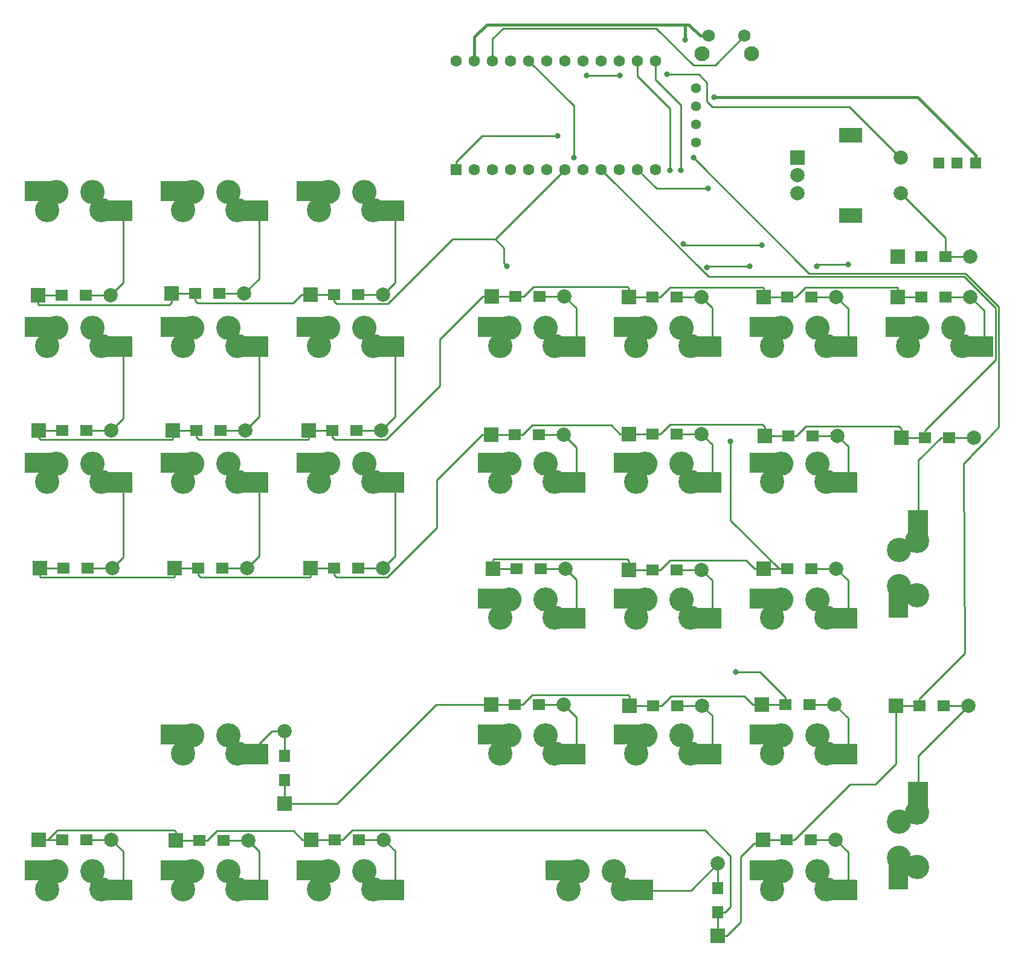
<source format=gtl>
G04 #@! TF.GenerationSoftware,KiCad,Pcbnew,(5.1.5)-3*
G04 #@! TF.CreationDate,2020-03-08T20:15:22-05:00*
G04 #@! TF.ProjectId,MigitePad,4d696769-7465-4506-9164-2e6b69636164,rev?*
G04 #@! TF.SameCoordinates,Original*
G04 #@! TF.FileFunction,Copper,L1,Top*
G04 #@! TF.FilePolarity,Positive*
%FSLAX46Y46*%
G04 Gerber Fmt 4.6, Leading zero omitted, Abs format (unit mm)*
G04 Created by KiCad (PCBNEW (5.1.5)-3) date 2020-03-08 20:15:22*
%MOMM*%
%LPD*%
G04 APERTURE LIST*
%ADD10R,2.000000X2.000000*%
%ADD11C,2.000000*%
%ADD12R,3.200000X2.000000*%
%ADD13R,1.998980X1.998980*%
%ADD14C,1.998980*%
%ADD15R,1.800000X1.500000*%
%ADD16R,1.524000X1.524000*%
%ADD17C,3.400000*%
%ADD18C,0.100000*%
%ADD19R,1.500000X1.800000*%
%ADD20C,1.397000*%
%ADD21C,2.100000*%
%ADD22C,1.750000*%
%ADD23C,1.600000*%
%ADD24R,1.600000X1.600000*%
%ADD25C,0.800000*%
%ADD26C,0.254000*%
%ADD27C,0.381000*%
G04 APERTURE END LIST*
D10*
X174825000Y-49649000D03*
D11*
X174825000Y-52149000D03*
X174825000Y-54649000D03*
D12*
X182325000Y-46549000D03*
X182325000Y-57749000D03*
D11*
X189325000Y-49649000D03*
X189325000Y-54649000D03*
D13*
X188929000Y-63497460D03*
D14*
X199089000Y-63497460D03*
D15*
X192229000Y-63500000D03*
X195629000Y-63500000D03*
D16*
X194691000Y-50419000D03*
X197191000Y-50419000D03*
X199791000Y-50419000D03*
D17*
X189103000Y-147828000D03*
X191643000Y-149098000D03*
X191643000Y-141478000D03*
X189103000Y-142748000D03*
G04 #@! TA.AperFunction,ComponentPad*
D18*
G36*
X187447639Y-147814441D02*
G01*
X187447664Y-147811342D01*
X187456417Y-147657175D01*
X187456483Y-147656130D01*
X187456861Y-147652980D01*
X187457189Y-147649888D01*
X187480945Y-147497312D01*
X187481113Y-147496278D01*
X187481794Y-147493192D01*
X187482424Y-147490135D01*
X187520956Y-147340605D01*
X187521224Y-147339593D01*
X187522196Y-147336609D01*
X187523128Y-147333607D01*
X187576064Y-147188563D01*
X187576068Y-147188551D01*
X187576073Y-147188538D01*
X187576434Y-147187568D01*
X187577721Y-147184630D01*
X187578914Y-147181798D01*
X187645755Y-147042600D01*
X187646214Y-147041659D01*
X187647782Y-147038858D01*
X187649246Y-147036157D01*
X187729348Y-146904153D01*
X187729351Y-146904147D01*
X187729352Y-146904146D01*
X187729901Y-146903254D01*
X187731707Y-146900661D01*
X187733454Y-146898075D01*
X187826059Y-146774511D01*
X187826693Y-146773678D01*
X187828728Y-146771291D01*
X187830735Y-146768869D01*
X187934956Y-146654931D01*
X187935668Y-146654163D01*
X187937939Y-146651974D01*
X187940160Y-146649772D01*
X188054992Y-146546559D01*
X188055002Y-146546549D01*
X188055014Y-146546539D01*
X188055786Y-146545854D01*
X188058267Y-146543891D01*
X188060685Y-146541922D01*
X188185052Y-146450397D01*
X188185899Y-146449782D01*
X188188595Y-146448048D01*
X188191159Y-146446348D01*
X188323863Y-146367396D01*
X188324766Y-146366867D01*
X188327593Y-146365417D01*
X188330335Y-146363962D01*
X188470095Y-146298345D01*
X188470111Y-146298336D01*
X188470131Y-146298328D01*
X188471062Y-146297898D01*
X188474002Y-146296737D01*
X188476889Y-146295550D01*
X188622402Y-146243878D01*
X188623391Y-146243534D01*
X188626438Y-146242663D01*
X188629418Y-146241766D01*
X188779278Y-146204540D01*
X188780296Y-146204295D01*
X188783385Y-146203731D01*
X188786468Y-146203123D01*
X188939246Y-146180699D01*
X188940283Y-146180554D01*
X188943412Y-146180294D01*
X188946538Y-146179990D01*
X189100776Y-146172581D01*
X189101822Y-146172538D01*
X189104982Y-146172585D01*
X189108103Y-146172588D01*
X189262326Y-146180265D01*
X189263371Y-146180324D01*
X189266502Y-146180678D01*
X189269618Y-146180986D01*
X189422357Y-146203676D01*
X189423391Y-146203837D01*
X189426512Y-146204503D01*
X189429543Y-146205106D01*
X189579338Y-146242592D01*
X189580352Y-146242853D01*
X189583387Y-146243818D01*
X189586351Y-146244716D01*
X189731774Y-146296641D01*
X189732758Y-146296999D01*
X189735675Y-146298252D01*
X189738547Y-146299439D01*
X189878207Y-146365307D01*
X189879151Y-146365760D01*
X189881953Y-146367303D01*
X189884674Y-146368753D01*
X190017242Y-146447936D01*
X190018137Y-146448479D01*
X190020750Y-146450271D01*
X190023340Y-146451995D01*
X190147549Y-146543735D01*
X190148387Y-146544363D01*
X190150809Y-146546399D01*
X190153223Y-146548371D01*
X190267886Y-146651795D01*
X190268659Y-146652501D01*
X190270869Y-146654762D01*
X190273081Y-146656962D01*
X190377094Y-146771071D01*
X190377104Y-146771081D01*
X190377114Y-146771093D01*
X190377804Y-146771860D01*
X190379763Y-146774301D01*
X190381770Y-146776731D01*
X190474161Y-146900456D01*
X190474782Y-146901299D01*
X190476540Y-146903990D01*
X190478253Y-146906535D01*
X190558129Y-147038686D01*
X190558665Y-147039586D01*
X190560131Y-147042396D01*
X190561609Y-147045135D01*
X190628208Y-147184448D01*
X190628653Y-147185396D01*
X190629843Y-147188349D01*
X190631041Y-147191205D01*
X190683725Y-147336347D01*
X190683728Y-147336353D01*
X190683730Y-147336361D01*
X190684079Y-147337340D01*
X190684974Y-147340389D01*
X190685889Y-147343355D01*
X190724159Y-147492947D01*
X190724160Y-147492952D01*
X190724161Y-147492958D01*
X190724413Y-147493969D01*
X190725008Y-147497102D01*
X190725627Y-147500132D01*
X190749118Y-147652748D01*
X190749270Y-147653784D01*
X190749519Y-147656544D01*
X190749835Y-147659317D01*
X190754225Y-147727201D01*
X190782398Y-147707887D01*
X190783265Y-147707301D01*
X190785997Y-147705670D01*
X190788637Y-147704044D01*
X190922148Y-147630547D01*
X190922156Y-147630542D01*
X190922157Y-147630542D01*
X190923077Y-147630043D01*
X190925951Y-147628689D01*
X190928741Y-147627326D01*
X191068795Y-147567203D01*
X191069760Y-147566796D01*
X191072779Y-147565719D01*
X191075662Y-147564645D01*
X191220916Y-147518476D01*
X191221916Y-147518165D01*
X191225032Y-147517386D01*
X191228000Y-147516600D01*
X191377065Y-147484827D01*
X191378091Y-147484615D01*
X191381216Y-147484152D01*
X191384297Y-147483651D01*
X191535753Y-147466575D01*
X191536794Y-147466465D01*
X191539933Y-147466310D01*
X191543065Y-147466111D01*
X191695462Y-147463895D01*
X191696509Y-147463887D01*
X191699651Y-147464039D01*
X191702786Y-147464146D01*
X191854673Y-147476813D01*
X191855716Y-147476907D01*
X191858822Y-147477364D01*
X191861937Y-147477778D01*
X192011864Y-147505206D01*
X192012892Y-147505402D01*
X192015983Y-147506170D01*
X192018999Y-147506876D01*
X192165518Y-147548800D01*
X192165532Y-147548803D01*
X192165547Y-147548808D01*
X192166538Y-147549098D01*
X192169549Y-147550168D01*
X192172470Y-147551161D01*
X192314213Y-147607187D01*
X192315184Y-147607578D01*
X192318059Y-147608929D01*
X192320888Y-147610210D01*
X192456488Y-147679801D01*
X192457417Y-147680285D01*
X192460149Y-147681912D01*
X192462836Y-147683461D01*
X192590997Y-147765952D01*
X192591874Y-147766525D01*
X192594392Y-147768379D01*
X192596958Y-147770214D01*
X192716458Y-147864818D01*
X192717275Y-147865474D01*
X192719608Y-147867572D01*
X192721975Y-147869642D01*
X192831673Y-147975455D01*
X192832421Y-147976187D01*
X192834537Y-147978502D01*
X192836692Y-147980794D01*
X192935541Y-148096806D01*
X192936214Y-148097608D01*
X192938113Y-148100143D01*
X192940014Y-148102609D01*
X193027072Y-148227714D01*
X193027664Y-148228577D01*
X193029304Y-148231282D01*
X193030958Y-148233926D01*
X193105385Y-148366920D01*
X193105390Y-148366928D01*
X193105395Y-148366938D01*
X193105896Y-148367846D01*
X193107260Y-148370690D01*
X193108652Y-148373490D01*
X193169751Y-148513122D01*
X193170164Y-148514084D01*
X193171239Y-148517032D01*
X193172357Y-148519971D01*
X193219539Y-148664899D01*
X193219856Y-148665897D01*
X193220643Y-148668954D01*
X193221464Y-148671969D01*
X193254278Y-148820809D01*
X193254497Y-148821833D01*
X193254989Y-148825001D01*
X193255504Y-148828034D01*
X193273636Y-148979363D01*
X193273636Y-148979368D01*
X193273754Y-148980406D01*
X193273932Y-148983555D01*
X193274152Y-148986675D01*
X193277431Y-149139053D01*
X193277446Y-149140100D01*
X193277315Y-149143268D01*
X193277230Y-149146378D01*
X193265624Y-149298350D01*
X193265538Y-149299393D01*
X193265096Y-149302553D01*
X193264710Y-149305620D01*
X193238330Y-149455731D01*
X193238330Y-149455735D01*
X193238329Y-149455739D01*
X193238142Y-149456764D01*
X193237405Y-149459819D01*
X193236711Y-149462881D01*
X193195807Y-149609705D01*
X193195519Y-149610712D01*
X193194483Y-149613693D01*
X193193498Y-149616659D01*
X193138463Y-149758790D01*
X193138078Y-149759763D01*
X193136758Y-149762624D01*
X193135486Y-149765486D01*
X193066843Y-149901568D01*
X193066365Y-149902499D01*
X193064776Y-149905211D01*
X193063228Y-149907941D01*
X192981634Y-150036675D01*
X192981067Y-150037555D01*
X192979213Y-150040110D01*
X192977414Y-150042664D01*
X192883646Y-150162823D01*
X192882997Y-150163644D01*
X192880888Y-150166022D01*
X192878861Y-150168373D01*
X192773816Y-150278807D01*
X192773090Y-150279560D01*
X192770761Y-150281719D01*
X192768513Y-150283862D01*
X192653193Y-150383520D01*
X192652396Y-150384199D01*
X192649867Y-150386121D01*
X192647421Y-150388034D01*
X192522928Y-150475962D01*
X192522068Y-150476560D01*
X192519403Y-150478202D01*
X192516743Y-150479892D01*
X192384262Y-150555251D01*
X192383348Y-150555763D01*
X192380501Y-150557153D01*
X192377723Y-150558559D01*
X192238521Y-150620630D01*
X192237562Y-150621050D01*
X192234603Y-150622153D01*
X192231692Y-150623284D01*
X192087097Y-150671477D01*
X192086101Y-150671801D01*
X192083085Y-150672600D01*
X192080040Y-150673452D01*
X191931433Y-150707304D01*
X191930411Y-150707529D01*
X191927309Y-150708033D01*
X191924218Y-150708580D01*
X191773015Y-150727769D01*
X191771976Y-150727894D01*
X191768848Y-150728092D01*
X191765710Y-150728336D01*
X191613358Y-150732678D01*
X191612743Y-150732690D01*
X191612743Y-150582634D01*
X191757777Y-150578500D01*
X191901688Y-150560237D01*
X192043150Y-150528012D01*
X192180789Y-150482138D01*
X192313282Y-150423057D01*
X192439384Y-150351327D01*
X192557889Y-150267629D01*
X192667661Y-150172766D01*
X192767650Y-150067648D01*
X192856899Y-149953279D01*
X192934571Y-149830733D01*
X192999905Y-149701212D01*
X193052293Y-149565917D01*
X193091230Y-149426154D01*
X193116339Y-149283269D01*
X193127386Y-149138619D01*
X193124265Y-148993560D01*
X193107006Y-148849522D01*
X193075772Y-148707847D01*
X193030861Y-148569895D01*
X192972703Y-148436982D01*
X192901854Y-148310382D01*
X192818987Y-148191299D01*
X192724898Y-148080871D01*
X192620482Y-147980152D01*
X192506730Y-147890100D01*
X192384735Y-147811577D01*
X192255661Y-147745336D01*
X192120742Y-147692007D01*
X191981272Y-147652100D01*
X191838553Y-147625990D01*
X191693970Y-147613932D01*
X191548916Y-147616042D01*
X191404743Y-147632297D01*
X191262858Y-147662539D01*
X191124595Y-147706486D01*
X190991289Y-147763712D01*
X190864197Y-147833674D01*
X190741504Y-147917786D01*
X190740636Y-147918373D01*
X190734345Y-147922128D01*
X190727716Y-147925251D01*
X190720814Y-147927713D01*
X190713705Y-147929490D01*
X190706457Y-147930565D01*
X190699139Y-147930928D01*
X190691820Y-147930573D01*
X190684571Y-147929507D01*
X190677460Y-147927738D01*
X190670555Y-147925284D01*
X190663924Y-147922168D01*
X190657627Y-147918420D01*
X190651727Y-147914075D01*
X190646279Y-147909176D01*
X190641335Y-147903766D01*
X190636942Y-147897902D01*
X190633143Y-147891636D01*
X190629973Y-147885030D01*
X190627463Y-147878146D01*
X190625636Y-147871050D01*
X190624511Y-147863809D01*
X190624098Y-147856494D01*
X190624401Y-147849172D01*
X190625416Y-147841916D01*
X190626542Y-147837252D01*
X190623340Y-147833449D01*
X190619189Y-147827410D01*
X190615648Y-147820995D01*
X190612750Y-147814265D01*
X190610522Y-147807286D01*
X190608986Y-147800121D01*
X190608156Y-147792840D01*
X190600360Y-147672295D01*
X190577931Y-147526575D01*
X190541478Y-147384084D01*
X190491297Y-147245842D01*
X190427860Y-147113140D01*
X190351781Y-146987271D01*
X190263772Y-146869414D01*
X190164697Y-146760723D01*
X190055488Y-146662219D01*
X189937174Y-146574832D01*
X189810902Y-146499409D01*
X189677879Y-146436671D01*
X189539357Y-146387211D01*
X189396693Y-146351510D01*
X189251202Y-146329897D01*
X189104315Y-146322585D01*
X188957396Y-146329642D01*
X188811881Y-146351000D01*
X188669136Y-146386459D01*
X188530543Y-146435673D01*
X188397397Y-146498187D01*
X188271011Y-146573379D01*
X188152547Y-146660560D01*
X188043160Y-146758880D01*
X187943892Y-146867403D01*
X187855688Y-146985095D01*
X187779385Y-147110837D01*
X187715723Y-147243415D01*
X187665295Y-147381589D01*
X187628594Y-147524018D01*
X187605967Y-147669342D01*
X187597630Y-147816177D01*
X187603662Y-147963140D01*
X187624004Y-148108804D01*
X187658462Y-148251780D01*
X187706713Y-148390727D01*
X187768294Y-148524303D01*
X187842604Y-148651215D01*
X187928953Y-148770280D01*
X188026509Y-148880352D01*
X188134334Y-148980374D01*
X188251415Y-149069403D01*
X188376611Y-149146574D01*
X188508753Y-149211166D01*
X188646558Y-149262553D01*
X188788722Y-149300246D01*
X188933895Y-149323889D01*
X189080669Y-149333250D01*
X189227668Y-149328245D01*
X189373473Y-149308920D01*
X189516687Y-149275461D01*
X189655970Y-149228179D01*
X189789961Y-149167538D01*
X189917395Y-149094111D01*
X190040045Y-149006464D01*
X190040901Y-149005861D01*
X190047118Y-149001984D01*
X190053685Y-148998732D01*
X190060537Y-148996136D01*
X190067610Y-148994220D01*
X190074836Y-148993004D01*
X190082146Y-148992499D01*
X190089470Y-148992711D01*
X190096739Y-148993636D01*
X190103883Y-148995266D01*
X190110834Y-148997585D01*
X190117525Y-149000571D01*
X190123894Y-149004196D01*
X190129877Y-149008424D01*
X190135420Y-149013216D01*
X190140468Y-149018528D01*
X190144975Y-149024306D01*
X190148896Y-149030496D01*
X190152194Y-149037040D01*
X190154838Y-149043873D01*
X190156802Y-149050933D01*
X190158068Y-149058150D01*
X190158624Y-149065456D01*
X190158464Y-149072782D01*
X190157590Y-149080057D01*
X190157526Y-149080346D01*
X190157943Y-149085079D01*
X190163319Y-149222968D01*
X190182605Y-149366888D01*
X190215817Y-149508125D01*
X190262646Y-149645428D01*
X190322652Y-149777511D01*
X190395268Y-149903119D01*
X190479789Y-150021035D01*
X190575411Y-150130137D01*
X190681226Y-150229391D01*
X190796222Y-150317845D01*
X190919293Y-150394650D01*
X191049279Y-150459084D01*
X191184938Y-150510527D01*
X191324954Y-150548483D01*
X191468023Y-150572597D01*
X191612743Y-150582634D01*
X191612743Y-150732690D01*
X191612311Y-150732700D01*
X191609163Y-150732592D01*
X191606032Y-150732528D01*
X191453982Y-150721983D01*
X191452938Y-150721904D01*
X191449728Y-150721478D01*
X191446706Y-150721120D01*
X191296412Y-150695788D01*
X191295380Y-150695607D01*
X191292219Y-150694868D01*
X191289254Y-150694218D01*
X191142149Y-150654342D01*
X191141141Y-150654061D01*
X191138142Y-150653042D01*
X191135179Y-150652081D01*
X190992667Y-150598039D01*
X190991690Y-150597661D01*
X190988786Y-150596346D01*
X190985951Y-150595109D01*
X190849393Y-150527419D01*
X190848458Y-150526947D01*
X190845719Y-150525368D01*
X190842995Y-150523847D01*
X190713694Y-150443155D01*
X190712809Y-150442594D01*
X190710238Y-150440755D01*
X190707674Y-150438976D01*
X190586864Y-150346050D01*
X190586038Y-150345406D01*
X190583643Y-150343312D01*
X190581281Y-150341304D01*
X190470116Y-150237032D01*
X190469357Y-150236310D01*
X190467197Y-150234012D01*
X190465023Y-150231764D01*
X190364564Y-150117143D01*
X190363879Y-150116351D01*
X190361949Y-150113848D01*
X190360009Y-150111403D01*
X190271214Y-149987525D01*
X190270610Y-149986670D01*
X190268937Y-149983997D01*
X190267241Y-149981368D01*
X190190959Y-149849417D01*
X190190441Y-149848507D01*
X190189019Y-149845646D01*
X190187607Y-149842902D01*
X190124564Y-149704138D01*
X190124137Y-149703181D01*
X190123007Y-149700213D01*
X190121862Y-149697325D01*
X190072662Y-149553071D01*
X190072331Y-149552077D01*
X190071513Y-149549074D01*
X190070638Y-149546028D01*
X190035749Y-149397661D01*
X190035517Y-149396640D01*
X190034988Y-149393525D01*
X190034423Y-149390455D01*
X190014179Y-149239391D01*
X190014046Y-149238352D01*
X190013832Y-149235309D01*
X190013571Y-149232351D01*
X190012714Y-149210360D01*
X190001624Y-149218285D01*
X190000768Y-149218888D01*
X189998072Y-149220569D01*
X189995462Y-149222248D01*
X189861668Y-149299339D01*
X189860757Y-149299856D01*
X189857876Y-149301283D01*
X189855147Y-149302683D01*
X189714469Y-149366350D01*
X189713513Y-149366775D01*
X189710562Y-149367893D01*
X189707654Y-149369042D01*
X189561434Y-149418678D01*
X189560441Y-149419008D01*
X189557354Y-149419844D01*
X189554389Y-149420691D01*
X189404023Y-149455821D01*
X189403002Y-149456053D01*
X189399883Y-149456577D01*
X189396815Y-149457138D01*
X189243740Y-149477427D01*
X189242701Y-149477557D01*
X189239591Y-149477772D01*
X189236437Y-149478034D01*
X189082111Y-149483289D01*
X189081065Y-149483317D01*
X189077937Y-149483227D01*
X189074785Y-149483180D01*
X188920684Y-149473351D01*
X188919640Y-149473277D01*
X188916519Y-149472880D01*
X188913402Y-149472528D01*
X188760995Y-149447707D01*
X188759963Y-149447532D01*
X188756855Y-149446823D01*
X188753830Y-149446177D01*
X188604572Y-149406603D01*
X188603562Y-149406328D01*
X188600554Y-149405324D01*
X188597589Y-149404381D01*
X188452917Y-149350435D01*
X188452906Y-149350431D01*
X188452893Y-149350426D01*
X188451927Y-149350058D01*
X188449029Y-149348765D01*
X188446174Y-149347538D01*
X188307446Y-149279727D01*
X188306509Y-149279261D01*
X188303768Y-149277701D01*
X188301027Y-149276191D01*
X188169594Y-149195174D01*
X188169579Y-149195166D01*
X188169563Y-149195155D01*
X188168691Y-149194610D01*
X188166138Y-149192806D01*
X188163536Y-149191021D01*
X188040622Y-149097556D01*
X188039793Y-149096916D01*
X188037407Y-149094853D01*
X188035012Y-149092840D01*
X187921816Y-148987836D01*
X187921805Y-148987826D01*
X187921793Y-148987814D01*
X187921042Y-148987108D01*
X187918873Y-148984827D01*
X187916683Y-148982586D01*
X187814263Y-148867026D01*
X187813574Y-148866238D01*
X187811623Y-148863736D01*
X187809676Y-148861311D01*
X187719022Y-148736308D01*
X187718413Y-148735456D01*
X187716692Y-148732738D01*
X187715016Y-148730173D01*
X187636999Y-148596931D01*
X187636993Y-148596922D01*
X187636988Y-148596911D01*
X187636470Y-148596014D01*
X187635058Y-148593213D01*
X187633603Y-148590425D01*
X187568956Y-148450194D01*
X187568524Y-148449240D01*
X187567393Y-148446318D01*
X187566216Y-148443397D01*
X187515561Y-148297529D01*
X187515225Y-148296537D01*
X187514380Y-148293502D01*
X187513499Y-148290497D01*
X187477320Y-148140380D01*
X187477081Y-148139361D01*
X187476529Y-148136216D01*
X187475953Y-148133181D01*
X187454597Y-147980254D01*
X187454596Y-147980251D01*
X187454596Y-147980248D01*
X187454458Y-147979212D01*
X187454218Y-147976060D01*
X187453938Y-147972953D01*
X187447606Y-147818670D01*
X187447606Y-147818668D01*
X187447570Y-147817622D01*
X187447639Y-147814441D01*
G37*
G04 #@! TD.AperFunction*
G04 #@! TA.AperFunction,ComponentPad*
G36*
X193273336Y-141600710D02*
G01*
X193273299Y-141601756D01*
X193273009Y-141604926D01*
X193272769Y-141608016D01*
X193253580Y-141759217D01*
X193253441Y-141760255D01*
X193252852Y-141763334D01*
X193252304Y-141766432D01*
X193218452Y-141915040D01*
X193218212Y-141916059D01*
X193217318Y-141919091D01*
X193216477Y-141922096D01*
X193168285Y-142066692D01*
X193167947Y-142067683D01*
X193166748Y-142070647D01*
X193165631Y-142073521D01*
X193103560Y-142212723D01*
X193103127Y-142213676D01*
X193101660Y-142216478D01*
X193100252Y-142219262D01*
X193024892Y-142351742D01*
X193024368Y-142352649D01*
X193022628Y-142355305D01*
X193020962Y-142357926D01*
X192933034Y-142482421D01*
X192932424Y-142483273D01*
X192930435Y-142485744D01*
X192928520Y-142488193D01*
X192828864Y-142603513D01*
X192828174Y-142604300D01*
X192825973Y-142606545D01*
X192823807Y-142608817D01*
X192713372Y-142713862D01*
X192712609Y-142714578D01*
X192710182Y-142716612D01*
X192707823Y-142718646D01*
X192587666Y-142812413D01*
X192586836Y-142813052D01*
X192584236Y-142814830D01*
X192581676Y-142816634D01*
X192452940Y-142898228D01*
X192452052Y-142898782D01*
X192449266Y-142900312D01*
X192446567Y-142901843D01*
X192310494Y-142970480D01*
X192310486Y-142970485D01*
X192310485Y-142970485D01*
X192309547Y-142970951D01*
X192306664Y-142972184D01*
X192303790Y-142973462D01*
X192161659Y-143028498D01*
X192160680Y-143028869D01*
X192157698Y-143029813D01*
X192154705Y-143030807D01*
X192007882Y-143071710D01*
X192006871Y-143071984D01*
X192003802Y-143072634D01*
X192000736Y-143073329D01*
X191850622Y-143099710D01*
X191849590Y-143099884D01*
X191846445Y-143100235D01*
X191843351Y-143100624D01*
X191691379Y-143112230D01*
X191690334Y-143112303D01*
X191687183Y-143112345D01*
X191684054Y-143112431D01*
X191531675Y-143109152D01*
X191530629Y-143109122D01*
X191527472Y-143108855D01*
X191524366Y-143108636D01*
X191373035Y-143090504D01*
X191371996Y-143090373D01*
X191368869Y-143089797D01*
X191365810Y-143089278D01*
X191216970Y-143056464D01*
X191215949Y-143056232D01*
X191212903Y-143055357D01*
X191209900Y-143054539D01*
X191064972Y-143007357D01*
X191063978Y-143007026D01*
X191061027Y-143005856D01*
X191058124Y-143004751D01*
X190918492Y-142943653D01*
X190917535Y-142943227D01*
X190914702Y-142941769D01*
X190911930Y-142940391D01*
X190778926Y-142865958D01*
X190778016Y-142865441D01*
X190775467Y-142863796D01*
X190772930Y-142862221D01*
X190753679Y-142848925D01*
X190746350Y-142947549D01*
X190746265Y-142948592D01*
X190745834Y-142951719D01*
X190745450Y-142954820D01*
X190719034Y-143106958D01*
X190718848Y-143107988D01*
X190718118Y-143111042D01*
X190717430Y-143114108D01*
X190676294Y-143262943D01*
X190676008Y-143263950D01*
X190674977Y-143266937D01*
X190673999Y-143269902D01*
X190618535Y-143414012D01*
X190618152Y-143414987D01*
X190616836Y-143417856D01*
X190615572Y-143420714D01*
X190546310Y-143558724D01*
X190545834Y-143559656D01*
X190544228Y-143562410D01*
X190542707Y-143565104D01*
X190460319Y-143695681D01*
X190460310Y-143695696D01*
X190460299Y-143695712D01*
X190459745Y-143696578D01*
X190457898Y-143699133D01*
X190456101Y-143701695D01*
X190361352Y-143823624D01*
X190360704Y-143824446D01*
X190358621Y-143826805D01*
X190356579Y-143829183D01*
X190250384Y-143941284D01*
X190249659Y-143942040D01*
X190247319Y-143944218D01*
X190245091Y-143946351D01*
X190128464Y-144047555D01*
X190127668Y-144048235D01*
X190125166Y-144050145D01*
X190122701Y-144052081D01*
X189996755Y-144141420D01*
X189995897Y-144142020D01*
X189993195Y-144143692D01*
X189990579Y-144145362D01*
X189856516Y-144221985D01*
X189855604Y-144222498D01*
X189852768Y-144223891D01*
X189849984Y-144225306D01*
X189709084Y-144288480D01*
X189708126Y-144288902D01*
X189705189Y-144290003D01*
X189702260Y-144291148D01*
X189555868Y-144340271D01*
X189554873Y-144340598D01*
X189551822Y-144341413D01*
X189548815Y-144342261D01*
X189398328Y-144376864D01*
X189397306Y-144377092D01*
X189394183Y-144377606D01*
X189391115Y-144378156D01*
X189237968Y-144397910D01*
X189236929Y-144398037D01*
X189233772Y-144398244D01*
X189230664Y-144398491D01*
X189076321Y-144403206D01*
X189075274Y-144403231D01*
X189072105Y-144403129D01*
X189068995Y-144403072D01*
X188914929Y-144392703D01*
X188913885Y-144392625D01*
X188910775Y-144392218D01*
X188907651Y-144391854D01*
X188755332Y-144366501D01*
X188754300Y-144366322D01*
X188751205Y-144365605D01*
X188748171Y-144364946D01*
X188599068Y-144324853D01*
X188599054Y-144324850D01*
X188599039Y-144324845D01*
X188598043Y-144324571D01*
X188595031Y-144323554D01*
X188592079Y-144322603D01*
X188447584Y-144268147D01*
X188446607Y-144267772D01*
X188443689Y-144266457D01*
X188440862Y-144265231D01*
X188302372Y-144196935D01*
X188301436Y-144196466D01*
X188298681Y-144194885D01*
X188295966Y-144193377D01*
X188164802Y-144111892D01*
X188163917Y-144111334D01*
X188161303Y-144109473D01*
X188158775Y-144107726D01*
X188036187Y-144013831D01*
X188035360Y-144013189D01*
X188032981Y-144011118D01*
X188030594Y-144009097D01*
X187917766Y-143903697D01*
X187917755Y-143903687D01*
X187917743Y-143903675D01*
X187916995Y-143902967D01*
X187914845Y-143900689D01*
X187912651Y-143898429D01*
X187810636Y-143782512D01*
X187809950Y-143781722D01*
X187808000Y-143779204D01*
X187806070Y-143776781D01*
X187715861Y-143651471D01*
X187715854Y-143651462D01*
X187715847Y-143651450D01*
X187715248Y-143650607D01*
X187713580Y-143647954D01*
X187711868Y-143645313D01*
X187634312Y-143511789D01*
X187633792Y-143510880D01*
X187632371Y-143508037D01*
X187630945Y-143505280D01*
X187566792Y-143364833D01*
X187566788Y-143364825D01*
X187566784Y-143364816D01*
X187566359Y-143363869D01*
X187565222Y-143360899D01*
X187564073Y-143358019D01*
X187513931Y-143211979D01*
X187513929Y-143211973D01*
X187513927Y-143211966D01*
X187513595Y-143210980D01*
X187512754Y-143207915D01*
X187511891Y-143204935D01*
X187476237Y-143054692D01*
X187476002Y-143053672D01*
X187475467Y-143050558D01*
X187474895Y-143047488D01*
X187454074Y-142894487D01*
X187454073Y-142894484D01*
X187454073Y-142894481D01*
X187453939Y-142893445D01*
X187453709Y-142890280D01*
X187453441Y-142887184D01*
X187447649Y-142732879D01*
X187447649Y-142732877D01*
X187447617Y-142731831D01*
X187447697Y-142728682D01*
X187447732Y-142725551D01*
X187457024Y-142571416D01*
X187457024Y-142571413D01*
X187457094Y-142570371D01*
X187457484Y-142567217D01*
X187457822Y-142564131D01*
X187482112Y-142411639D01*
X187482283Y-142410606D01*
X187482978Y-142407510D01*
X187483616Y-142404468D01*
X187522670Y-142255074D01*
X187522942Y-142254063D01*
X187523929Y-142251070D01*
X187524868Y-142248084D01*
X187578314Y-142103213D01*
X187578683Y-142102233D01*
X187579969Y-142099322D01*
X187581183Y-142096470D01*
X187648511Y-141957507D01*
X187648974Y-141956568D01*
X187650530Y-141953812D01*
X187652024Y-141951077D01*
X187732591Y-141819346D01*
X187733143Y-141818457D01*
X187734959Y-141815868D01*
X187736715Y-141813289D01*
X187829752Y-141690050D01*
X187830388Y-141689219D01*
X187832452Y-141686816D01*
X187834447Y-141684425D01*
X187939066Y-141570852D01*
X187939781Y-141570087D01*
X187942049Y-141567916D01*
X187944288Y-141565712D01*
X188059491Y-141462890D01*
X188060277Y-141462198D01*
X188062793Y-141460222D01*
X188065190Y-141458284D01*
X188189877Y-141367195D01*
X188190726Y-141366583D01*
X188193394Y-141364880D01*
X188195997Y-141363167D01*
X188328977Y-141284680D01*
X188329883Y-141284154D01*
X188332692Y-141282726D01*
X188335462Y-141281268D01*
X188475466Y-141216132D01*
X188476418Y-141215697D01*
X188479349Y-141214551D01*
X188482253Y-141213369D01*
X188627945Y-141162207D01*
X188628935Y-141161866D01*
X188632004Y-141161000D01*
X188634969Y-141160119D01*
X188784959Y-141123417D01*
X188785977Y-141123175D01*
X188789079Y-141122620D01*
X188792153Y-141122025D01*
X188945008Y-141100135D01*
X188946045Y-141099994D01*
X188949165Y-141099746D01*
X188952304Y-141099452D01*
X189106566Y-141092583D01*
X189107612Y-141092544D01*
X189110741Y-141092601D01*
X189113893Y-141092615D01*
X189268089Y-141100831D01*
X189269134Y-141100894D01*
X189272272Y-141101260D01*
X189275379Y-141101578D01*
X189428037Y-141124803D01*
X189429071Y-141124968D01*
X189432170Y-141125640D01*
X189435218Y-141126258D01*
X189584881Y-141164268D01*
X189585894Y-141164532D01*
X189588916Y-141165505D01*
X189591887Y-141166416D01*
X189737127Y-141218849D01*
X189738110Y-141219211D01*
X189741025Y-141220475D01*
X189743890Y-141221671D01*
X189883320Y-141288028D01*
X189884262Y-141288485D01*
X189886995Y-141290003D01*
X189889774Y-141291496D01*
X190013126Y-141365760D01*
X190014537Y-141332540D01*
X190014588Y-141331494D01*
X190014923Y-141328325D01*
X190015205Y-141325243D01*
X190036504Y-141174323D01*
X190036657Y-141173287D01*
X190037297Y-141170178D01*
X190037881Y-141167127D01*
X190073804Y-141019007D01*
X190074058Y-141017991D01*
X190074991Y-141014982D01*
X190075877Y-141011978D01*
X190126083Y-140868071D01*
X190126434Y-140867084D01*
X190127673Y-140864143D01*
X190128832Y-140861278D01*
X190192837Y-140722966D01*
X190192841Y-140722957D01*
X190192846Y-140722947D01*
X190193288Y-140722009D01*
X190194783Y-140719247D01*
X190196240Y-140716465D01*
X190273442Y-140585049D01*
X190273978Y-140584149D01*
X190275779Y-140581483D01*
X190277458Y-140578920D01*
X190367115Y-140455665D01*
X190367736Y-140454823D01*
X190369766Y-140452372D01*
X190371709Y-140449958D01*
X190472966Y-140336040D01*
X190473667Y-140335262D01*
X190475918Y-140333029D01*
X190478096Y-140330807D01*
X190589976Y-140227325D01*
X190589986Y-140227315D01*
X190589998Y-140227305D01*
X190590760Y-140226609D01*
X190593218Y-140224606D01*
X190595603Y-140222608D01*
X190717058Y-140130527D01*
X190717897Y-140129900D01*
X190720538Y-140128148D01*
X190723107Y-140126391D01*
X190852967Y-140046602D01*
X190853863Y-140046060D01*
X190856656Y-140044577D01*
X190859391Y-140043076D01*
X190996418Y-139976341D01*
X190997362Y-139975888D01*
X191000311Y-139974675D01*
X191003154Y-139973458D01*
X191146040Y-139920412D01*
X191147024Y-139920054D01*
X191150071Y-139919136D01*
X191153025Y-139918201D01*
X191300406Y-139879350D01*
X191301420Y-139879090D01*
X191304519Y-139878478D01*
X191307574Y-139877831D01*
X191458041Y-139853549D01*
X191459076Y-139853389D01*
X191462221Y-139853082D01*
X191465324Y-139852736D01*
X191617443Y-139843253D01*
X191618488Y-139843195D01*
X191621649Y-139843197D01*
X191623116Y-139843178D01*
X191623116Y-139993191D01*
X191478314Y-140002218D01*
X191335098Y-140025330D01*
X191194804Y-140062312D01*
X191058794Y-140112805D01*
X190928366Y-140176327D01*
X190804758Y-140252275D01*
X190689147Y-140339923D01*
X190582645Y-140438431D01*
X190486264Y-140546862D01*
X190400916Y-140664193D01*
X190327431Y-140789282D01*
X190266502Y-140920945D01*
X190218714Y-141057924D01*
X190184519Y-141198916D01*
X190164245Y-141342575D01*
X190157932Y-141491183D01*
X190157881Y-141492229D01*
X190157501Y-141495830D01*
X190157865Y-141497688D01*
X190158567Y-141504982D01*
X190158555Y-141512310D01*
X190157827Y-141519601D01*
X190156391Y-141526787D01*
X190154262Y-141533797D01*
X190151458Y-141540567D01*
X190148005Y-141547031D01*
X190143940Y-141553127D01*
X190139299Y-141558797D01*
X190134127Y-141563988D01*
X190128473Y-141568648D01*
X190122391Y-141572736D01*
X190115939Y-141576209D01*
X190109180Y-141579037D01*
X190102175Y-141581191D01*
X190094996Y-141582653D01*
X190087707Y-141583405D01*
X190080379Y-141583443D01*
X190073083Y-141582767D01*
X190065888Y-141581381D01*
X190058862Y-141579300D01*
X190052073Y-141576544D01*
X190045586Y-141573137D01*
X190039461Y-141569114D01*
X189941863Y-141497944D01*
X189815549Y-141421896D01*
X189682741Y-141358691D01*
X189544400Y-141308748D01*
X189401852Y-141272546D01*
X189256444Y-141250424D01*
X189109574Y-141242598D01*
X188962643Y-141249141D01*
X188817045Y-141269992D01*
X188674177Y-141304951D01*
X188535418Y-141353680D01*
X188402061Y-141415723D01*
X188275401Y-141490479D01*
X188156640Y-141577239D01*
X188046909Y-141675176D01*
X187947258Y-141783355D01*
X187858641Y-141900740D01*
X187781904Y-142026208D01*
X187717773Y-142158570D01*
X187666868Y-142296554D01*
X187629666Y-142438861D01*
X187606531Y-142584101D01*
X187597681Y-142730917D01*
X187603197Y-142877889D01*
X187623031Y-143023632D01*
X187656990Y-143166731D01*
X187704751Y-143305836D01*
X187765862Y-143439623D01*
X187839733Y-143566802D01*
X187925659Y-143686163D01*
X188022835Y-143796581D01*
X188130308Y-143896979D01*
X188247077Y-143986416D01*
X188372003Y-144064026D01*
X188503919Y-144129080D01*
X188641547Y-144180948D01*
X188783577Y-144219139D01*
X188928658Y-144243287D01*
X189075411Y-144253164D01*
X189222414Y-144248673D01*
X189368286Y-144229857D01*
X189511625Y-144196897D01*
X189651068Y-144150105D01*
X189785269Y-144089935D01*
X189912964Y-144016951D01*
X190032926Y-143931857D01*
X190144011Y-143835463D01*
X190245161Y-143728687D01*
X190335410Y-143612549D01*
X190413889Y-143488169D01*
X190479863Y-143356711D01*
X190532691Y-143219450D01*
X190571874Y-143077678D01*
X190597033Y-142932780D01*
X190608206Y-142782442D01*
X190608291Y-142781398D01*
X190609292Y-142774139D01*
X190610996Y-142767013D01*
X190613388Y-142760086D01*
X190616444Y-142753426D01*
X190620136Y-142747096D01*
X190624427Y-142741157D01*
X190626519Y-142738789D01*
X190625183Y-142732797D01*
X190624295Y-142725523D01*
X190624120Y-142718198D01*
X190624661Y-142710890D01*
X190625912Y-142703670D01*
X190627861Y-142696607D01*
X190630491Y-142689768D01*
X190633777Y-142683218D01*
X190637685Y-142677019D01*
X190642179Y-142671232D01*
X190647217Y-142665911D01*
X190652749Y-142661107D01*
X190658724Y-142656865D01*
X190665085Y-142653228D01*
X190671770Y-142650228D01*
X190678717Y-142647895D01*
X190685857Y-142646250D01*
X190693124Y-142645311D01*
X190700448Y-142645085D01*
X190707759Y-142645575D01*
X190714988Y-142646776D01*
X190722064Y-142648677D01*
X190728921Y-142651258D01*
X190735494Y-142654497D01*
X190741720Y-142658362D01*
X190855271Y-142736792D01*
X190981983Y-142807704D01*
X191114892Y-142865860D01*
X191252848Y-142910772D01*
X191394524Y-142942007D01*
X191538561Y-142959265D01*
X191683620Y-142962386D01*
X191828270Y-142951339D01*
X191971157Y-142926228D01*
X192110913Y-142887294D01*
X192246212Y-142834904D01*
X192375729Y-142769573D01*
X192498280Y-142691899D01*
X192612648Y-142602650D01*
X192717767Y-142502661D01*
X192812632Y-142392885D01*
X192896321Y-142274392D01*
X192968058Y-142148282D01*
X193027140Y-142015786D01*
X193073011Y-141878153D01*
X193105237Y-141736687D01*
X193123500Y-141592776D01*
X193127634Y-141447742D01*
X193117597Y-141303023D01*
X193093484Y-141159963D01*
X193055527Y-141019937D01*
X193004087Y-140884286D01*
X192939655Y-140754301D01*
X192862844Y-140631221D01*
X192774390Y-140516226D01*
X192675137Y-140410411D01*
X192566035Y-140314789D01*
X192448116Y-140230265D01*
X192322523Y-140157658D01*
X192190430Y-140097648D01*
X192053125Y-140050817D01*
X191911887Y-140017605D01*
X191768108Y-139998337D01*
X191623116Y-139993191D01*
X191623116Y-139843178D01*
X191624769Y-139843155D01*
X191777088Y-139848561D01*
X191778134Y-139848605D01*
X191781322Y-139848919D01*
X191784390Y-139849179D01*
X191935453Y-139869422D01*
X191936490Y-139869568D01*
X191939604Y-139870187D01*
X191942660Y-139870749D01*
X192091028Y-139905638D01*
X192092046Y-139905885D01*
X192095053Y-139906795D01*
X192098070Y-139907662D01*
X192242324Y-139956862D01*
X192243313Y-139957207D01*
X192246204Y-139958400D01*
X192249136Y-139959563D01*
X192387902Y-140022605D01*
X192388852Y-140023045D01*
X192391656Y-140024538D01*
X192394417Y-140025959D01*
X192526368Y-140102241D01*
X192527271Y-140102771D01*
X192529903Y-140104522D01*
X192532525Y-140106214D01*
X192656403Y-140195009D01*
X192657250Y-140195625D01*
X192659705Y-140197629D01*
X192662143Y-140199564D01*
X192776764Y-140300023D01*
X192777547Y-140300719D01*
X192779769Y-140302928D01*
X192782032Y-140305116D01*
X192886303Y-140416281D01*
X192887014Y-140417050D01*
X192889021Y-140419478D01*
X192891049Y-140421864D01*
X192983975Y-140542673D01*
X192984607Y-140543507D01*
X192986371Y-140546125D01*
X192988153Y-140548692D01*
X193068847Y-140677993D01*
X193069396Y-140678885D01*
X193070915Y-140681699D01*
X193072418Y-140684392D01*
X193140109Y-140820949D01*
X193140568Y-140821890D01*
X193141808Y-140824843D01*
X193143039Y-140827666D01*
X193197081Y-140970178D01*
X193197446Y-140971160D01*
X193198387Y-140974207D01*
X193199341Y-140977148D01*
X193239218Y-141124253D01*
X193239486Y-141125266D01*
X193240125Y-141128386D01*
X193240788Y-141131411D01*
X193266119Y-141281702D01*
X193266120Y-141281705D01*
X193266120Y-141281709D01*
X193266287Y-141282739D01*
X193266618Y-141285900D01*
X193266983Y-141288982D01*
X193277528Y-141441029D01*
X193277528Y-141441031D01*
X193277594Y-141442076D01*
X193277614Y-141445248D01*
X193277678Y-141448357D01*
X193273336Y-141600710D01*
G37*
G04 #@! TD.AperFunction*
G04 #@! TA.AperFunction,SMDPad,CuDef*
G36*
X187609441Y-148573368D02*
G01*
X187613709Y-148559299D01*
X187620640Y-148546332D01*
X187629967Y-148534967D01*
X187641332Y-148525640D01*
X187654299Y-148518709D01*
X187668368Y-148514441D01*
X187683000Y-148513000D01*
X187697632Y-148514441D01*
X187711701Y-148518709D01*
X187724668Y-148525640D01*
X187736033Y-148534967D01*
X187745360Y-148546332D01*
X187750082Y-148554459D01*
X187942164Y-148938623D01*
X188315060Y-149218295D01*
X189177523Y-149409953D01*
X189956666Y-149117775D01*
X189970872Y-149113987D01*
X189985544Y-149113043D01*
X190000119Y-149114980D01*
X190014035Y-149119723D01*
X190026759Y-149127089D01*
X190037801Y-149136796D01*
X190046738Y-149148472D01*
X190051936Y-149158456D01*
X190351936Y-149858456D01*
X190356375Y-149872472D01*
X190358000Y-149888000D01*
X190358000Y-152188000D01*
X190356559Y-152202632D01*
X190352291Y-152216701D01*
X190345360Y-152229668D01*
X190336033Y-152241033D01*
X190324668Y-152250360D01*
X190311701Y-152257291D01*
X190297632Y-152261559D01*
X190283000Y-152263000D01*
X187683000Y-152263000D01*
X187668368Y-152261559D01*
X187654299Y-152257291D01*
X187641332Y-152250360D01*
X187629967Y-152241033D01*
X187620640Y-152229668D01*
X187613709Y-152216701D01*
X187609441Y-152202632D01*
X187608000Y-152188000D01*
X187608000Y-148588000D01*
X187609441Y-148573368D01*
G37*
G04 #@! TD.AperFunction*
G04 #@! TA.AperFunction,SMDPad,CuDef*
G36*
X190309441Y-137273368D02*
G01*
X190313709Y-137259299D01*
X190320640Y-137246332D01*
X190329967Y-137234967D01*
X190341332Y-137225640D01*
X190354299Y-137218709D01*
X190368368Y-137214441D01*
X190383000Y-137213000D01*
X193083000Y-137213000D01*
X193097632Y-137214441D01*
X193111701Y-137218709D01*
X193124668Y-137225640D01*
X193136033Y-137234967D01*
X193145360Y-137246332D01*
X193152291Y-137259299D01*
X193156559Y-137273368D01*
X193158000Y-137288000D01*
X193158000Y-140688000D01*
X193156559Y-140702632D01*
X193152291Y-140716701D01*
X193145360Y-140729668D01*
X193136033Y-140741033D01*
X193124668Y-140750360D01*
X193111701Y-140757291D01*
X193097632Y-140761559D01*
X193083000Y-140763000D01*
X193068368Y-140761559D01*
X193054299Y-140757291D01*
X193041332Y-140750360D01*
X193029967Y-140741033D01*
X193020640Y-140729668D01*
X193015918Y-140721541D01*
X192824826Y-140339357D01*
X192552206Y-140157610D01*
X191777884Y-139964030D01*
X190912882Y-140060141D01*
X190429852Y-140446565D01*
X190417526Y-140454580D01*
X190403874Y-140460037D01*
X190389419Y-140462725D01*
X190374718Y-140462541D01*
X190360334Y-140459493D01*
X190346822Y-140453698D01*
X190334701Y-140445377D01*
X190324435Y-140434852D01*
X190316420Y-140422526D01*
X190310963Y-140408874D01*
X190308000Y-140388000D01*
X190308000Y-137288000D01*
X190309441Y-137273368D01*
G37*
G04 #@! TD.AperFunction*
D17*
X189103000Y-109728000D03*
X191643000Y-110998000D03*
X191643000Y-103378000D03*
X189103000Y-104648000D03*
G04 #@! TA.AperFunction,ComponentPad*
D18*
G36*
X187447639Y-109714441D02*
G01*
X187447664Y-109711342D01*
X187456417Y-109557175D01*
X187456483Y-109556130D01*
X187456861Y-109552980D01*
X187457189Y-109549888D01*
X187480945Y-109397312D01*
X187481113Y-109396278D01*
X187481794Y-109393192D01*
X187482424Y-109390135D01*
X187520956Y-109240605D01*
X187521224Y-109239593D01*
X187522196Y-109236609D01*
X187523128Y-109233607D01*
X187576064Y-109088563D01*
X187576068Y-109088551D01*
X187576073Y-109088538D01*
X187576434Y-109087568D01*
X187577721Y-109084630D01*
X187578914Y-109081798D01*
X187645755Y-108942600D01*
X187646214Y-108941659D01*
X187647782Y-108938858D01*
X187649246Y-108936157D01*
X187729348Y-108804153D01*
X187729351Y-108804147D01*
X187729352Y-108804146D01*
X187729901Y-108803254D01*
X187731707Y-108800661D01*
X187733454Y-108798075D01*
X187826059Y-108674511D01*
X187826693Y-108673678D01*
X187828728Y-108671291D01*
X187830735Y-108668869D01*
X187934956Y-108554931D01*
X187935668Y-108554163D01*
X187937939Y-108551974D01*
X187940160Y-108549772D01*
X188054992Y-108446559D01*
X188055002Y-108446549D01*
X188055014Y-108446539D01*
X188055786Y-108445854D01*
X188058267Y-108443891D01*
X188060685Y-108441922D01*
X188185052Y-108350397D01*
X188185899Y-108349782D01*
X188188595Y-108348048D01*
X188191159Y-108346348D01*
X188323863Y-108267396D01*
X188324766Y-108266867D01*
X188327593Y-108265417D01*
X188330335Y-108263962D01*
X188470095Y-108198345D01*
X188470111Y-108198336D01*
X188470131Y-108198328D01*
X188471062Y-108197898D01*
X188474002Y-108196737D01*
X188476889Y-108195550D01*
X188622402Y-108143878D01*
X188623391Y-108143534D01*
X188626438Y-108142663D01*
X188629418Y-108141766D01*
X188779278Y-108104540D01*
X188780296Y-108104295D01*
X188783385Y-108103731D01*
X188786468Y-108103123D01*
X188939246Y-108080699D01*
X188940283Y-108080554D01*
X188943412Y-108080294D01*
X188946538Y-108079990D01*
X189100776Y-108072581D01*
X189101822Y-108072538D01*
X189104982Y-108072585D01*
X189108103Y-108072588D01*
X189262326Y-108080265D01*
X189263371Y-108080324D01*
X189266502Y-108080678D01*
X189269618Y-108080986D01*
X189422357Y-108103676D01*
X189423391Y-108103837D01*
X189426512Y-108104503D01*
X189429543Y-108105106D01*
X189579338Y-108142592D01*
X189580352Y-108142853D01*
X189583387Y-108143818D01*
X189586351Y-108144716D01*
X189731774Y-108196641D01*
X189732758Y-108196999D01*
X189735675Y-108198252D01*
X189738547Y-108199439D01*
X189878207Y-108265307D01*
X189879151Y-108265760D01*
X189881953Y-108267303D01*
X189884674Y-108268753D01*
X190017242Y-108347936D01*
X190018137Y-108348479D01*
X190020750Y-108350271D01*
X190023340Y-108351995D01*
X190147549Y-108443735D01*
X190148387Y-108444363D01*
X190150809Y-108446399D01*
X190153223Y-108448371D01*
X190267886Y-108551795D01*
X190268659Y-108552501D01*
X190270869Y-108554762D01*
X190273081Y-108556962D01*
X190377094Y-108671071D01*
X190377104Y-108671081D01*
X190377114Y-108671093D01*
X190377804Y-108671860D01*
X190379763Y-108674301D01*
X190381770Y-108676731D01*
X190474161Y-108800456D01*
X190474782Y-108801299D01*
X190476540Y-108803990D01*
X190478253Y-108806535D01*
X190558129Y-108938686D01*
X190558665Y-108939586D01*
X190560131Y-108942396D01*
X190561609Y-108945135D01*
X190628208Y-109084448D01*
X190628653Y-109085396D01*
X190629843Y-109088349D01*
X190631041Y-109091205D01*
X190683725Y-109236347D01*
X190683728Y-109236353D01*
X190683730Y-109236361D01*
X190684079Y-109237340D01*
X190684974Y-109240389D01*
X190685889Y-109243355D01*
X190724159Y-109392947D01*
X190724160Y-109392952D01*
X190724161Y-109392958D01*
X190724413Y-109393969D01*
X190725008Y-109397102D01*
X190725627Y-109400132D01*
X190749118Y-109552748D01*
X190749270Y-109553784D01*
X190749519Y-109556544D01*
X190749835Y-109559317D01*
X190754225Y-109627201D01*
X190782398Y-109607887D01*
X190783265Y-109607301D01*
X190785997Y-109605670D01*
X190788637Y-109604044D01*
X190922148Y-109530547D01*
X190922156Y-109530542D01*
X190922157Y-109530542D01*
X190923077Y-109530043D01*
X190925951Y-109528689D01*
X190928741Y-109527326D01*
X191068795Y-109467203D01*
X191069760Y-109466796D01*
X191072779Y-109465719D01*
X191075662Y-109464645D01*
X191220916Y-109418476D01*
X191221916Y-109418165D01*
X191225032Y-109417386D01*
X191228000Y-109416600D01*
X191377065Y-109384827D01*
X191378091Y-109384615D01*
X191381216Y-109384152D01*
X191384297Y-109383651D01*
X191535753Y-109366575D01*
X191536794Y-109366465D01*
X191539933Y-109366310D01*
X191543065Y-109366111D01*
X191695462Y-109363895D01*
X191696509Y-109363887D01*
X191699651Y-109364039D01*
X191702786Y-109364146D01*
X191854673Y-109376813D01*
X191855716Y-109376907D01*
X191858822Y-109377364D01*
X191861937Y-109377778D01*
X192011864Y-109405206D01*
X192012892Y-109405402D01*
X192015983Y-109406170D01*
X192018999Y-109406876D01*
X192165518Y-109448800D01*
X192165532Y-109448803D01*
X192165547Y-109448808D01*
X192166538Y-109449098D01*
X192169549Y-109450168D01*
X192172470Y-109451161D01*
X192314213Y-109507187D01*
X192315184Y-109507578D01*
X192318059Y-109508929D01*
X192320888Y-109510210D01*
X192456488Y-109579801D01*
X192457417Y-109580285D01*
X192460149Y-109581912D01*
X192462836Y-109583461D01*
X192590997Y-109665952D01*
X192591874Y-109666525D01*
X192594392Y-109668379D01*
X192596958Y-109670214D01*
X192716458Y-109764818D01*
X192717275Y-109765474D01*
X192719608Y-109767572D01*
X192721975Y-109769642D01*
X192831673Y-109875455D01*
X192832421Y-109876187D01*
X192834537Y-109878502D01*
X192836692Y-109880794D01*
X192935541Y-109996806D01*
X192936214Y-109997608D01*
X192938113Y-110000143D01*
X192940014Y-110002609D01*
X193027072Y-110127714D01*
X193027664Y-110128577D01*
X193029304Y-110131282D01*
X193030958Y-110133926D01*
X193105385Y-110266920D01*
X193105390Y-110266928D01*
X193105395Y-110266938D01*
X193105896Y-110267846D01*
X193107260Y-110270690D01*
X193108652Y-110273490D01*
X193169751Y-110413122D01*
X193170164Y-110414084D01*
X193171239Y-110417032D01*
X193172357Y-110419971D01*
X193219539Y-110564899D01*
X193219856Y-110565897D01*
X193220643Y-110568954D01*
X193221464Y-110571969D01*
X193254278Y-110720809D01*
X193254497Y-110721833D01*
X193254989Y-110725001D01*
X193255504Y-110728034D01*
X193273636Y-110879363D01*
X193273636Y-110879368D01*
X193273754Y-110880406D01*
X193273932Y-110883555D01*
X193274152Y-110886675D01*
X193277431Y-111039053D01*
X193277446Y-111040100D01*
X193277315Y-111043268D01*
X193277230Y-111046378D01*
X193265624Y-111198350D01*
X193265538Y-111199393D01*
X193265096Y-111202553D01*
X193264710Y-111205620D01*
X193238330Y-111355731D01*
X193238330Y-111355735D01*
X193238329Y-111355739D01*
X193238142Y-111356764D01*
X193237405Y-111359819D01*
X193236711Y-111362881D01*
X193195807Y-111509705D01*
X193195519Y-111510712D01*
X193194483Y-111513693D01*
X193193498Y-111516659D01*
X193138463Y-111658790D01*
X193138078Y-111659763D01*
X193136758Y-111662624D01*
X193135486Y-111665486D01*
X193066843Y-111801568D01*
X193066365Y-111802499D01*
X193064776Y-111805211D01*
X193063228Y-111807941D01*
X192981634Y-111936675D01*
X192981067Y-111937555D01*
X192979213Y-111940110D01*
X192977414Y-111942664D01*
X192883646Y-112062823D01*
X192882997Y-112063644D01*
X192880888Y-112066022D01*
X192878861Y-112068373D01*
X192773816Y-112178807D01*
X192773090Y-112179560D01*
X192770761Y-112181719D01*
X192768513Y-112183862D01*
X192653193Y-112283520D01*
X192652396Y-112284199D01*
X192649867Y-112286121D01*
X192647421Y-112288034D01*
X192522928Y-112375962D01*
X192522068Y-112376560D01*
X192519403Y-112378202D01*
X192516743Y-112379892D01*
X192384262Y-112455251D01*
X192383348Y-112455763D01*
X192380501Y-112457153D01*
X192377723Y-112458559D01*
X192238521Y-112520630D01*
X192237562Y-112521050D01*
X192234603Y-112522153D01*
X192231692Y-112523284D01*
X192087097Y-112571477D01*
X192086101Y-112571801D01*
X192083085Y-112572600D01*
X192080040Y-112573452D01*
X191931433Y-112607304D01*
X191930411Y-112607529D01*
X191927309Y-112608033D01*
X191924218Y-112608580D01*
X191773015Y-112627769D01*
X191771976Y-112627894D01*
X191768848Y-112628092D01*
X191765710Y-112628336D01*
X191613358Y-112632678D01*
X191612743Y-112632690D01*
X191612743Y-112482634D01*
X191757777Y-112478500D01*
X191901688Y-112460237D01*
X192043150Y-112428012D01*
X192180789Y-112382138D01*
X192313282Y-112323057D01*
X192439384Y-112251327D01*
X192557889Y-112167629D01*
X192667661Y-112072766D01*
X192767650Y-111967648D01*
X192856899Y-111853279D01*
X192934571Y-111730733D01*
X192999905Y-111601212D01*
X193052293Y-111465917D01*
X193091230Y-111326154D01*
X193116339Y-111183269D01*
X193127386Y-111038619D01*
X193124265Y-110893560D01*
X193107006Y-110749522D01*
X193075772Y-110607847D01*
X193030861Y-110469895D01*
X192972703Y-110336982D01*
X192901854Y-110210382D01*
X192818987Y-110091299D01*
X192724898Y-109980871D01*
X192620482Y-109880152D01*
X192506730Y-109790100D01*
X192384735Y-109711577D01*
X192255661Y-109645336D01*
X192120742Y-109592007D01*
X191981272Y-109552100D01*
X191838553Y-109525990D01*
X191693970Y-109513932D01*
X191548916Y-109516042D01*
X191404743Y-109532297D01*
X191262858Y-109562539D01*
X191124595Y-109606486D01*
X190991289Y-109663712D01*
X190864197Y-109733674D01*
X190741504Y-109817786D01*
X190740636Y-109818373D01*
X190734345Y-109822128D01*
X190727716Y-109825251D01*
X190720814Y-109827713D01*
X190713705Y-109829490D01*
X190706457Y-109830565D01*
X190699139Y-109830928D01*
X190691820Y-109830573D01*
X190684571Y-109829507D01*
X190677460Y-109827738D01*
X190670555Y-109825284D01*
X190663924Y-109822168D01*
X190657627Y-109818420D01*
X190651727Y-109814075D01*
X190646279Y-109809176D01*
X190641335Y-109803766D01*
X190636942Y-109797902D01*
X190633143Y-109791636D01*
X190629973Y-109785030D01*
X190627463Y-109778146D01*
X190625636Y-109771050D01*
X190624511Y-109763809D01*
X190624098Y-109756494D01*
X190624401Y-109749172D01*
X190625416Y-109741916D01*
X190626542Y-109737252D01*
X190623340Y-109733449D01*
X190619189Y-109727410D01*
X190615648Y-109720995D01*
X190612750Y-109714265D01*
X190610522Y-109707286D01*
X190608986Y-109700121D01*
X190608156Y-109692840D01*
X190600360Y-109572295D01*
X190577931Y-109426575D01*
X190541478Y-109284084D01*
X190491297Y-109145842D01*
X190427860Y-109013140D01*
X190351781Y-108887271D01*
X190263772Y-108769414D01*
X190164697Y-108660723D01*
X190055488Y-108562219D01*
X189937174Y-108474832D01*
X189810902Y-108399409D01*
X189677879Y-108336671D01*
X189539357Y-108287211D01*
X189396693Y-108251510D01*
X189251202Y-108229897D01*
X189104315Y-108222585D01*
X188957396Y-108229642D01*
X188811881Y-108251000D01*
X188669136Y-108286459D01*
X188530543Y-108335673D01*
X188397397Y-108398187D01*
X188271011Y-108473379D01*
X188152547Y-108560560D01*
X188043160Y-108658880D01*
X187943892Y-108767403D01*
X187855688Y-108885095D01*
X187779385Y-109010837D01*
X187715723Y-109143415D01*
X187665295Y-109281589D01*
X187628594Y-109424018D01*
X187605967Y-109569342D01*
X187597630Y-109716177D01*
X187603662Y-109863140D01*
X187624004Y-110008804D01*
X187658462Y-110151780D01*
X187706713Y-110290727D01*
X187768294Y-110424303D01*
X187842604Y-110551215D01*
X187928953Y-110670280D01*
X188026509Y-110780352D01*
X188134334Y-110880374D01*
X188251415Y-110969403D01*
X188376611Y-111046574D01*
X188508753Y-111111166D01*
X188646558Y-111162553D01*
X188788722Y-111200246D01*
X188933895Y-111223889D01*
X189080669Y-111233250D01*
X189227668Y-111228245D01*
X189373473Y-111208920D01*
X189516687Y-111175461D01*
X189655970Y-111128179D01*
X189789961Y-111067538D01*
X189917395Y-110994111D01*
X190040045Y-110906464D01*
X190040901Y-110905861D01*
X190047118Y-110901984D01*
X190053685Y-110898732D01*
X190060537Y-110896136D01*
X190067610Y-110894220D01*
X190074836Y-110893004D01*
X190082146Y-110892499D01*
X190089470Y-110892711D01*
X190096739Y-110893636D01*
X190103883Y-110895266D01*
X190110834Y-110897585D01*
X190117525Y-110900571D01*
X190123894Y-110904196D01*
X190129877Y-110908424D01*
X190135420Y-110913216D01*
X190140468Y-110918528D01*
X190144975Y-110924306D01*
X190148896Y-110930496D01*
X190152194Y-110937040D01*
X190154838Y-110943873D01*
X190156802Y-110950933D01*
X190158068Y-110958150D01*
X190158624Y-110965456D01*
X190158464Y-110972782D01*
X190157590Y-110980057D01*
X190157526Y-110980346D01*
X190157943Y-110985079D01*
X190163319Y-111122968D01*
X190182605Y-111266888D01*
X190215817Y-111408125D01*
X190262646Y-111545428D01*
X190322652Y-111677511D01*
X190395268Y-111803119D01*
X190479789Y-111921035D01*
X190575411Y-112030137D01*
X190681226Y-112129391D01*
X190796222Y-112217845D01*
X190919293Y-112294650D01*
X191049279Y-112359084D01*
X191184938Y-112410527D01*
X191324954Y-112448483D01*
X191468023Y-112472597D01*
X191612743Y-112482634D01*
X191612743Y-112632690D01*
X191612311Y-112632700D01*
X191609163Y-112632592D01*
X191606032Y-112632528D01*
X191453982Y-112621983D01*
X191452938Y-112621904D01*
X191449728Y-112621478D01*
X191446706Y-112621120D01*
X191296412Y-112595788D01*
X191295380Y-112595607D01*
X191292219Y-112594868D01*
X191289254Y-112594218D01*
X191142149Y-112554342D01*
X191141141Y-112554061D01*
X191138142Y-112553042D01*
X191135179Y-112552081D01*
X190992667Y-112498039D01*
X190991690Y-112497661D01*
X190988786Y-112496346D01*
X190985951Y-112495109D01*
X190849393Y-112427419D01*
X190848458Y-112426947D01*
X190845719Y-112425368D01*
X190842995Y-112423847D01*
X190713694Y-112343155D01*
X190712809Y-112342594D01*
X190710238Y-112340755D01*
X190707674Y-112338976D01*
X190586864Y-112246050D01*
X190586038Y-112245406D01*
X190583643Y-112243312D01*
X190581281Y-112241304D01*
X190470116Y-112137032D01*
X190469357Y-112136310D01*
X190467197Y-112134012D01*
X190465023Y-112131764D01*
X190364564Y-112017143D01*
X190363879Y-112016351D01*
X190361949Y-112013848D01*
X190360009Y-112011403D01*
X190271214Y-111887525D01*
X190270610Y-111886670D01*
X190268937Y-111883997D01*
X190267241Y-111881368D01*
X190190959Y-111749417D01*
X190190441Y-111748507D01*
X190189019Y-111745646D01*
X190187607Y-111742902D01*
X190124564Y-111604138D01*
X190124137Y-111603181D01*
X190123007Y-111600213D01*
X190121862Y-111597325D01*
X190072662Y-111453071D01*
X190072331Y-111452077D01*
X190071513Y-111449074D01*
X190070638Y-111446028D01*
X190035749Y-111297661D01*
X190035517Y-111296640D01*
X190034988Y-111293525D01*
X190034423Y-111290455D01*
X190014179Y-111139391D01*
X190014046Y-111138352D01*
X190013832Y-111135309D01*
X190013571Y-111132351D01*
X190012714Y-111110360D01*
X190001624Y-111118285D01*
X190000768Y-111118888D01*
X189998072Y-111120569D01*
X189995462Y-111122248D01*
X189861668Y-111199339D01*
X189860757Y-111199856D01*
X189857876Y-111201283D01*
X189855147Y-111202683D01*
X189714469Y-111266350D01*
X189713513Y-111266775D01*
X189710562Y-111267893D01*
X189707654Y-111269042D01*
X189561434Y-111318678D01*
X189560441Y-111319008D01*
X189557354Y-111319844D01*
X189554389Y-111320691D01*
X189404023Y-111355821D01*
X189403002Y-111356053D01*
X189399883Y-111356577D01*
X189396815Y-111357138D01*
X189243740Y-111377427D01*
X189242701Y-111377557D01*
X189239591Y-111377772D01*
X189236437Y-111378034D01*
X189082111Y-111383289D01*
X189081065Y-111383317D01*
X189077937Y-111383227D01*
X189074785Y-111383180D01*
X188920684Y-111373351D01*
X188919640Y-111373277D01*
X188916519Y-111372880D01*
X188913402Y-111372528D01*
X188760995Y-111347707D01*
X188759963Y-111347532D01*
X188756855Y-111346823D01*
X188753830Y-111346177D01*
X188604572Y-111306603D01*
X188603562Y-111306328D01*
X188600554Y-111305324D01*
X188597589Y-111304381D01*
X188452917Y-111250435D01*
X188452906Y-111250431D01*
X188452893Y-111250426D01*
X188451927Y-111250058D01*
X188449029Y-111248765D01*
X188446174Y-111247538D01*
X188307446Y-111179727D01*
X188306509Y-111179261D01*
X188303768Y-111177701D01*
X188301027Y-111176191D01*
X188169594Y-111095174D01*
X188169579Y-111095166D01*
X188169563Y-111095155D01*
X188168691Y-111094610D01*
X188166138Y-111092806D01*
X188163536Y-111091021D01*
X188040622Y-110997556D01*
X188039793Y-110996916D01*
X188037407Y-110994853D01*
X188035012Y-110992840D01*
X187921816Y-110887836D01*
X187921805Y-110887826D01*
X187921793Y-110887814D01*
X187921042Y-110887108D01*
X187918873Y-110884827D01*
X187916683Y-110882586D01*
X187814263Y-110767026D01*
X187813574Y-110766238D01*
X187811623Y-110763736D01*
X187809676Y-110761311D01*
X187719022Y-110636308D01*
X187718413Y-110635456D01*
X187716692Y-110632738D01*
X187715016Y-110630173D01*
X187636999Y-110496931D01*
X187636993Y-110496922D01*
X187636988Y-110496911D01*
X187636470Y-110496014D01*
X187635058Y-110493213D01*
X187633603Y-110490425D01*
X187568956Y-110350194D01*
X187568524Y-110349240D01*
X187567393Y-110346318D01*
X187566216Y-110343397D01*
X187515561Y-110197529D01*
X187515225Y-110196537D01*
X187514380Y-110193502D01*
X187513499Y-110190497D01*
X187477320Y-110040380D01*
X187477081Y-110039361D01*
X187476529Y-110036216D01*
X187475953Y-110033181D01*
X187454597Y-109880254D01*
X187454596Y-109880251D01*
X187454596Y-109880248D01*
X187454458Y-109879212D01*
X187454218Y-109876060D01*
X187453938Y-109872953D01*
X187447606Y-109718670D01*
X187447606Y-109718668D01*
X187447570Y-109717622D01*
X187447639Y-109714441D01*
G37*
G04 #@! TD.AperFunction*
G04 #@! TA.AperFunction,ComponentPad*
G36*
X193273336Y-103500710D02*
G01*
X193273299Y-103501756D01*
X193273009Y-103504926D01*
X193272769Y-103508016D01*
X193253580Y-103659217D01*
X193253441Y-103660255D01*
X193252852Y-103663334D01*
X193252304Y-103666432D01*
X193218452Y-103815040D01*
X193218212Y-103816059D01*
X193217318Y-103819091D01*
X193216477Y-103822096D01*
X193168285Y-103966692D01*
X193167947Y-103967683D01*
X193166748Y-103970647D01*
X193165631Y-103973521D01*
X193103560Y-104112723D01*
X193103127Y-104113676D01*
X193101660Y-104116478D01*
X193100252Y-104119262D01*
X193024892Y-104251742D01*
X193024368Y-104252649D01*
X193022628Y-104255305D01*
X193020962Y-104257926D01*
X192933034Y-104382421D01*
X192932424Y-104383273D01*
X192930435Y-104385744D01*
X192928520Y-104388193D01*
X192828864Y-104503513D01*
X192828174Y-104504300D01*
X192825973Y-104506545D01*
X192823807Y-104508817D01*
X192713372Y-104613862D01*
X192712609Y-104614578D01*
X192710182Y-104616612D01*
X192707823Y-104618646D01*
X192587666Y-104712413D01*
X192586836Y-104713052D01*
X192584236Y-104714830D01*
X192581676Y-104716634D01*
X192452940Y-104798228D01*
X192452052Y-104798782D01*
X192449266Y-104800312D01*
X192446567Y-104801843D01*
X192310494Y-104870480D01*
X192310486Y-104870485D01*
X192310485Y-104870485D01*
X192309547Y-104870951D01*
X192306664Y-104872184D01*
X192303790Y-104873462D01*
X192161659Y-104928498D01*
X192160680Y-104928869D01*
X192157698Y-104929813D01*
X192154705Y-104930807D01*
X192007882Y-104971710D01*
X192006871Y-104971984D01*
X192003802Y-104972634D01*
X192000736Y-104973329D01*
X191850622Y-104999710D01*
X191849590Y-104999884D01*
X191846445Y-105000235D01*
X191843351Y-105000624D01*
X191691379Y-105012230D01*
X191690334Y-105012303D01*
X191687183Y-105012345D01*
X191684054Y-105012431D01*
X191531675Y-105009152D01*
X191530629Y-105009122D01*
X191527472Y-105008855D01*
X191524366Y-105008636D01*
X191373035Y-104990504D01*
X191371996Y-104990373D01*
X191368869Y-104989797D01*
X191365810Y-104989278D01*
X191216970Y-104956464D01*
X191215949Y-104956232D01*
X191212903Y-104955357D01*
X191209900Y-104954539D01*
X191064972Y-104907357D01*
X191063978Y-104907026D01*
X191061027Y-104905856D01*
X191058124Y-104904751D01*
X190918492Y-104843653D01*
X190917535Y-104843227D01*
X190914702Y-104841769D01*
X190911930Y-104840391D01*
X190778926Y-104765958D01*
X190778016Y-104765441D01*
X190775467Y-104763796D01*
X190772930Y-104762221D01*
X190753679Y-104748925D01*
X190746350Y-104847549D01*
X190746265Y-104848592D01*
X190745834Y-104851719D01*
X190745450Y-104854820D01*
X190719034Y-105006958D01*
X190718848Y-105007988D01*
X190718118Y-105011042D01*
X190717430Y-105014108D01*
X190676294Y-105162943D01*
X190676008Y-105163950D01*
X190674977Y-105166937D01*
X190673999Y-105169902D01*
X190618535Y-105314012D01*
X190618152Y-105314987D01*
X190616836Y-105317856D01*
X190615572Y-105320714D01*
X190546310Y-105458724D01*
X190545834Y-105459656D01*
X190544228Y-105462410D01*
X190542707Y-105465104D01*
X190460319Y-105595681D01*
X190460310Y-105595696D01*
X190460299Y-105595712D01*
X190459745Y-105596578D01*
X190457898Y-105599133D01*
X190456101Y-105601695D01*
X190361352Y-105723624D01*
X190360704Y-105724446D01*
X190358621Y-105726805D01*
X190356579Y-105729183D01*
X190250384Y-105841284D01*
X190249659Y-105842040D01*
X190247319Y-105844218D01*
X190245091Y-105846351D01*
X190128464Y-105947555D01*
X190127668Y-105948235D01*
X190125166Y-105950145D01*
X190122701Y-105952081D01*
X189996755Y-106041420D01*
X189995897Y-106042020D01*
X189993195Y-106043692D01*
X189990579Y-106045362D01*
X189856516Y-106121985D01*
X189855604Y-106122498D01*
X189852768Y-106123891D01*
X189849984Y-106125306D01*
X189709084Y-106188480D01*
X189708126Y-106188902D01*
X189705189Y-106190003D01*
X189702260Y-106191148D01*
X189555868Y-106240271D01*
X189554873Y-106240598D01*
X189551822Y-106241413D01*
X189548815Y-106242261D01*
X189398328Y-106276864D01*
X189397306Y-106277092D01*
X189394183Y-106277606D01*
X189391115Y-106278156D01*
X189237968Y-106297910D01*
X189236929Y-106298037D01*
X189233772Y-106298244D01*
X189230664Y-106298491D01*
X189076321Y-106303206D01*
X189075274Y-106303231D01*
X189072105Y-106303129D01*
X189068995Y-106303072D01*
X188914929Y-106292703D01*
X188913885Y-106292625D01*
X188910775Y-106292218D01*
X188907651Y-106291854D01*
X188755332Y-106266501D01*
X188754300Y-106266322D01*
X188751205Y-106265605D01*
X188748171Y-106264946D01*
X188599068Y-106224853D01*
X188599054Y-106224850D01*
X188599039Y-106224845D01*
X188598043Y-106224571D01*
X188595031Y-106223554D01*
X188592079Y-106222603D01*
X188447584Y-106168147D01*
X188446607Y-106167772D01*
X188443689Y-106166457D01*
X188440862Y-106165231D01*
X188302372Y-106096935D01*
X188301436Y-106096466D01*
X188298681Y-106094885D01*
X188295966Y-106093377D01*
X188164802Y-106011892D01*
X188163917Y-106011334D01*
X188161303Y-106009473D01*
X188158775Y-106007726D01*
X188036187Y-105913831D01*
X188035360Y-105913189D01*
X188032981Y-105911118D01*
X188030594Y-105909097D01*
X187917766Y-105803697D01*
X187917755Y-105803687D01*
X187917743Y-105803675D01*
X187916995Y-105802967D01*
X187914845Y-105800689D01*
X187912651Y-105798429D01*
X187810636Y-105682512D01*
X187809950Y-105681722D01*
X187808000Y-105679204D01*
X187806070Y-105676781D01*
X187715861Y-105551471D01*
X187715854Y-105551462D01*
X187715847Y-105551450D01*
X187715248Y-105550607D01*
X187713580Y-105547954D01*
X187711868Y-105545313D01*
X187634312Y-105411789D01*
X187633792Y-105410880D01*
X187632371Y-105408037D01*
X187630945Y-105405280D01*
X187566792Y-105264833D01*
X187566788Y-105264825D01*
X187566784Y-105264816D01*
X187566359Y-105263869D01*
X187565222Y-105260899D01*
X187564073Y-105258019D01*
X187513931Y-105111979D01*
X187513929Y-105111973D01*
X187513927Y-105111966D01*
X187513595Y-105110980D01*
X187512754Y-105107915D01*
X187511891Y-105104935D01*
X187476237Y-104954692D01*
X187476002Y-104953672D01*
X187475467Y-104950558D01*
X187474895Y-104947488D01*
X187454074Y-104794487D01*
X187454073Y-104794484D01*
X187454073Y-104794481D01*
X187453939Y-104793445D01*
X187453709Y-104790280D01*
X187453441Y-104787184D01*
X187447649Y-104632879D01*
X187447649Y-104632877D01*
X187447617Y-104631831D01*
X187447697Y-104628682D01*
X187447732Y-104625551D01*
X187457024Y-104471416D01*
X187457024Y-104471413D01*
X187457094Y-104470371D01*
X187457484Y-104467217D01*
X187457822Y-104464131D01*
X187482112Y-104311639D01*
X187482283Y-104310606D01*
X187482978Y-104307510D01*
X187483616Y-104304468D01*
X187522670Y-104155074D01*
X187522942Y-104154063D01*
X187523929Y-104151070D01*
X187524868Y-104148084D01*
X187578314Y-104003213D01*
X187578683Y-104002233D01*
X187579969Y-103999322D01*
X187581183Y-103996470D01*
X187648511Y-103857507D01*
X187648974Y-103856568D01*
X187650530Y-103853812D01*
X187652024Y-103851077D01*
X187732591Y-103719346D01*
X187733143Y-103718457D01*
X187734959Y-103715868D01*
X187736715Y-103713289D01*
X187829752Y-103590050D01*
X187830388Y-103589219D01*
X187832452Y-103586816D01*
X187834447Y-103584425D01*
X187939066Y-103470852D01*
X187939781Y-103470087D01*
X187942049Y-103467916D01*
X187944288Y-103465712D01*
X188059491Y-103362890D01*
X188060277Y-103362198D01*
X188062793Y-103360222D01*
X188065190Y-103358284D01*
X188189877Y-103267195D01*
X188190726Y-103266583D01*
X188193394Y-103264880D01*
X188195997Y-103263167D01*
X188328977Y-103184680D01*
X188329883Y-103184154D01*
X188332692Y-103182726D01*
X188335462Y-103181268D01*
X188475466Y-103116132D01*
X188476418Y-103115697D01*
X188479349Y-103114551D01*
X188482253Y-103113369D01*
X188627945Y-103062207D01*
X188628935Y-103061866D01*
X188632004Y-103061000D01*
X188634969Y-103060119D01*
X188784959Y-103023417D01*
X188785977Y-103023175D01*
X188789079Y-103022620D01*
X188792153Y-103022025D01*
X188945008Y-103000135D01*
X188946045Y-102999994D01*
X188949165Y-102999746D01*
X188952304Y-102999452D01*
X189106566Y-102992583D01*
X189107612Y-102992544D01*
X189110741Y-102992601D01*
X189113893Y-102992615D01*
X189268089Y-103000831D01*
X189269134Y-103000894D01*
X189272272Y-103001260D01*
X189275379Y-103001578D01*
X189428037Y-103024803D01*
X189429071Y-103024968D01*
X189432170Y-103025640D01*
X189435218Y-103026258D01*
X189584881Y-103064268D01*
X189585894Y-103064532D01*
X189588916Y-103065505D01*
X189591887Y-103066416D01*
X189737127Y-103118849D01*
X189738110Y-103119211D01*
X189741025Y-103120475D01*
X189743890Y-103121671D01*
X189883320Y-103188028D01*
X189884262Y-103188485D01*
X189886995Y-103190003D01*
X189889774Y-103191496D01*
X190013126Y-103265760D01*
X190014537Y-103232540D01*
X190014588Y-103231494D01*
X190014923Y-103228325D01*
X190015205Y-103225243D01*
X190036504Y-103074323D01*
X190036657Y-103073287D01*
X190037297Y-103070178D01*
X190037881Y-103067127D01*
X190073804Y-102919007D01*
X190074058Y-102917991D01*
X190074991Y-102914982D01*
X190075877Y-102911978D01*
X190126083Y-102768071D01*
X190126434Y-102767084D01*
X190127673Y-102764143D01*
X190128832Y-102761278D01*
X190192837Y-102622966D01*
X190192841Y-102622957D01*
X190192846Y-102622947D01*
X190193288Y-102622009D01*
X190194783Y-102619247D01*
X190196240Y-102616465D01*
X190273442Y-102485049D01*
X190273978Y-102484149D01*
X190275779Y-102481483D01*
X190277458Y-102478920D01*
X190367115Y-102355665D01*
X190367736Y-102354823D01*
X190369766Y-102352372D01*
X190371709Y-102349958D01*
X190472966Y-102236040D01*
X190473667Y-102235262D01*
X190475918Y-102233029D01*
X190478096Y-102230807D01*
X190589976Y-102127325D01*
X190589986Y-102127315D01*
X190589998Y-102127305D01*
X190590760Y-102126609D01*
X190593218Y-102124606D01*
X190595603Y-102122608D01*
X190717058Y-102030527D01*
X190717897Y-102029900D01*
X190720538Y-102028148D01*
X190723107Y-102026391D01*
X190852967Y-101946602D01*
X190853863Y-101946060D01*
X190856656Y-101944577D01*
X190859391Y-101943076D01*
X190996418Y-101876341D01*
X190997362Y-101875888D01*
X191000311Y-101874675D01*
X191003154Y-101873458D01*
X191146040Y-101820412D01*
X191147024Y-101820054D01*
X191150071Y-101819136D01*
X191153025Y-101818201D01*
X191300406Y-101779350D01*
X191301420Y-101779090D01*
X191304519Y-101778478D01*
X191307574Y-101777831D01*
X191458041Y-101753549D01*
X191459076Y-101753389D01*
X191462221Y-101753082D01*
X191465324Y-101752736D01*
X191617443Y-101743253D01*
X191618488Y-101743195D01*
X191621649Y-101743197D01*
X191623116Y-101743178D01*
X191623116Y-101893191D01*
X191478314Y-101902218D01*
X191335098Y-101925330D01*
X191194804Y-101962312D01*
X191058794Y-102012805D01*
X190928366Y-102076327D01*
X190804758Y-102152275D01*
X190689147Y-102239923D01*
X190582645Y-102338431D01*
X190486264Y-102446862D01*
X190400916Y-102564193D01*
X190327431Y-102689282D01*
X190266502Y-102820945D01*
X190218714Y-102957924D01*
X190184519Y-103098916D01*
X190164245Y-103242575D01*
X190157932Y-103391183D01*
X190157881Y-103392229D01*
X190157501Y-103395830D01*
X190157865Y-103397688D01*
X190158567Y-103404982D01*
X190158555Y-103412310D01*
X190157827Y-103419601D01*
X190156391Y-103426787D01*
X190154262Y-103433797D01*
X190151458Y-103440567D01*
X190148005Y-103447031D01*
X190143940Y-103453127D01*
X190139299Y-103458797D01*
X190134127Y-103463988D01*
X190128473Y-103468648D01*
X190122391Y-103472736D01*
X190115939Y-103476209D01*
X190109180Y-103479037D01*
X190102175Y-103481191D01*
X190094996Y-103482653D01*
X190087707Y-103483405D01*
X190080379Y-103483443D01*
X190073083Y-103482767D01*
X190065888Y-103481381D01*
X190058862Y-103479300D01*
X190052073Y-103476544D01*
X190045586Y-103473137D01*
X190039461Y-103469114D01*
X189941863Y-103397944D01*
X189815549Y-103321896D01*
X189682741Y-103258691D01*
X189544400Y-103208748D01*
X189401852Y-103172546D01*
X189256444Y-103150424D01*
X189109574Y-103142598D01*
X188962643Y-103149141D01*
X188817045Y-103169992D01*
X188674177Y-103204951D01*
X188535418Y-103253680D01*
X188402061Y-103315723D01*
X188275401Y-103390479D01*
X188156640Y-103477239D01*
X188046909Y-103575176D01*
X187947258Y-103683355D01*
X187858641Y-103800740D01*
X187781904Y-103926208D01*
X187717773Y-104058570D01*
X187666868Y-104196554D01*
X187629666Y-104338861D01*
X187606531Y-104484101D01*
X187597681Y-104630917D01*
X187603197Y-104777889D01*
X187623031Y-104923632D01*
X187656990Y-105066731D01*
X187704751Y-105205836D01*
X187765862Y-105339623D01*
X187839733Y-105466802D01*
X187925659Y-105586163D01*
X188022835Y-105696581D01*
X188130308Y-105796979D01*
X188247077Y-105886416D01*
X188372003Y-105964026D01*
X188503919Y-106029080D01*
X188641547Y-106080948D01*
X188783577Y-106119139D01*
X188928658Y-106143287D01*
X189075411Y-106153164D01*
X189222414Y-106148673D01*
X189368286Y-106129857D01*
X189511625Y-106096897D01*
X189651068Y-106050105D01*
X189785269Y-105989935D01*
X189912964Y-105916951D01*
X190032926Y-105831857D01*
X190144011Y-105735463D01*
X190245161Y-105628687D01*
X190335410Y-105512549D01*
X190413889Y-105388169D01*
X190479863Y-105256711D01*
X190532691Y-105119450D01*
X190571874Y-104977678D01*
X190597033Y-104832780D01*
X190608206Y-104682442D01*
X190608291Y-104681398D01*
X190609292Y-104674139D01*
X190610996Y-104667013D01*
X190613388Y-104660086D01*
X190616444Y-104653426D01*
X190620136Y-104647096D01*
X190624427Y-104641157D01*
X190626519Y-104638789D01*
X190625183Y-104632797D01*
X190624295Y-104625523D01*
X190624120Y-104618198D01*
X190624661Y-104610890D01*
X190625912Y-104603670D01*
X190627861Y-104596607D01*
X190630491Y-104589768D01*
X190633777Y-104583218D01*
X190637685Y-104577019D01*
X190642179Y-104571232D01*
X190647217Y-104565911D01*
X190652749Y-104561107D01*
X190658724Y-104556865D01*
X190665085Y-104553228D01*
X190671770Y-104550228D01*
X190678717Y-104547895D01*
X190685857Y-104546250D01*
X190693124Y-104545311D01*
X190700448Y-104545085D01*
X190707759Y-104545575D01*
X190714988Y-104546776D01*
X190722064Y-104548677D01*
X190728921Y-104551258D01*
X190735494Y-104554497D01*
X190741720Y-104558362D01*
X190855271Y-104636792D01*
X190981983Y-104707704D01*
X191114892Y-104765860D01*
X191252848Y-104810772D01*
X191394524Y-104842007D01*
X191538561Y-104859265D01*
X191683620Y-104862386D01*
X191828270Y-104851339D01*
X191971157Y-104826228D01*
X192110913Y-104787294D01*
X192246212Y-104734904D01*
X192375729Y-104669573D01*
X192498280Y-104591899D01*
X192612648Y-104502650D01*
X192717767Y-104402661D01*
X192812632Y-104292885D01*
X192896321Y-104174392D01*
X192968058Y-104048282D01*
X193027140Y-103915786D01*
X193073011Y-103778153D01*
X193105237Y-103636687D01*
X193123500Y-103492776D01*
X193127634Y-103347742D01*
X193117597Y-103203023D01*
X193093484Y-103059963D01*
X193055527Y-102919937D01*
X193004087Y-102784286D01*
X192939655Y-102654301D01*
X192862844Y-102531221D01*
X192774390Y-102416226D01*
X192675137Y-102310411D01*
X192566035Y-102214789D01*
X192448116Y-102130265D01*
X192322523Y-102057658D01*
X192190430Y-101997648D01*
X192053125Y-101950817D01*
X191911887Y-101917605D01*
X191768108Y-101898337D01*
X191623116Y-101893191D01*
X191623116Y-101743178D01*
X191624769Y-101743155D01*
X191777088Y-101748561D01*
X191778134Y-101748605D01*
X191781322Y-101748919D01*
X191784390Y-101749179D01*
X191935453Y-101769422D01*
X191936490Y-101769568D01*
X191939604Y-101770187D01*
X191942660Y-101770749D01*
X192091028Y-101805638D01*
X192092046Y-101805885D01*
X192095053Y-101806795D01*
X192098070Y-101807662D01*
X192242324Y-101856862D01*
X192243313Y-101857207D01*
X192246204Y-101858400D01*
X192249136Y-101859563D01*
X192387902Y-101922605D01*
X192388852Y-101923045D01*
X192391656Y-101924538D01*
X192394417Y-101925959D01*
X192526368Y-102002241D01*
X192527271Y-102002771D01*
X192529903Y-102004522D01*
X192532525Y-102006214D01*
X192656403Y-102095009D01*
X192657250Y-102095625D01*
X192659705Y-102097629D01*
X192662143Y-102099564D01*
X192776764Y-102200023D01*
X192777547Y-102200719D01*
X192779769Y-102202928D01*
X192782032Y-102205116D01*
X192886303Y-102316281D01*
X192887014Y-102317050D01*
X192889021Y-102319478D01*
X192891049Y-102321864D01*
X192983975Y-102442673D01*
X192984607Y-102443507D01*
X192986371Y-102446125D01*
X192988153Y-102448692D01*
X193068847Y-102577993D01*
X193069396Y-102578885D01*
X193070915Y-102581699D01*
X193072418Y-102584392D01*
X193140109Y-102720949D01*
X193140568Y-102721890D01*
X193141808Y-102724843D01*
X193143039Y-102727666D01*
X193197081Y-102870178D01*
X193197446Y-102871160D01*
X193198387Y-102874207D01*
X193199341Y-102877148D01*
X193239218Y-103024253D01*
X193239486Y-103025266D01*
X193240125Y-103028386D01*
X193240788Y-103031411D01*
X193266119Y-103181702D01*
X193266120Y-103181705D01*
X193266120Y-103181709D01*
X193266287Y-103182739D01*
X193266618Y-103185900D01*
X193266983Y-103188982D01*
X193277528Y-103341029D01*
X193277528Y-103341031D01*
X193277594Y-103342076D01*
X193277614Y-103345248D01*
X193277678Y-103348357D01*
X193273336Y-103500710D01*
G37*
G04 #@! TD.AperFunction*
G04 #@! TA.AperFunction,SMDPad,CuDef*
G36*
X187609441Y-110473368D02*
G01*
X187613709Y-110459299D01*
X187620640Y-110446332D01*
X187629967Y-110434967D01*
X187641332Y-110425640D01*
X187654299Y-110418709D01*
X187668368Y-110414441D01*
X187683000Y-110413000D01*
X187697632Y-110414441D01*
X187711701Y-110418709D01*
X187724668Y-110425640D01*
X187736033Y-110434967D01*
X187745360Y-110446332D01*
X187750082Y-110454459D01*
X187942164Y-110838623D01*
X188315060Y-111118295D01*
X189177523Y-111309953D01*
X189956666Y-111017775D01*
X189970872Y-111013987D01*
X189985544Y-111013043D01*
X190000119Y-111014980D01*
X190014035Y-111019723D01*
X190026759Y-111027089D01*
X190037801Y-111036796D01*
X190046738Y-111048472D01*
X190051936Y-111058456D01*
X190351936Y-111758456D01*
X190356375Y-111772472D01*
X190358000Y-111788000D01*
X190358000Y-114088000D01*
X190356559Y-114102632D01*
X190352291Y-114116701D01*
X190345360Y-114129668D01*
X190336033Y-114141033D01*
X190324668Y-114150360D01*
X190311701Y-114157291D01*
X190297632Y-114161559D01*
X190283000Y-114163000D01*
X187683000Y-114163000D01*
X187668368Y-114161559D01*
X187654299Y-114157291D01*
X187641332Y-114150360D01*
X187629967Y-114141033D01*
X187620640Y-114129668D01*
X187613709Y-114116701D01*
X187609441Y-114102632D01*
X187608000Y-114088000D01*
X187608000Y-110488000D01*
X187609441Y-110473368D01*
G37*
G04 #@! TD.AperFunction*
G04 #@! TA.AperFunction,SMDPad,CuDef*
G36*
X190309441Y-99173368D02*
G01*
X190313709Y-99159299D01*
X190320640Y-99146332D01*
X190329967Y-99134967D01*
X190341332Y-99125640D01*
X190354299Y-99118709D01*
X190368368Y-99114441D01*
X190383000Y-99113000D01*
X193083000Y-99113000D01*
X193097632Y-99114441D01*
X193111701Y-99118709D01*
X193124668Y-99125640D01*
X193136033Y-99134967D01*
X193145360Y-99146332D01*
X193152291Y-99159299D01*
X193156559Y-99173368D01*
X193158000Y-99188000D01*
X193158000Y-102588000D01*
X193156559Y-102602632D01*
X193152291Y-102616701D01*
X193145360Y-102629668D01*
X193136033Y-102641033D01*
X193124668Y-102650360D01*
X193111701Y-102657291D01*
X193097632Y-102661559D01*
X193083000Y-102663000D01*
X193068368Y-102661559D01*
X193054299Y-102657291D01*
X193041332Y-102650360D01*
X193029967Y-102641033D01*
X193020640Y-102629668D01*
X193015918Y-102621541D01*
X192824826Y-102239357D01*
X192552206Y-102057610D01*
X191777884Y-101864030D01*
X190912882Y-101960141D01*
X190429852Y-102346565D01*
X190417526Y-102354580D01*
X190403874Y-102360037D01*
X190389419Y-102362725D01*
X190374718Y-102362541D01*
X190360334Y-102359493D01*
X190346822Y-102353698D01*
X190334701Y-102345377D01*
X190324435Y-102334852D01*
X190316420Y-102322526D01*
X190310963Y-102308874D01*
X190308000Y-102288000D01*
X190308000Y-99188000D01*
X190309441Y-99173368D01*
G37*
G04 #@! TD.AperFunction*
D17*
X191643000Y-73533000D03*
X190373000Y-76073000D03*
X197993000Y-76073000D03*
X196723000Y-73533000D03*
G04 #@! TA.AperFunction,ComponentPad*
D18*
G36*
X191656559Y-71877639D02*
G01*
X191659658Y-71877664D01*
X191813825Y-71886417D01*
X191814870Y-71886483D01*
X191818020Y-71886861D01*
X191821112Y-71887189D01*
X191973688Y-71910945D01*
X191974722Y-71911113D01*
X191977808Y-71911794D01*
X191980865Y-71912424D01*
X192130395Y-71950956D01*
X192131407Y-71951224D01*
X192134391Y-71952196D01*
X192137393Y-71953128D01*
X192282437Y-72006064D01*
X192282449Y-72006068D01*
X192282462Y-72006073D01*
X192283432Y-72006434D01*
X192286370Y-72007721D01*
X192289202Y-72008914D01*
X192428400Y-72075755D01*
X192429341Y-72076214D01*
X192432142Y-72077782D01*
X192434843Y-72079246D01*
X192566847Y-72159348D01*
X192566853Y-72159351D01*
X192566854Y-72159352D01*
X192567746Y-72159901D01*
X192570339Y-72161707D01*
X192572925Y-72163454D01*
X192696489Y-72256059D01*
X192697322Y-72256693D01*
X192699709Y-72258728D01*
X192702131Y-72260735D01*
X192816069Y-72364956D01*
X192816837Y-72365668D01*
X192819026Y-72367939D01*
X192821228Y-72370160D01*
X192924441Y-72484992D01*
X192924451Y-72485002D01*
X192924461Y-72485014D01*
X192925146Y-72485786D01*
X192927109Y-72488267D01*
X192929078Y-72490685D01*
X193020603Y-72615052D01*
X193021218Y-72615899D01*
X193022952Y-72618595D01*
X193024652Y-72621159D01*
X193103604Y-72753863D01*
X193104133Y-72754766D01*
X193105583Y-72757593D01*
X193107038Y-72760335D01*
X193172655Y-72900095D01*
X193172664Y-72900111D01*
X193172672Y-72900131D01*
X193173102Y-72901062D01*
X193174263Y-72904002D01*
X193175450Y-72906889D01*
X193227122Y-73052402D01*
X193227466Y-73053391D01*
X193228337Y-73056438D01*
X193229234Y-73059418D01*
X193266460Y-73209278D01*
X193266705Y-73210296D01*
X193267269Y-73213385D01*
X193267877Y-73216468D01*
X193290301Y-73369246D01*
X193290446Y-73370283D01*
X193290706Y-73373412D01*
X193291010Y-73376538D01*
X193298419Y-73530776D01*
X193298462Y-73531822D01*
X193298415Y-73534982D01*
X193298412Y-73538103D01*
X193290735Y-73692326D01*
X193290676Y-73693371D01*
X193290322Y-73696502D01*
X193290014Y-73699618D01*
X193267324Y-73852357D01*
X193267163Y-73853391D01*
X193266497Y-73856512D01*
X193265894Y-73859543D01*
X193228408Y-74009338D01*
X193228147Y-74010352D01*
X193227182Y-74013387D01*
X193226284Y-74016351D01*
X193174359Y-74161774D01*
X193174001Y-74162758D01*
X193172748Y-74165675D01*
X193171561Y-74168547D01*
X193105693Y-74308207D01*
X193105240Y-74309151D01*
X193103697Y-74311953D01*
X193102247Y-74314674D01*
X193023064Y-74447242D01*
X193022521Y-74448137D01*
X193020729Y-74450750D01*
X193019005Y-74453340D01*
X192927265Y-74577549D01*
X192926637Y-74578387D01*
X192924601Y-74580809D01*
X192922629Y-74583223D01*
X192819205Y-74697886D01*
X192818499Y-74698659D01*
X192816238Y-74700869D01*
X192814038Y-74703081D01*
X192699929Y-74807094D01*
X192699919Y-74807104D01*
X192699907Y-74807114D01*
X192699140Y-74807804D01*
X192696699Y-74809763D01*
X192694269Y-74811770D01*
X192570544Y-74904161D01*
X192569701Y-74904782D01*
X192567010Y-74906540D01*
X192564465Y-74908253D01*
X192432314Y-74988129D01*
X192431414Y-74988665D01*
X192428604Y-74990131D01*
X192425865Y-74991609D01*
X192286552Y-75058208D01*
X192285604Y-75058653D01*
X192282651Y-75059843D01*
X192279795Y-75061041D01*
X192134653Y-75113725D01*
X192134647Y-75113728D01*
X192134639Y-75113730D01*
X192133660Y-75114079D01*
X192130611Y-75114974D01*
X192127645Y-75115889D01*
X191978053Y-75154159D01*
X191978048Y-75154160D01*
X191978042Y-75154161D01*
X191977031Y-75154413D01*
X191973898Y-75155008D01*
X191970868Y-75155627D01*
X191818252Y-75179118D01*
X191817216Y-75179270D01*
X191814456Y-75179519D01*
X191811683Y-75179835D01*
X191743799Y-75184225D01*
X191763113Y-75212398D01*
X191763699Y-75213265D01*
X191765330Y-75215997D01*
X191766956Y-75218637D01*
X191840453Y-75352148D01*
X191840458Y-75352156D01*
X191840458Y-75352157D01*
X191840957Y-75353077D01*
X191842311Y-75355951D01*
X191843674Y-75358741D01*
X191903797Y-75498795D01*
X191904204Y-75499760D01*
X191905281Y-75502779D01*
X191906355Y-75505662D01*
X191952524Y-75650916D01*
X191952835Y-75651916D01*
X191953614Y-75655032D01*
X191954400Y-75658000D01*
X191986173Y-75807065D01*
X191986385Y-75808091D01*
X191986848Y-75811216D01*
X191987349Y-75814297D01*
X192004425Y-75965753D01*
X192004535Y-75966794D01*
X192004690Y-75969933D01*
X192004889Y-75973065D01*
X192007105Y-76125462D01*
X192007113Y-76126509D01*
X192006961Y-76129651D01*
X192006854Y-76132786D01*
X191994187Y-76284673D01*
X191994093Y-76285716D01*
X191993636Y-76288822D01*
X191993222Y-76291937D01*
X191965794Y-76441864D01*
X191965598Y-76442892D01*
X191964830Y-76445983D01*
X191964124Y-76448999D01*
X191922200Y-76595518D01*
X191922197Y-76595532D01*
X191922192Y-76595547D01*
X191921902Y-76596538D01*
X191920832Y-76599549D01*
X191919839Y-76602470D01*
X191863813Y-76744213D01*
X191863422Y-76745184D01*
X191862071Y-76748059D01*
X191860790Y-76750888D01*
X191791199Y-76886488D01*
X191790715Y-76887417D01*
X191789088Y-76890149D01*
X191787539Y-76892836D01*
X191705048Y-77020997D01*
X191704475Y-77021874D01*
X191702621Y-77024392D01*
X191700786Y-77026958D01*
X191606182Y-77146458D01*
X191605526Y-77147275D01*
X191603428Y-77149608D01*
X191601358Y-77151975D01*
X191495545Y-77261673D01*
X191494813Y-77262421D01*
X191492498Y-77264537D01*
X191490206Y-77266692D01*
X191374194Y-77365541D01*
X191373392Y-77366214D01*
X191370857Y-77368113D01*
X191368391Y-77370014D01*
X191243286Y-77457072D01*
X191242423Y-77457664D01*
X191239718Y-77459304D01*
X191237074Y-77460958D01*
X191104080Y-77535385D01*
X191104072Y-77535390D01*
X191104062Y-77535395D01*
X191103154Y-77535896D01*
X191100310Y-77537260D01*
X191097510Y-77538652D01*
X190957878Y-77599751D01*
X190956916Y-77600164D01*
X190953968Y-77601239D01*
X190951029Y-77602357D01*
X190806101Y-77649539D01*
X190805103Y-77649856D01*
X190802046Y-77650643D01*
X190799031Y-77651464D01*
X190650191Y-77684278D01*
X190649167Y-77684497D01*
X190645999Y-77684989D01*
X190642966Y-77685504D01*
X190491637Y-77703636D01*
X190491632Y-77703636D01*
X190490594Y-77703754D01*
X190487445Y-77703932D01*
X190484325Y-77704152D01*
X190331947Y-77707431D01*
X190330900Y-77707446D01*
X190327732Y-77707315D01*
X190324622Y-77707230D01*
X190172650Y-77695624D01*
X190171607Y-77695538D01*
X190168447Y-77695096D01*
X190165380Y-77694710D01*
X190015269Y-77668330D01*
X190015265Y-77668330D01*
X190015261Y-77668329D01*
X190014236Y-77668142D01*
X190011181Y-77667405D01*
X190008119Y-77666711D01*
X189861295Y-77625807D01*
X189860288Y-77625519D01*
X189857307Y-77624483D01*
X189854341Y-77623498D01*
X189712210Y-77568463D01*
X189711237Y-77568078D01*
X189708376Y-77566758D01*
X189705514Y-77565486D01*
X189569432Y-77496843D01*
X189568501Y-77496365D01*
X189565789Y-77494776D01*
X189563059Y-77493228D01*
X189434325Y-77411634D01*
X189433445Y-77411067D01*
X189430890Y-77409213D01*
X189428336Y-77407414D01*
X189308177Y-77313646D01*
X189307356Y-77312997D01*
X189304978Y-77310888D01*
X189302627Y-77308861D01*
X189192193Y-77203816D01*
X189191440Y-77203090D01*
X189189281Y-77200761D01*
X189187138Y-77198513D01*
X189087480Y-77083193D01*
X189086801Y-77082396D01*
X189084879Y-77079867D01*
X189082966Y-77077421D01*
X188995038Y-76952928D01*
X188994440Y-76952068D01*
X188992798Y-76949403D01*
X188991108Y-76946743D01*
X188915749Y-76814262D01*
X188915237Y-76813348D01*
X188913847Y-76810501D01*
X188912441Y-76807723D01*
X188850370Y-76668521D01*
X188849950Y-76667562D01*
X188848847Y-76664603D01*
X188847716Y-76661692D01*
X188799523Y-76517097D01*
X188799199Y-76516101D01*
X188798400Y-76513085D01*
X188797548Y-76510040D01*
X188763696Y-76361433D01*
X188763471Y-76360411D01*
X188762967Y-76357309D01*
X188762420Y-76354218D01*
X188743231Y-76203015D01*
X188743106Y-76201976D01*
X188742908Y-76198848D01*
X188742664Y-76195710D01*
X188738322Y-76043358D01*
X188738310Y-76042743D01*
X188888366Y-76042743D01*
X188892500Y-76187777D01*
X188910763Y-76331688D01*
X188942988Y-76473150D01*
X188988862Y-76610789D01*
X189047943Y-76743282D01*
X189119673Y-76869384D01*
X189203371Y-76987889D01*
X189298234Y-77097661D01*
X189403352Y-77197650D01*
X189517721Y-77286899D01*
X189640267Y-77364571D01*
X189769788Y-77429905D01*
X189905083Y-77482293D01*
X190044846Y-77521230D01*
X190187731Y-77546339D01*
X190332381Y-77557386D01*
X190477440Y-77554265D01*
X190621478Y-77537006D01*
X190763153Y-77505772D01*
X190901105Y-77460861D01*
X191034018Y-77402703D01*
X191160618Y-77331854D01*
X191279701Y-77248987D01*
X191390129Y-77154898D01*
X191490848Y-77050482D01*
X191580900Y-76936730D01*
X191659423Y-76814735D01*
X191725664Y-76685661D01*
X191778993Y-76550742D01*
X191818900Y-76411272D01*
X191845010Y-76268553D01*
X191857068Y-76123970D01*
X191854958Y-75978916D01*
X191838703Y-75834743D01*
X191808461Y-75692858D01*
X191764514Y-75554595D01*
X191707288Y-75421289D01*
X191637326Y-75294197D01*
X191553214Y-75171504D01*
X191552627Y-75170636D01*
X191548872Y-75164345D01*
X191545749Y-75157716D01*
X191543287Y-75150814D01*
X191541510Y-75143705D01*
X191540435Y-75136457D01*
X191540072Y-75129139D01*
X191540427Y-75121820D01*
X191541493Y-75114571D01*
X191543262Y-75107460D01*
X191545716Y-75100555D01*
X191548832Y-75093924D01*
X191552580Y-75087627D01*
X191556925Y-75081727D01*
X191561824Y-75076279D01*
X191567234Y-75071335D01*
X191573098Y-75066942D01*
X191579364Y-75063143D01*
X191585970Y-75059973D01*
X191592854Y-75057463D01*
X191599950Y-75055636D01*
X191607191Y-75054511D01*
X191614506Y-75054098D01*
X191621828Y-75054401D01*
X191629084Y-75055416D01*
X191633748Y-75056542D01*
X191637551Y-75053340D01*
X191643590Y-75049189D01*
X191650005Y-75045648D01*
X191656735Y-75042750D01*
X191663714Y-75040522D01*
X191670879Y-75038986D01*
X191678160Y-75038156D01*
X191798705Y-75030360D01*
X191944425Y-75007931D01*
X192086916Y-74971478D01*
X192225158Y-74921297D01*
X192357860Y-74857860D01*
X192483729Y-74781781D01*
X192601586Y-74693772D01*
X192710277Y-74594697D01*
X192808781Y-74485488D01*
X192896168Y-74367174D01*
X192971591Y-74240902D01*
X193034329Y-74107879D01*
X193083789Y-73969357D01*
X193119490Y-73826693D01*
X193141103Y-73681202D01*
X193148415Y-73534315D01*
X193141358Y-73387396D01*
X193120000Y-73241881D01*
X193084541Y-73099136D01*
X193035327Y-72960543D01*
X192972813Y-72827397D01*
X192897621Y-72701011D01*
X192810440Y-72582547D01*
X192712120Y-72473160D01*
X192603597Y-72373892D01*
X192485905Y-72285688D01*
X192360163Y-72209385D01*
X192227585Y-72145723D01*
X192089411Y-72095295D01*
X191946982Y-72058594D01*
X191801658Y-72035967D01*
X191654823Y-72027630D01*
X191507860Y-72033662D01*
X191362196Y-72054004D01*
X191219220Y-72088462D01*
X191080273Y-72136713D01*
X190946697Y-72198294D01*
X190819785Y-72272604D01*
X190700720Y-72358953D01*
X190590648Y-72456509D01*
X190490626Y-72564334D01*
X190401597Y-72681415D01*
X190324426Y-72806611D01*
X190259834Y-72938753D01*
X190208447Y-73076558D01*
X190170754Y-73218722D01*
X190147111Y-73363895D01*
X190137750Y-73510669D01*
X190142755Y-73657668D01*
X190162080Y-73803473D01*
X190195539Y-73946687D01*
X190242821Y-74085970D01*
X190303462Y-74219961D01*
X190376889Y-74347395D01*
X190464536Y-74470045D01*
X190465139Y-74470901D01*
X190469016Y-74477118D01*
X190472268Y-74483685D01*
X190474864Y-74490537D01*
X190476780Y-74497610D01*
X190477996Y-74504836D01*
X190478501Y-74512146D01*
X190478289Y-74519470D01*
X190477364Y-74526739D01*
X190475734Y-74533883D01*
X190473415Y-74540834D01*
X190470429Y-74547525D01*
X190466804Y-74553894D01*
X190462576Y-74559877D01*
X190457784Y-74565420D01*
X190452472Y-74570468D01*
X190446694Y-74574975D01*
X190440504Y-74578896D01*
X190433960Y-74582194D01*
X190427127Y-74584838D01*
X190420067Y-74586802D01*
X190412850Y-74588068D01*
X190405544Y-74588624D01*
X190398218Y-74588464D01*
X190390943Y-74587590D01*
X190390654Y-74587526D01*
X190385921Y-74587943D01*
X190248032Y-74593319D01*
X190104112Y-74612605D01*
X189962875Y-74645817D01*
X189825572Y-74692646D01*
X189693489Y-74752652D01*
X189567881Y-74825268D01*
X189449965Y-74909789D01*
X189340863Y-75005411D01*
X189241609Y-75111226D01*
X189153155Y-75226222D01*
X189076350Y-75349293D01*
X189011916Y-75479279D01*
X188960473Y-75614938D01*
X188922517Y-75754954D01*
X188898403Y-75898023D01*
X188888366Y-76042743D01*
X188738310Y-76042743D01*
X188738300Y-76042311D01*
X188738408Y-76039163D01*
X188738472Y-76036032D01*
X188749017Y-75883982D01*
X188749096Y-75882938D01*
X188749522Y-75879728D01*
X188749880Y-75876706D01*
X188775212Y-75726412D01*
X188775393Y-75725380D01*
X188776132Y-75722219D01*
X188776782Y-75719254D01*
X188816658Y-75572149D01*
X188816939Y-75571141D01*
X188817958Y-75568142D01*
X188818919Y-75565179D01*
X188872961Y-75422667D01*
X188873339Y-75421690D01*
X188874654Y-75418786D01*
X188875891Y-75415951D01*
X188943581Y-75279393D01*
X188944053Y-75278458D01*
X188945632Y-75275719D01*
X188947153Y-75272995D01*
X189027845Y-75143694D01*
X189028406Y-75142809D01*
X189030245Y-75140238D01*
X189032024Y-75137674D01*
X189124950Y-75016864D01*
X189125594Y-75016038D01*
X189127688Y-75013643D01*
X189129696Y-75011281D01*
X189233968Y-74900116D01*
X189234690Y-74899357D01*
X189236988Y-74897197D01*
X189239236Y-74895023D01*
X189353857Y-74794564D01*
X189354649Y-74793879D01*
X189357152Y-74791949D01*
X189359597Y-74790009D01*
X189483475Y-74701214D01*
X189484330Y-74700610D01*
X189487003Y-74698937D01*
X189489632Y-74697241D01*
X189621583Y-74620959D01*
X189622493Y-74620441D01*
X189625354Y-74619019D01*
X189628098Y-74617607D01*
X189766862Y-74554564D01*
X189767819Y-74554137D01*
X189770787Y-74553007D01*
X189773675Y-74551862D01*
X189917929Y-74502662D01*
X189918923Y-74502331D01*
X189921926Y-74501513D01*
X189924972Y-74500638D01*
X190073339Y-74465749D01*
X190074360Y-74465517D01*
X190077475Y-74464988D01*
X190080545Y-74464423D01*
X190231609Y-74444179D01*
X190232648Y-74444046D01*
X190235691Y-74443832D01*
X190238649Y-74443571D01*
X190260640Y-74442714D01*
X190252715Y-74431624D01*
X190252112Y-74430768D01*
X190250431Y-74428072D01*
X190248752Y-74425462D01*
X190171661Y-74291668D01*
X190171144Y-74290757D01*
X190169717Y-74287876D01*
X190168317Y-74285147D01*
X190104650Y-74144469D01*
X190104225Y-74143513D01*
X190103107Y-74140562D01*
X190101958Y-74137654D01*
X190052322Y-73991434D01*
X190051992Y-73990441D01*
X190051156Y-73987354D01*
X190050309Y-73984389D01*
X190015179Y-73834023D01*
X190014947Y-73833002D01*
X190014423Y-73829883D01*
X190013862Y-73826815D01*
X189993573Y-73673740D01*
X189993443Y-73672701D01*
X189993228Y-73669591D01*
X189992966Y-73666437D01*
X189987711Y-73512111D01*
X189987683Y-73511065D01*
X189987773Y-73507937D01*
X189987820Y-73504785D01*
X189997649Y-73350684D01*
X189997723Y-73349640D01*
X189998120Y-73346519D01*
X189998472Y-73343402D01*
X190023293Y-73190995D01*
X190023468Y-73189963D01*
X190024177Y-73186855D01*
X190024823Y-73183830D01*
X190064397Y-73034572D01*
X190064672Y-73033562D01*
X190065676Y-73030554D01*
X190066619Y-73027589D01*
X190120565Y-72882917D01*
X190120569Y-72882906D01*
X190120574Y-72882893D01*
X190120942Y-72881927D01*
X190122235Y-72879029D01*
X190123462Y-72876174D01*
X190191273Y-72737446D01*
X190191739Y-72736509D01*
X190193299Y-72733768D01*
X190194809Y-72731027D01*
X190275826Y-72599594D01*
X190275834Y-72599579D01*
X190275845Y-72599563D01*
X190276390Y-72598691D01*
X190278194Y-72596138D01*
X190279979Y-72593536D01*
X190373444Y-72470622D01*
X190374084Y-72469793D01*
X190376147Y-72467407D01*
X190378160Y-72465012D01*
X190483164Y-72351816D01*
X190483174Y-72351805D01*
X190483186Y-72351793D01*
X190483892Y-72351042D01*
X190486173Y-72348873D01*
X190488414Y-72346683D01*
X190603974Y-72244263D01*
X190604762Y-72243574D01*
X190607264Y-72241623D01*
X190609689Y-72239676D01*
X190734692Y-72149022D01*
X190735544Y-72148413D01*
X190738262Y-72146692D01*
X190740827Y-72145016D01*
X190874069Y-72066999D01*
X190874078Y-72066993D01*
X190874089Y-72066988D01*
X190874986Y-72066470D01*
X190877787Y-72065058D01*
X190880575Y-72063603D01*
X191020806Y-71998956D01*
X191021760Y-71998524D01*
X191024682Y-71997393D01*
X191027603Y-71996216D01*
X191173471Y-71945561D01*
X191174463Y-71945225D01*
X191177498Y-71944380D01*
X191180503Y-71943499D01*
X191330620Y-71907320D01*
X191331639Y-71907081D01*
X191334784Y-71906529D01*
X191337819Y-71905953D01*
X191490746Y-71884597D01*
X191490749Y-71884596D01*
X191490752Y-71884596D01*
X191491788Y-71884458D01*
X191494940Y-71884218D01*
X191498047Y-71883938D01*
X191652330Y-71877606D01*
X191652332Y-71877606D01*
X191653378Y-71877570D01*
X191656559Y-71877639D01*
G37*
G04 #@! TD.AperFunction*
G04 #@! TA.AperFunction,ComponentPad*
G36*
X197870290Y-77703336D02*
G01*
X197869244Y-77703299D01*
X197866074Y-77703009D01*
X197862984Y-77702769D01*
X197711783Y-77683580D01*
X197710745Y-77683441D01*
X197707666Y-77682852D01*
X197704568Y-77682304D01*
X197555960Y-77648452D01*
X197554941Y-77648212D01*
X197551909Y-77647318D01*
X197548904Y-77646477D01*
X197404308Y-77598285D01*
X197403317Y-77597947D01*
X197400353Y-77596748D01*
X197397479Y-77595631D01*
X197258277Y-77533560D01*
X197257324Y-77533127D01*
X197254522Y-77531660D01*
X197251738Y-77530252D01*
X197119258Y-77454892D01*
X197118351Y-77454368D01*
X197115695Y-77452628D01*
X197113074Y-77450962D01*
X196988579Y-77363034D01*
X196987727Y-77362424D01*
X196985256Y-77360435D01*
X196982807Y-77358520D01*
X196867487Y-77258864D01*
X196866700Y-77258174D01*
X196864455Y-77255973D01*
X196862183Y-77253807D01*
X196757138Y-77143372D01*
X196756422Y-77142609D01*
X196754388Y-77140182D01*
X196752354Y-77137823D01*
X196658587Y-77017666D01*
X196657948Y-77016836D01*
X196656170Y-77014236D01*
X196654366Y-77011676D01*
X196572772Y-76882940D01*
X196572218Y-76882052D01*
X196570688Y-76879266D01*
X196569157Y-76876567D01*
X196500520Y-76740494D01*
X196500515Y-76740486D01*
X196500515Y-76740485D01*
X196500049Y-76739547D01*
X196498816Y-76736664D01*
X196497538Y-76733790D01*
X196442502Y-76591659D01*
X196442131Y-76590680D01*
X196441187Y-76587698D01*
X196440193Y-76584705D01*
X196399290Y-76437882D01*
X196399016Y-76436871D01*
X196398366Y-76433802D01*
X196397671Y-76430736D01*
X196371290Y-76280622D01*
X196371116Y-76279590D01*
X196370765Y-76276445D01*
X196370376Y-76273351D01*
X196358770Y-76121379D01*
X196358697Y-76120334D01*
X196358655Y-76117183D01*
X196358569Y-76114054D01*
X196361848Y-75961675D01*
X196361878Y-75960629D01*
X196362145Y-75957472D01*
X196362364Y-75954366D01*
X196380496Y-75803035D01*
X196380627Y-75801996D01*
X196381203Y-75798869D01*
X196381722Y-75795810D01*
X196414536Y-75646970D01*
X196414768Y-75645949D01*
X196415643Y-75642903D01*
X196416461Y-75639900D01*
X196463643Y-75494972D01*
X196463974Y-75493978D01*
X196465144Y-75491027D01*
X196466249Y-75488124D01*
X196527347Y-75348492D01*
X196527773Y-75347535D01*
X196529231Y-75344702D01*
X196530609Y-75341930D01*
X196605042Y-75208926D01*
X196605559Y-75208016D01*
X196607204Y-75205467D01*
X196608779Y-75202930D01*
X196622075Y-75183679D01*
X196523451Y-75176350D01*
X196522408Y-75176265D01*
X196519281Y-75175834D01*
X196516180Y-75175450D01*
X196364042Y-75149034D01*
X196363012Y-75148848D01*
X196359958Y-75148118D01*
X196356892Y-75147430D01*
X196208057Y-75106294D01*
X196207050Y-75106008D01*
X196204063Y-75104977D01*
X196201098Y-75103999D01*
X196056988Y-75048535D01*
X196056013Y-75048152D01*
X196053144Y-75046836D01*
X196050286Y-75045572D01*
X195912276Y-74976310D01*
X195911344Y-74975834D01*
X195908590Y-74974228D01*
X195905896Y-74972707D01*
X195775319Y-74890319D01*
X195775304Y-74890310D01*
X195775288Y-74890299D01*
X195774422Y-74889745D01*
X195771867Y-74887898D01*
X195769305Y-74886101D01*
X195647376Y-74791352D01*
X195646554Y-74790704D01*
X195644195Y-74788621D01*
X195641817Y-74786579D01*
X195529716Y-74680384D01*
X195528960Y-74679659D01*
X195526782Y-74677319D01*
X195524649Y-74675091D01*
X195423445Y-74558464D01*
X195422765Y-74557668D01*
X195420855Y-74555166D01*
X195418919Y-74552701D01*
X195329580Y-74426755D01*
X195328980Y-74425897D01*
X195327308Y-74423195D01*
X195325638Y-74420579D01*
X195249015Y-74286516D01*
X195248502Y-74285604D01*
X195247109Y-74282768D01*
X195245694Y-74279984D01*
X195182520Y-74139084D01*
X195182098Y-74138126D01*
X195180997Y-74135189D01*
X195179852Y-74132260D01*
X195130729Y-73985868D01*
X195130402Y-73984873D01*
X195129587Y-73981822D01*
X195128739Y-73978815D01*
X195094136Y-73828328D01*
X195093908Y-73827306D01*
X195093394Y-73824183D01*
X195092844Y-73821115D01*
X195073090Y-73667968D01*
X195072963Y-73666929D01*
X195072756Y-73663772D01*
X195072509Y-73660664D01*
X195067794Y-73506321D01*
X195067769Y-73505274D01*
X195067871Y-73502105D01*
X195067928Y-73498995D01*
X195078297Y-73344929D01*
X195078375Y-73343885D01*
X195078782Y-73340775D01*
X195079146Y-73337651D01*
X195104499Y-73185332D01*
X195104678Y-73184300D01*
X195105395Y-73181205D01*
X195106054Y-73178171D01*
X195146147Y-73029068D01*
X195146150Y-73029054D01*
X195146155Y-73029039D01*
X195146429Y-73028043D01*
X195147446Y-73025031D01*
X195148397Y-73022079D01*
X195202853Y-72877584D01*
X195203228Y-72876607D01*
X195204543Y-72873689D01*
X195205769Y-72870862D01*
X195274065Y-72732372D01*
X195274534Y-72731436D01*
X195276115Y-72728681D01*
X195277623Y-72725966D01*
X195359108Y-72594802D01*
X195359666Y-72593917D01*
X195361527Y-72591303D01*
X195363274Y-72588775D01*
X195457169Y-72466187D01*
X195457811Y-72465360D01*
X195459882Y-72462981D01*
X195461903Y-72460594D01*
X195567303Y-72347766D01*
X195567313Y-72347755D01*
X195567325Y-72347743D01*
X195568033Y-72346995D01*
X195570311Y-72344845D01*
X195572571Y-72342651D01*
X195688488Y-72240636D01*
X195689278Y-72239950D01*
X195691796Y-72238000D01*
X195694219Y-72236070D01*
X195819529Y-72145861D01*
X195819538Y-72145854D01*
X195819550Y-72145847D01*
X195820393Y-72145248D01*
X195823046Y-72143580D01*
X195825687Y-72141868D01*
X195959211Y-72064312D01*
X195960120Y-72063792D01*
X195962963Y-72062371D01*
X195965720Y-72060945D01*
X196106167Y-71996792D01*
X196106175Y-71996788D01*
X196106184Y-71996784D01*
X196107131Y-71996359D01*
X196110101Y-71995222D01*
X196112981Y-71994073D01*
X196259021Y-71943931D01*
X196259027Y-71943929D01*
X196259034Y-71943927D01*
X196260020Y-71943595D01*
X196263085Y-71942754D01*
X196266065Y-71941891D01*
X196416308Y-71906237D01*
X196417328Y-71906002D01*
X196420442Y-71905467D01*
X196423512Y-71904895D01*
X196576513Y-71884074D01*
X196576516Y-71884073D01*
X196576519Y-71884073D01*
X196577555Y-71883939D01*
X196580720Y-71883709D01*
X196583816Y-71883441D01*
X196738121Y-71877649D01*
X196738123Y-71877649D01*
X196739169Y-71877617D01*
X196742318Y-71877697D01*
X196745449Y-71877732D01*
X196899584Y-71887024D01*
X196899587Y-71887024D01*
X196900629Y-71887094D01*
X196903783Y-71887484D01*
X196906869Y-71887822D01*
X197059361Y-71912112D01*
X197060394Y-71912283D01*
X197063490Y-71912978D01*
X197066532Y-71913616D01*
X197215926Y-71952670D01*
X197216937Y-71952942D01*
X197219930Y-71953929D01*
X197222916Y-71954868D01*
X197367787Y-72008314D01*
X197368767Y-72008683D01*
X197371678Y-72009969D01*
X197374530Y-72011183D01*
X197513493Y-72078511D01*
X197514432Y-72078974D01*
X197517188Y-72080530D01*
X197519923Y-72082024D01*
X197651654Y-72162591D01*
X197652543Y-72163143D01*
X197655132Y-72164959D01*
X197657711Y-72166715D01*
X197780950Y-72259752D01*
X197781781Y-72260388D01*
X197784184Y-72262452D01*
X197786575Y-72264447D01*
X197900148Y-72369066D01*
X197900913Y-72369781D01*
X197903084Y-72372049D01*
X197905288Y-72374288D01*
X198008110Y-72489491D01*
X198008802Y-72490277D01*
X198010778Y-72492793D01*
X198012716Y-72495190D01*
X198103805Y-72619877D01*
X198104417Y-72620726D01*
X198106120Y-72623394D01*
X198107833Y-72625997D01*
X198186320Y-72758977D01*
X198186846Y-72759883D01*
X198188274Y-72762692D01*
X198189732Y-72765462D01*
X198254868Y-72905466D01*
X198255303Y-72906418D01*
X198256449Y-72909349D01*
X198257631Y-72912253D01*
X198308793Y-73057945D01*
X198309134Y-73058935D01*
X198310000Y-73062004D01*
X198310881Y-73064969D01*
X198347583Y-73214959D01*
X198347825Y-73215977D01*
X198348380Y-73219079D01*
X198348975Y-73222153D01*
X198370865Y-73375008D01*
X198371006Y-73376045D01*
X198371254Y-73379165D01*
X198371548Y-73382304D01*
X198378417Y-73536566D01*
X198378456Y-73537612D01*
X198378399Y-73540741D01*
X198378385Y-73543893D01*
X198370169Y-73698089D01*
X198370106Y-73699134D01*
X198369740Y-73702272D01*
X198369422Y-73705379D01*
X198346197Y-73858037D01*
X198346032Y-73859071D01*
X198345360Y-73862170D01*
X198344742Y-73865218D01*
X198306732Y-74014881D01*
X198306468Y-74015894D01*
X198305495Y-74018916D01*
X198304584Y-74021887D01*
X198252151Y-74167127D01*
X198251789Y-74168110D01*
X198250525Y-74171025D01*
X198249329Y-74173890D01*
X198182972Y-74313320D01*
X198182515Y-74314262D01*
X198180997Y-74316995D01*
X198179504Y-74319774D01*
X198105240Y-74443126D01*
X198138460Y-74444537D01*
X198139506Y-74444588D01*
X198142675Y-74444923D01*
X198145757Y-74445205D01*
X198296677Y-74466504D01*
X198297713Y-74466657D01*
X198300822Y-74467297D01*
X198303873Y-74467881D01*
X198451993Y-74503804D01*
X198453009Y-74504058D01*
X198456018Y-74504991D01*
X198459022Y-74505877D01*
X198602929Y-74556083D01*
X198603916Y-74556434D01*
X198606857Y-74557673D01*
X198609722Y-74558832D01*
X198748034Y-74622837D01*
X198748043Y-74622841D01*
X198748053Y-74622846D01*
X198748991Y-74623288D01*
X198751753Y-74624783D01*
X198754535Y-74626240D01*
X198885951Y-74703442D01*
X198886851Y-74703978D01*
X198889517Y-74705779D01*
X198892080Y-74707458D01*
X199015335Y-74797115D01*
X199016177Y-74797736D01*
X199018628Y-74799766D01*
X199021042Y-74801709D01*
X199134960Y-74902966D01*
X199135738Y-74903667D01*
X199137971Y-74905918D01*
X199140193Y-74908096D01*
X199243675Y-75019976D01*
X199243685Y-75019986D01*
X199243695Y-75019998D01*
X199244391Y-75020760D01*
X199246394Y-75023218D01*
X199248392Y-75025603D01*
X199340473Y-75147058D01*
X199341100Y-75147897D01*
X199342852Y-75150538D01*
X199344609Y-75153107D01*
X199424398Y-75282967D01*
X199424940Y-75283863D01*
X199426423Y-75286656D01*
X199427924Y-75289391D01*
X199494659Y-75426418D01*
X199495112Y-75427362D01*
X199496325Y-75430311D01*
X199497542Y-75433154D01*
X199550588Y-75576040D01*
X199550946Y-75577024D01*
X199551864Y-75580071D01*
X199552799Y-75583025D01*
X199591650Y-75730406D01*
X199591910Y-75731420D01*
X199592522Y-75734519D01*
X199593169Y-75737574D01*
X199617451Y-75888041D01*
X199617611Y-75889076D01*
X199617918Y-75892221D01*
X199618264Y-75895324D01*
X199627747Y-76047443D01*
X199627805Y-76048488D01*
X199627803Y-76051649D01*
X199627822Y-76053116D01*
X199477809Y-76053116D01*
X199468782Y-75908314D01*
X199445670Y-75765098D01*
X199408688Y-75624804D01*
X199358195Y-75488794D01*
X199294673Y-75358366D01*
X199218725Y-75234758D01*
X199131077Y-75119147D01*
X199032569Y-75012645D01*
X198924138Y-74916264D01*
X198806807Y-74830916D01*
X198681718Y-74757431D01*
X198550055Y-74696502D01*
X198413076Y-74648714D01*
X198272084Y-74614519D01*
X198128425Y-74594245D01*
X197979817Y-74587932D01*
X197978771Y-74587881D01*
X197975170Y-74587501D01*
X197973312Y-74587865D01*
X197966018Y-74588567D01*
X197958690Y-74588555D01*
X197951399Y-74587827D01*
X197944213Y-74586391D01*
X197937203Y-74584262D01*
X197930433Y-74581458D01*
X197923969Y-74578005D01*
X197917873Y-74573940D01*
X197912203Y-74569299D01*
X197907012Y-74564127D01*
X197902352Y-74558473D01*
X197898264Y-74552391D01*
X197894791Y-74545939D01*
X197891963Y-74539180D01*
X197889809Y-74532175D01*
X197888347Y-74524996D01*
X197887595Y-74517707D01*
X197887557Y-74510379D01*
X197888233Y-74503083D01*
X197889619Y-74495888D01*
X197891700Y-74488862D01*
X197894456Y-74482073D01*
X197897863Y-74475586D01*
X197901886Y-74469461D01*
X197973056Y-74371863D01*
X198049104Y-74245549D01*
X198112309Y-74112741D01*
X198162252Y-73974400D01*
X198198454Y-73831852D01*
X198220576Y-73686444D01*
X198228402Y-73539574D01*
X198221859Y-73392643D01*
X198201008Y-73247045D01*
X198166049Y-73104177D01*
X198117320Y-72965418D01*
X198055277Y-72832061D01*
X197980521Y-72705401D01*
X197893761Y-72586640D01*
X197795824Y-72476909D01*
X197687645Y-72377258D01*
X197570260Y-72288641D01*
X197444792Y-72211904D01*
X197312430Y-72147773D01*
X197174446Y-72096868D01*
X197032139Y-72059666D01*
X196886899Y-72036531D01*
X196740083Y-72027681D01*
X196593111Y-72033197D01*
X196447368Y-72053031D01*
X196304269Y-72086990D01*
X196165164Y-72134751D01*
X196031377Y-72195862D01*
X195904198Y-72269733D01*
X195784837Y-72355659D01*
X195674419Y-72452835D01*
X195574021Y-72560308D01*
X195484584Y-72677077D01*
X195406974Y-72802003D01*
X195341920Y-72933919D01*
X195290052Y-73071547D01*
X195251861Y-73213577D01*
X195227713Y-73358658D01*
X195217836Y-73505411D01*
X195222327Y-73652414D01*
X195241143Y-73798286D01*
X195274103Y-73941625D01*
X195320895Y-74081068D01*
X195381065Y-74215269D01*
X195454049Y-74342964D01*
X195539143Y-74462926D01*
X195635537Y-74574011D01*
X195742313Y-74675161D01*
X195858451Y-74765410D01*
X195982831Y-74843889D01*
X196114289Y-74909863D01*
X196251550Y-74962691D01*
X196393322Y-75001874D01*
X196538220Y-75027033D01*
X196688558Y-75038206D01*
X196689602Y-75038291D01*
X196696861Y-75039292D01*
X196703987Y-75040996D01*
X196710914Y-75043388D01*
X196717574Y-75046444D01*
X196723904Y-75050136D01*
X196729843Y-75054427D01*
X196732211Y-75056519D01*
X196738203Y-75055183D01*
X196745477Y-75054295D01*
X196752802Y-75054120D01*
X196760110Y-75054661D01*
X196767330Y-75055912D01*
X196774393Y-75057861D01*
X196781232Y-75060491D01*
X196787782Y-75063777D01*
X196793981Y-75067685D01*
X196799768Y-75072179D01*
X196805089Y-75077217D01*
X196809893Y-75082749D01*
X196814135Y-75088724D01*
X196817772Y-75095085D01*
X196820772Y-75101770D01*
X196823105Y-75108717D01*
X196824750Y-75115857D01*
X196825689Y-75123124D01*
X196825915Y-75130448D01*
X196825425Y-75137759D01*
X196824224Y-75144988D01*
X196822323Y-75152064D01*
X196819742Y-75158921D01*
X196816503Y-75165494D01*
X196812638Y-75171720D01*
X196734208Y-75285271D01*
X196663296Y-75411983D01*
X196605140Y-75544892D01*
X196560228Y-75682848D01*
X196528993Y-75824524D01*
X196511735Y-75968561D01*
X196508614Y-76113620D01*
X196519661Y-76258270D01*
X196544772Y-76401157D01*
X196583706Y-76540913D01*
X196636096Y-76676212D01*
X196701427Y-76805729D01*
X196779101Y-76928280D01*
X196868350Y-77042648D01*
X196968339Y-77147767D01*
X197078115Y-77242632D01*
X197196608Y-77326321D01*
X197322718Y-77398058D01*
X197455214Y-77457140D01*
X197592847Y-77503011D01*
X197734313Y-77535237D01*
X197878224Y-77553500D01*
X198023258Y-77557634D01*
X198167977Y-77547597D01*
X198311037Y-77523484D01*
X198451063Y-77485527D01*
X198586714Y-77434087D01*
X198716699Y-77369655D01*
X198839779Y-77292844D01*
X198954774Y-77204390D01*
X199060589Y-77105137D01*
X199156211Y-76996035D01*
X199240735Y-76878116D01*
X199313342Y-76752523D01*
X199373352Y-76620430D01*
X199420183Y-76483125D01*
X199453395Y-76341887D01*
X199472663Y-76198108D01*
X199477809Y-76053116D01*
X199627822Y-76053116D01*
X199627845Y-76054769D01*
X199622439Y-76207088D01*
X199622395Y-76208134D01*
X199622081Y-76211322D01*
X199621821Y-76214390D01*
X199601578Y-76365453D01*
X199601432Y-76366490D01*
X199600813Y-76369604D01*
X199600251Y-76372660D01*
X199565362Y-76521028D01*
X199565115Y-76522046D01*
X199564205Y-76525053D01*
X199563338Y-76528070D01*
X199514138Y-76672324D01*
X199513793Y-76673313D01*
X199512600Y-76676204D01*
X199511437Y-76679136D01*
X199448395Y-76817902D01*
X199447955Y-76818852D01*
X199446462Y-76821656D01*
X199445041Y-76824417D01*
X199368759Y-76956368D01*
X199368229Y-76957271D01*
X199366478Y-76959903D01*
X199364786Y-76962525D01*
X199275991Y-77086403D01*
X199275375Y-77087250D01*
X199273371Y-77089705D01*
X199271436Y-77092143D01*
X199170977Y-77206764D01*
X199170281Y-77207547D01*
X199168072Y-77209769D01*
X199165884Y-77212032D01*
X199054719Y-77316303D01*
X199053950Y-77317014D01*
X199051522Y-77319021D01*
X199049136Y-77321049D01*
X198928327Y-77413975D01*
X198927493Y-77414607D01*
X198924875Y-77416371D01*
X198922308Y-77418153D01*
X198793007Y-77498847D01*
X198792115Y-77499396D01*
X198789301Y-77500915D01*
X198786608Y-77502418D01*
X198650051Y-77570109D01*
X198649110Y-77570568D01*
X198646157Y-77571808D01*
X198643334Y-77573039D01*
X198500822Y-77627081D01*
X198499840Y-77627446D01*
X198496793Y-77628387D01*
X198493852Y-77629341D01*
X198346747Y-77669218D01*
X198345734Y-77669486D01*
X198342614Y-77670125D01*
X198339589Y-77670788D01*
X198189298Y-77696119D01*
X198189295Y-77696120D01*
X198189291Y-77696120D01*
X198188261Y-77696287D01*
X198185100Y-77696618D01*
X198182018Y-77696983D01*
X198029971Y-77707528D01*
X198029969Y-77707528D01*
X198028924Y-77707594D01*
X198025752Y-77707614D01*
X198022643Y-77707678D01*
X197870290Y-77703336D01*
G37*
G04 #@! TD.AperFunction*
G04 #@! TA.AperFunction,SMDPad,CuDef*
G36*
X190897632Y-72039441D02*
G01*
X190911701Y-72043709D01*
X190924668Y-72050640D01*
X190936033Y-72059967D01*
X190945360Y-72071332D01*
X190952291Y-72084299D01*
X190956559Y-72098368D01*
X190958000Y-72113000D01*
X190956559Y-72127632D01*
X190952291Y-72141701D01*
X190945360Y-72154668D01*
X190936033Y-72166033D01*
X190924668Y-72175360D01*
X190916541Y-72180082D01*
X190532377Y-72372164D01*
X190252705Y-72745060D01*
X190061047Y-73607523D01*
X190353225Y-74386666D01*
X190357013Y-74400872D01*
X190357957Y-74415544D01*
X190356020Y-74430119D01*
X190351277Y-74444035D01*
X190343911Y-74456759D01*
X190334204Y-74467801D01*
X190322528Y-74476738D01*
X190312544Y-74481936D01*
X189612544Y-74781936D01*
X189598528Y-74786375D01*
X189583000Y-74788000D01*
X187283000Y-74788000D01*
X187268368Y-74786559D01*
X187254299Y-74782291D01*
X187241332Y-74775360D01*
X187229967Y-74766033D01*
X187220640Y-74754668D01*
X187213709Y-74741701D01*
X187209441Y-74727632D01*
X187208000Y-74713000D01*
X187208000Y-72113000D01*
X187209441Y-72098368D01*
X187213709Y-72084299D01*
X187220640Y-72071332D01*
X187229967Y-72059967D01*
X187241332Y-72050640D01*
X187254299Y-72043709D01*
X187268368Y-72039441D01*
X187283000Y-72038000D01*
X190883000Y-72038000D01*
X190897632Y-72039441D01*
G37*
G04 #@! TD.AperFunction*
G04 #@! TA.AperFunction,SMDPad,CuDef*
G36*
X202197632Y-74739441D02*
G01*
X202211701Y-74743709D01*
X202224668Y-74750640D01*
X202236033Y-74759967D01*
X202245360Y-74771332D01*
X202252291Y-74784299D01*
X202256559Y-74798368D01*
X202258000Y-74813000D01*
X202258000Y-77513000D01*
X202256559Y-77527632D01*
X202252291Y-77541701D01*
X202245360Y-77554668D01*
X202236033Y-77566033D01*
X202224668Y-77575360D01*
X202211701Y-77582291D01*
X202197632Y-77586559D01*
X202183000Y-77588000D01*
X198783000Y-77588000D01*
X198768368Y-77586559D01*
X198754299Y-77582291D01*
X198741332Y-77575360D01*
X198729967Y-77566033D01*
X198720640Y-77554668D01*
X198713709Y-77541701D01*
X198709441Y-77527632D01*
X198708000Y-77513000D01*
X198709441Y-77498368D01*
X198713709Y-77484299D01*
X198720640Y-77471332D01*
X198729967Y-77459967D01*
X198741332Y-77450640D01*
X198749459Y-77445918D01*
X199131643Y-77254826D01*
X199313390Y-76982206D01*
X199506970Y-76207884D01*
X199410859Y-75342882D01*
X199024435Y-74859852D01*
X199016420Y-74847526D01*
X199010963Y-74833874D01*
X199008275Y-74819419D01*
X199008459Y-74804718D01*
X199011507Y-74790334D01*
X199017302Y-74776822D01*
X199025623Y-74764701D01*
X199036148Y-74754435D01*
X199048474Y-74746420D01*
X199062126Y-74740963D01*
X199083000Y-74738000D01*
X202183000Y-74738000D01*
X202197632Y-74739441D01*
G37*
G04 #@! TD.AperFunction*
D17*
X172593000Y-149733000D03*
X171323000Y-152273000D03*
X178943000Y-152273000D03*
X177673000Y-149733000D03*
G04 #@! TA.AperFunction,ComponentPad*
D18*
G36*
X172606559Y-148077639D02*
G01*
X172609658Y-148077664D01*
X172763825Y-148086417D01*
X172764870Y-148086483D01*
X172768020Y-148086861D01*
X172771112Y-148087189D01*
X172923688Y-148110945D01*
X172924722Y-148111113D01*
X172927808Y-148111794D01*
X172930865Y-148112424D01*
X173080395Y-148150956D01*
X173081407Y-148151224D01*
X173084391Y-148152196D01*
X173087393Y-148153128D01*
X173232437Y-148206064D01*
X173232449Y-148206068D01*
X173232462Y-148206073D01*
X173233432Y-148206434D01*
X173236370Y-148207721D01*
X173239202Y-148208914D01*
X173378400Y-148275755D01*
X173379341Y-148276214D01*
X173382142Y-148277782D01*
X173384843Y-148279246D01*
X173516847Y-148359348D01*
X173516853Y-148359351D01*
X173516854Y-148359352D01*
X173517746Y-148359901D01*
X173520339Y-148361707D01*
X173522925Y-148363454D01*
X173646489Y-148456059D01*
X173647322Y-148456693D01*
X173649709Y-148458728D01*
X173652131Y-148460735D01*
X173766069Y-148564956D01*
X173766837Y-148565668D01*
X173769026Y-148567939D01*
X173771228Y-148570160D01*
X173874441Y-148684992D01*
X173874451Y-148685002D01*
X173874461Y-148685014D01*
X173875146Y-148685786D01*
X173877109Y-148688267D01*
X173879078Y-148690685D01*
X173970603Y-148815052D01*
X173971218Y-148815899D01*
X173972952Y-148818595D01*
X173974652Y-148821159D01*
X174053604Y-148953863D01*
X174054133Y-148954766D01*
X174055583Y-148957593D01*
X174057038Y-148960335D01*
X174122655Y-149100095D01*
X174122664Y-149100111D01*
X174122672Y-149100131D01*
X174123102Y-149101062D01*
X174124263Y-149104002D01*
X174125450Y-149106889D01*
X174177122Y-149252402D01*
X174177466Y-149253391D01*
X174178337Y-149256438D01*
X174179234Y-149259418D01*
X174216460Y-149409278D01*
X174216705Y-149410296D01*
X174217269Y-149413385D01*
X174217877Y-149416468D01*
X174240301Y-149569246D01*
X174240446Y-149570283D01*
X174240706Y-149573412D01*
X174241010Y-149576538D01*
X174248419Y-149730776D01*
X174248462Y-149731822D01*
X174248415Y-149734982D01*
X174248412Y-149738103D01*
X174240735Y-149892326D01*
X174240676Y-149893371D01*
X174240322Y-149896502D01*
X174240014Y-149899618D01*
X174217324Y-150052357D01*
X174217163Y-150053391D01*
X174216497Y-150056512D01*
X174215894Y-150059543D01*
X174178408Y-150209338D01*
X174178147Y-150210352D01*
X174177182Y-150213387D01*
X174176284Y-150216351D01*
X174124359Y-150361774D01*
X174124001Y-150362758D01*
X174122748Y-150365675D01*
X174121561Y-150368547D01*
X174055693Y-150508207D01*
X174055240Y-150509151D01*
X174053697Y-150511953D01*
X174052247Y-150514674D01*
X173973064Y-150647242D01*
X173972521Y-150648137D01*
X173970729Y-150650750D01*
X173969005Y-150653340D01*
X173877265Y-150777549D01*
X173876637Y-150778387D01*
X173874601Y-150780809D01*
X173872629Y-150783223D01*
X173769205Y-150897886D01*
X173768499Y-150898659D01*
X173766238Y-150900869D01*
X173764038Y-150903081D01*
X173649929Y-151007094D01*
X173649919Y-151007104D01*
X173649907Y-151007114D01*
X173649140Y-151007804D01*
X173646699Y-151009763D01*
X173644269Y-151011770D01*
X173520544Y-151104161D01*
X173519701Y-151104782D01*
X173517010Y-151106540D01*
X173514465Y-151108253D01*
X173382314Y-151188129D01*
X173381414Y-151188665D01*
X173378604Y-151190131D01*
X173375865Y-151191609D01*
X173236552Y-151258208D01*
X173235604Y-151258653D01*
X173232651Y-151259843D01*
X173229795Y-151261041D01*
X173084653Y-151313725D01*
X173084647Y-151313728D01*
X173084639Y-151313730D01*
X173083660Y-151314079D01*
X173080611Y-151314974D01*
X173077645Y-151315889D01*
X172928053Y-151354159D01*
X172928048Y-151354160D01*
X172928042Y-151354161D01*
X172927031Y-151354413D01*
X172923898Y-151355008D01*
X172920868Y-151355627D01*
X172768252Y-151379118D01*
X172767216Y-151379270D01*
X172764456Y-151379519D01*
X172761683Y-151379835D01*
X172693799Y-151384225D01*
X172713113Y-151412398D01*
X172713699Y-151413265D01*
X172715330Y-151415997D01*
X172716956Y-151418637D01*
X172790453Y-151552148D01*
X172790458Y-151552156D01*
X172790458Y-151552157D01*
X172790957Y-151553077D01*
X172792311Y-151555951D01*
X172793674Y-151558741D01*
X172853797Y-151698795D01*
X172854204Y-151699760D01*
X172855281Y-151702779D01*
X172856355Y-151705662D01*
X172902524Y-151850916D01*
X172902835Y-151851916D01*
X172903614Y-151855032D01*
X172904400Y-151858000D01*
X172936173Y-152007065D01*
X172936385Y-152008091D01*
X172936848Y-152011216D01*
X172937349Y-152014297D01*
X172954425Y-152165753D01*
X172954535Y-152166794D01*
X172954690Y-152169933D01*
X172954889Y-152173065D01*
X172957105Y-152325462D01*
X172957113Y-152326509D01*
X172956961Y-152329651D01*
X172956854Y-152332786D01*
X172944187Y-152484673D01*
X172944093Y-152485716D01*
X172943636Y-152488822D01*
X172943222Y-152491937D01*
X172915794Y-152641864D01*
X172915598Y-152642892D01*
X172914830Y-152645983D01*
X172914124Y-152648999D01*
X172872200Y-152795518D01*
X172872197Y-152795532D01*
X172872192Y-152795547D01*
X172871902Y-152796538D01*
X172870832Y-152799549D01*
X172869839Y-152802470D01*
X172813813Y-152944213D01*
X172813422Y-152945184D01*
X172812071Y-152948059D01*
X172810790Y-152950888D01*
X172741199Y-153086488D01*
X172740715Y-153087417D01*
X172739088Y-153090149D01*
X172737539Y-153092836D01*
X172655048Y-153220997D01*
X172654475Y-153221874D01*
X172652621Y-153224392D01*
X172650786Y-153226958D01*
X172556182Y-153346458D01*
X172555526Y-153347275D01*
X172553428Y-153349608D01*
X172551358Y-153351975D01*
X172445545Y-153461673D01*
X172444813Y-153462421D01*
X172442498Y-153464537D01*
X172440206Y-153466692D01*
X172324194Y-153565541D01*
X172323392Y-153566214D01*
X172320857Y-153568113D01*
X172318391Y-153570014D01*
X172193286Y-153657072D01*
X172192423Y-153657664D01*
X172189718Y-153659304D01*
X172187074Y-153660958D01*
X172054080Y-153735385D01*
X172054072Y-153735390D01*
X172054062Y-153735395D01*
X172053154Y-153735896D01*
X172050310Y-153737260D01*
X172047510Y-153738652D01*
X171907878Y-153799751D01*
X171906916Y-153800164D01*
X171903968Y-153801239D01*
X171901029Y-153802357D01*
X171756101Y-153849539D01*
X171755103Y-153849856D01*
X171752046Y-153850643D01*
X171749031Y-153851464D01*
X171600191Y-153884278D01*
X171599167Y-153884497D01*
X171595999Y-153884989D01*
X171592966Y-153885504D01*
X171441637Y-153903636D01*
X171441632Y-153903636D01*
X171440594Y-153903754D01*
X171437445Y-153903932D01*
X171434325Y-153904152D01*
X171281947Y-153907431D01*
X171280900Y-153907446D01*
X171277732Y-153907315D01*
X171274622Y-153907230D01*
X171122650Y-153895624D01*
X171121607Y-153895538D01*
X171118447Y-153895096D01*
X171115380Y-153894710D01*
X170965269Y-153868330D01*
X170965265Y-153868330D01*
X170965261Y-153868329D01*
X170964236Y-153868142D01*
X170961181Y-153867405D01*
X170958119Y-153866711D01*
X170811295Y-153825807D01*
X170810288Y-153825519D01*
X170807307Y-153824483D01*
X170804341Y-153823498D01*
X170662210Y-153768463D01*
X170661237Y-153768078D01*
X170658376Y-153766758D01*
X170655514Y-153765486D01*
X170519432Y-153696843D01*
X170518501Y-153696365D01*
X170515789Y-153694776D01*
X170513059Y-153693228D01*
X170384325Y-153611634D01*
X170383445Y-153611067D01*
X170380890Y-153609213D01*
X170378336Y-153607414D01*
X170258177Y-153513646D01*
X170257356Y-153512997D01*
X170254978Y-153510888D01*
X170252627Y-153508861D01*
X170142193Y-153403816D01*
X170141440Y-153403090D01*
X170139281Y-153400761D01*
X170137138Y-153398513D01*
X170037480Y-153283193D01*
X170036801Y-153282396D01*
X170034879Y-153279867D01*
X170032966Y-153277421D01*
X169945038Y-153152928D01*
X169944440Y-153152068D01*
X169942798Y-153149403D01*
X169941108Y-153146743D01*
X169865749Y-153014262D01*
X169865237Y-153013348D01*
X169863847Y-153010501D01*
X169862441Y-153007723D01*
X169800370Y-152868521D01*
X169799950Y-152867562D01*
X169798847Y-152864603D01*
X169797716Y-152861692D01*
X169749523Y-152717097D01*
X169749199Y-152716101D01*
X169748400Y-152713085D01*
X169747548Y-152710040D01*
X169713696Y-152561433D01*
X169713471Y-152560411D01*
X169712967Y-152557309D01*
X169712420Y-152554218D01*
X169693231Y-152403015D01*
X169693106Y-152401976D01*
X169692908Y-152398848D01*
X169692664Y-152395710D01*
X169688322Y-152243358D01*
X169688310Y-152242743D01*
X169838366Y-152242743D01*
X169842500Y-152387777D01*
X169860763Y-152531688D01*
X169892988Y-152673150D01*
X169938862Y-152810789D01*
X169997943Y-152943282D01*
X170069673Y-153069384D01*
X170153371Y-153187889D01*
X170248234Y-153297661D01*
X170353352Y-153397650D01*
X170467721Y-153486899D01*
X170590267Y-153564571D01*
X170719788Y-153629905D01*
X170855083Y-153682293D01*
X170994846Y-153721230D01*
X171137731Y-153746339D01*
X171282381Y-153757386D01*
X171427440Y-153754265D01*
X171571478Y-153737006D01*
X171713153Y-153705772D01*
X171851105Y-153660861D01*
X171984018Y-153602703D01*
X172110618Y-153531854D01*
X172229701Y-153448987D01*
X172340129Y-153354898D01*
X172440848Y-153250482D01*
X172530900Y-153136730D01*
X172609423Y-153014735D01*
X172675664Y-152885661D01*
X172728993Y-152750742D01*
X172768900Y-152611272D01*
X172795010Y-152468553D01*
X172807068Y-152323970D01*
X172804958Y-152178916D01*
X172788703Y-152034743D01*
X172758461Y-151892858D01*
X172714514Y-151754595D01*
X172657288Y-151621289D01*
X172587326Y-151494197D01*
X172503214Y-151371504D01*
X172502627Y-151370636D01*
X172498872Y-151364345D01*
X172495749Y-151357716D01*
X172493287Y-151350814D01*
X172491510Y-151343705D01*
X172490435Y-151336457D01*
X172490072Y-151329139D01*
X172490427Y-151321820D01*
X172491493Y-151314571D01*
X172493262Y-151307460D01*
X172495716Y-151300555D01*
X172498832Y-151293924D01*
X172502580Y-151287627D01*
X172506925Y-151281727D01*
X172511824Y-151276279D01*
X172517234Y-151271335D01*
X172523098Y-151266942D01*
X172529364Y-151263143D01*
X172535970Y-151259973D01*
X172542854Y-151257463D01*
X172549950Y-151255636D01*
X172557191Y-151254511D01*
X172564506Y-151254098D01*
X172571828Y-151254401D01*
X172579084Y-151255416D01*
X172583748Y-151256542D01*
X172587551Y-151253340D01*
X172593590Y-151249189D01*
X172600005Y-151245648D01*
X172606735Y-151242750D01*
X172613714Y-151240522D01*
X172620879Y-151238986D01*
X172628160Y-151238156D01*
X172748705Y-151230360D01*
X172894425Y-151207931D01*
X173036916Y-151171478D01*
X173175158Y-151121297D01*
X173307860Y-151057860D01*
X173433729Y-150981781D01*
X173551586Y-150893772D01*
X173660277Y-150794697D01*
X173758781Y-150685488D01*
X173846168Y-150567174D01*
X173921591Y-150440902D01*
X173984329Y-150307879D01*
X174033789Y-150169357D01*
X174069490Y-150026693D01*
X174091103Y-149881202D01*
X174098415Y-149734315D01*
X174091358Y-149587396D01*
X174070000Y-149441881D01*
X174034541Y-149299136D01*
X173985327Y-149160543D01*
X173922813Y-149027397D01*
X173847621Y-148901011D01*
X173760440Y-148782547D01*
X173662120Y-148673160D01*
X173553597Y-148573892D01*
X173435905Y-148485688D01*
X173310163Y-148409385D01*
X173177585Y-148345723D01*
X173039411Y-148295295D01*
X172896982Y-148258594D01*
X172751658Y-148235967D01*
X172604823Y-148227630D01*
X172457860Y-148233662D01*
X172312196Y-148254004D01*
X172169220Y-148288462D01*
X172030273Y-148336713D01*
X171896697Y-148398294D01*
X171769785Y-148472604D01*
X171650720Y-148558953D01*
X171540648Y-148656509D01*
X171440626Y-148764334D01*
X171351597Y-148881415D01*
X171274426Y-149006611D01*
X171209834Y-149138753D01*
X171158447Y-149276558D01*
X171120754Y-149418722D01*
X171097111Y-149563895D01*
X171087750Y-149710669D01*
X171092755Y-149857668D01*
X171112080Y-150003473D01*
X171145539Y-150146687D01*
X171192821Y-150285970D01*
X171253462Y-150419961D01*
X171326889Y-150547395D01*
X171414536Y-150670045D01*
X171415139Y-150670901D01*
X171419016Y-150677118D01*
X171422268Y-150683685D01*
X171424864Y-150690537D01*
X171426780Y-150697610D01*
X171427996Y-150704836D01*
X171428501Y-150712146D01*
X171428289Y-150719470D01*
X171427364Y-150726739D01*
X171425734Y-150733883D01*
X171423415Y-150740834D01*
X171420429Y-150747525D01*
X171416804Y-150753894D01*
X171412576Y-150759877D01*
X171407784Y-150765420D01*
X171402472Y-150770468D01*
X171396694Y-150774975D01*
X171390504Y-150778896D01*
X171383960Y-150782194D01*
X171377127Y-150784838D01*
X171370067Y-150786802D01*
X171362850Y-150788068D01*
X171355544Y-150788624D01*
X171348218Y-150788464D01*
X171340943Y-150787590D01*
X171340654Y-150787526D01*
X171335921Y-150787943D01*
X171198032Y-150793319D01*
X171054112Y-150812605D01*
X170912875Y-150845817D01*
X170775572Y-150892646D01*
X170643489Y-150952652D01*
X170517881Y-151025268D01*
X170399965Y-151109789D01*
X170290863Y-151205411D01*
X170191609Y-151311226D01*
X170103155Y-151426222D01*
X170026350Y-151549293D01*
X169961916Y-151679279D01*
X169910473Y-151814938D01*
X169872517Y-151954954D01*
X169848403Y-152098023D01*
X169838366Y-152242743D01*
X169688310Y-152242743D01*
X169688300Y-152242311D01*
X169688408Y-152239163D01*
X169688472Y-152236032D01*
X169699017Y-152083982D01*
X169699096Y-152082938D01*
X169699522Y-152079728D01*
X169699880Y-152076706D01*
X169725212Y-151926412D01*
X169725393Y-151925380D01*
X169726132Y-151922219D01*
X169726782Y-151919254D01*
X169766658Y-151772149D01*
X169766939Y-151771141D01*
X169767958Y-151768142D01*
X169768919Y-151765179D01*
X169822961Y-151622667D01*
X169823339Y-151621690D01*
X169824654Y-151618786D01*
X169825891Y-151615951D01*
X169893581Y-151479393D01*
X169894053Y-151478458D01*
X169895632Y-151475719D01*
X169897153Y-151472995D01*
X169977845Y-151343694D01*
X169978406Y-151342809D01*
X169980245Y-151340238D01*
X169982024Y-151337674D01*
X170074950Y-151216864D01*
X170075594Y-151216038D01*
X170077688Y-151213643D01*
X170079696Y-151211281D01*
X170183968Y-151100116D01*
X170184690Y-151099357D01*
X170186988Y-151097197D01*
X170189236Y-151095023D01*
X170303857Y-150994564D01*
X170304649Y-150993879D01*
X170307152Y-150991949D01*
X170309597Y-150990009D01*
X170433475Y-150901214D01*
X170434330Y-150900610D01*
X170437003Y-150898937D01*
X170439632Y-150897241D01*
X170571583Y-150820959D01*
X170572493Y-150820441D01*
X170575354Y-150819019D01*
X170578098Y-150817607D01*
X170716862Y-150754564D01*
X170717819Y-150754137D01*
X170720787Y-150753007D01*
X170723675Y-150751862D01*
X170867929Y-150702662D01*
X170868923Y-150702331D01*
X170871926Y-150701513D01*
X170874972Y-150700638D01*
X171023339Y-150665749D01*
X171024360Y-150665517D01*
X171027475Y-150664988D01*
X171030545Y-150664423D01*
X171181609Y-150644179D01*
X171182648Y-150644046D01*
X171185691Y-150643832D01*
X171188649Y-150643571D01*
X171210640Y-150642714D01*
X171202715Y-150631624D01*
X171202112Y-150630768D01*
X171200431Y-150628072D01*
X171198752Y-150625462D01*
X171121661Y-150491668D01*
X171121144Y-150490757D01*
X171119717Y-150487876D01*
X171118317Y-150485147D01*
X171054650Y-150344469D01*
X171054225Y-150343513D01*
X171053107Y-150340562D01*
X171051958Y-150337654D01*
X171002322Y-150191434D01*
X171001992Y-150190441D01*
X171001156Y-150187354D01*
X171000309Y-150184389D01*
X170965179Y-150034023D01*
X170964947Y-150033002D01*
X170964423Y-150029883D01*
X170963862Y-150026815D01*
X170943573Y-149873740D01*
X170943443Y-149872701D01*
X170943228Y-149869591D01*
X170942966Y-149866437D01*
X170937711Y-149712111D01*
X170937683Y-149711065D01*
X170937773Y-149707937D01*
X170937820Y-149704785D01*
X170947649Y-149550684D01*
X170947723Y-149549640D01*
X170948120Y-149546519D01*
X170948472Y-149543402D01*
X170973293Y-149390995D01*
X170973468Y-149389963D01*
X170974177Y-149386855D01*
X170974823Y-149383830D01*
X171014397Y-149234572D01*
X171014672Y-149233562D01*
X171015676Y-149230554D01*
X171016619Y-149227589D01*
X171070565Y-149082917D01*
X171070569Y-149082906D01*
X171070574Y-149082893D01*
X171070942Y-149081927D01*
X171072235Y-149079029D01*
X171073462Y-149076174D01*
X171141273Y-148937446D01*
X171141739Y-148936509D01*
X171143299Y-148933768D01*
X171144809Y-148931027D01*
X171225826Y-148799594D01*
X171225834Y-148799579D01*
X171225845Y-148799563D01*
X171226390Y-148798691D01*
X171228194Y-148796138D01*
X171229979Y-148793536D01*
X171323444Y-148670622D01*
X171324084Y-148669793D01*
X171326147Y-148667407D01*
X171328160Y-148665012D01*
X171433164Y-148551816D01*
X171433174Y-148551805D01*
X171433186Y-148551793D01*
X171433892Y-148551042D01*
X171436173Y-148548873D01*
X171438414Y-148546683D01*
X171553974Y-148444263D01*
X171554762Y-148443574D01*
X171557264Y-148441623D01*
X171559689Y-148439676D01*
X171684692Y-148349022D01*
X171685544Y-148348413D01*
X171688262Y-148346692D01*
X171690827Y-148345016D01*
X171824069Y-148266999D01*
X171824078Y-148266993D01*
X171824089Y-148266988D01*
X171824986Y-148266470D01*
X171827787Y-148265058D01*
X171830575Y-148263603D01*
X171970806Y-148198956D01*
X171971760Y-148198524D01*
X171974682Y-148197393D01*
X171977603Y-148196216D01*
X172123471Y-148145561D01*
X172124463Y-148145225D01*
X172127498Y-148144380D01*
X172130503Y-148143499D01*
X172280620Y-148107320D01*
X172281639Y-148107081D01*
X172284784Y-148106529D01*
X172287819Y-148105953D01*
X172440746Y-148084597D01*
X172440749Y-148084596D01*
X172440752Y-148084596D01*
X172441788Y-148084458D01*
X172444940Y-148084218D01*
X172448047Y-148083938D01*
X172602330Y-148077606D01*
X172602332Y-148077606D01*
X172603378Y-148077570D01*
X172606559Y-148077639D01*
G37*
G04 #@! TD.AperFunction*
G04 #@! TA.AperFunction,ComponentPad*
G36*
X178820290Y-153903336D02*
G01*
X178819244Y-153903299D01*
X178816074Y-153903009D01*
X178812984Y-153902769D01*
X178661783Y-153883580D01*
X178660745Y-153883441D01*
X178657666Y-153882852D01*
X178654568Y-153882304D01*
X178505960Y-153848452D01*
X178504941Y-153848212D01*
X178501909Y-153847318D01*
X178498904Y-153846477D01*
X178354308Y-153798285D01*
X178353317Y-153797947D01*
X178350353Y-153796748D01*
X178347479Y-153795631D01*
X178208277Y-153733560D01*
X178207324Y-153733127D01*
X178204522Y-153731660D01*
X178201738Y-153730252D01*
X178069258Y-153654892D01*
X178068351Y-153654368D01*
X178065695Y-153652628D01*
X178063074Y-153650962D01*
X177938579Y-153563034D01*
X177937727Y-153562424D01*
X177935256Y-153560435D01*
X177932807Y-153558520D01*
X177817487Y-153458864D01*
X177816700Y-153458174D01*
X177814455Y-153455973D01*
X177812183Y-153453807D01*
X177707138Y-153343372D01*
X177706422Y-153342609D01*
X177704388Y-153340182D01*
X177702354Y-153337823D01*
X177608587Y-153217666D01*
X177607948Y-153216836D01*
X177606170Y-153214236D01*
X177604366Y-153211676D01*
X177522772Y-153082940D01*
X177522218Y-153082052D01*
X177520688Y-153079266D01*
X177519157Y-153076567D01*
X177450520Y-152940494D01*
X177450515Y-152940486D01*
X177450515Y-152940485D01*
X177450049Y-152939547D01*
X177448816Y-152936664D01*
X177447538Y-152933790D01*
X177392502Y-152791659D01*
X177392131Y-152790680D01*
X177391187Y-152787698D01*
X177390193Y-152784705D01*
X177349290Y-152637882D01*
X177349016Y-152636871D01*
X177348366Y-152633802D01*
X177347671Y-152630736D01*
X177321290Y-152480622D01*
X177321116Y-152479590D01*
X177320765Y-152476445D01*
X177320376Y-152473351D01*
X177308770Y-152321379D01*
X177308697Y-152320334D01*
X177308655Y-152317183D01*
X177308569Y-152314054D01*
X177311848Y-152161675D01*
X177311878Y-152160629D01*
X177312145Y-152157472D01*
X177312364Y-152154366D01*
X177330496Y-152003035D01*
X177330627Y-152001996D01*
X177331203Y-151998869D01*
X177331722Y-151995810D01*
X177364536Y-151846970D01*
X177364768Y-151845949D01*
X177365643Y-151842903D01*
X177366461Y-151839900D01*
X177413643Y-151694972D01*
X177413974Y-151693978D01*
X177415144Y-151691027D01*
X177416249Y-151688124D01*
X177477347Y-151548492D01*
X177477773Y-151547535D01*
X177479231Y-151544702D01*
X177480609Y-151541930D01*
X177555042Y-151408926D01*
X177555559Y-151408016D01*
X177557204Y-151405467D01*
X177558779Y-151402930D01*
X177572075Y-151383679D01*
X177473451Y-151376350D01*
X177472408Y-151376265D01*
X177469281Y-151375834D01*
X177466180Y-151375450D01*
X177314042Y-151349034D01*
X177313012Y-151348848D01*
X177309958Y-151348118D01*
X177306892Y-151347430D01*
X177158057Y-151306294D01*
X177157050Y-151306008D01*
X177154063Y-151304977D01*
X177151098Y-151303999D01*
X177006988Y-151248535D01*
X177006013Y-151248152D01*
X177003144Y-151246836D01*
X177000286Y-151245572D01*
X176862276Y-151176310D01*
X176861344Y-151175834D01*
X176858590Y-151174228D01*
X176855896Y-151172707D01*
X176725319Y-151090319D01*
X176725304Y-151090310D01*
X176725288Y-151090299D01*
X176724422Y-151089745D01*
X176721867Y-151087898D01*
X176719305Y-151086101D01*
X176597376Y-150991352D01*
X176596554Y-150990704D01*
X176594195Y-150988621D01*
X176591817Y-150986579D01*
X176479716Y-150880384D01*
X176478960Y-150879659D01*
X176476782Y-150877319D01*
X176474649Y-150875091D01*
X176373445Y-150758464D01*
X176372765Y-150757668D01*
X176370855Y-150755166D01*
X176368919Y-150752701D01*
X176279580Y-150626755D01*
X176278980Y-150625897D01*
X176277308Y-150623195D01*
X176275638Y-150620579D01*
X176199015Y-150486516D01*
X176198502Y-150485604D01*
X176197109Y-150482768D01*
X176195694Y-150479984D01*
X176132520Y-150339084D01*
X176132098Y-150338126D01*
X176130997Y-150335189D01*
X176129852Y-150332260D01*
X176080729Y-150185868D01*
X176080402Y-150184873D01*
X176079587Y-150181822D01*
X176078739Y-150178815D01*
X176044136Y-150028328D01*
X176043908Y-150027306D01*
X176043394Y-150024183D01*
X176042844Y-150021115D01*
X176023090Y-149867968D01*
X176022963Y-149866929D01*
X176022756Y-149863772D01*
X176022509Y-149860664D01*
X176017794Y-149706321D01*
X176017769Y-149705274D01*
X176017871Y-149702105D01*
X176017928Y-149698995D01*
X176028297Y-149544929D01*
X176028375Y-149543885D01*
X176028782Y-149540775D01*
X176029146Y-149537651D01*
X176054499Y-149385332D01*
X176054678Y-149384300D01*
X176055395Y-149381205D01*
X176056054Y-149378171D01*
X176096147Y-149229068D01*
X176096150Y-149229054D01*
X176096155Y-149229039D01*
X176096429Y-149228043D01*
X176097446Y-149225031D01*
X176098397Y-149222079D01*
X176152853Y-149077584D01*
X176153228Y-149076607D01*
X176154543Y-149073689D01*
X176155769Y-149070862D01*
X176224065Y-148932372D01*
X176224534Y-148931436D01*
X176226115Y-148928681D01*
X176227623Y-148925966D01*
X176309108Y-148794802D01*
X176309666Y-148793917D01*
X176311527Y-148791303D01*
X176313274Y-148788775D01*
X176407169Y-148666187D01*
X176407811Y-148665360D01*
X176409882Y-148662981D01*
X176411903Y-148660594D01*
X176517303Y-148547766D01*
X176517313Y-148547755D01*
X176517325Y-148547743D01*
X176518033Y-148546995D01*
X176520311Y-148544845D01*
X176522571Y-148542651D01*
X176638488Y-148440636D01*
X176639278Y-148439950D01*
X176641796Y-148438000D01*
X176644219Y-148436070D01*
X176769529Y-148345861D01*
X176769538Y-148345854D01*
X176769550Y-148345847D01*
X176770393Y-148345248D01*
X176773046Y-148343580D01*
X176775687Y-148341868D01*
X176909211Y-148264312D01*
X176910120Y-148263792D01*
X176912963Y-148262371D01*
X176915720Y-148260945D01*
X177056167Y-148196792D01*
X177056175Y-148196788D01*
X177056184Y-148196784D01*
X177057131Y-148196359D01*
X177060101Y-148195222D01*
X177062981Y-148194073D01*
X177209021Y-148143931D01*
X177209027Y-148143929D01*
X177209034Y-148143927D01*
X177210020Y-148143595D01*
X177213085Y-148142754D01*
X177216065Y-148141891D01*
X177366308Y-148106237D01*
X177367328Y-148106002D01*
X177370442Y-148105467D01*
X177373512Y-148104895D01*
X177526513Y-148084074D01*
X177526516Y-148084073D01*
X177526519Y-148084073D01*
X177527555Y-148083939D01*
X177530720Y-148083709D01*
X177533816Y-148083441D01*
X177688121Y-148077649D01*
X177688123Y-148077649D01*
X177689169Y-148077617D01*
X177692318Y-148077697D01*
X177695449Y-148077732D01*
X177849584Y-148087024D01*
X177849587Y-148087024D01*
X177850629Y-148087094D01*
X177853783Y-148087484D01*
X177856869Y-148087822D01*
X178009361Y-148112112D01*
X178010394Y-148112283D01*
X178013490Y-148112978D01*
X178016532Y-148113616D01*
X178165926Y-148152670D01*
X178166937Y-148152942D01*
X178169930Y-148153929D01*
X178172916Y-148154868D01*
X178317787Y-148208314D01*
X178318767Y-148208683D01*
X178321678Y-148209969D01*
X178324530Y-148211183D01*
X178463493Y-148278511D01*
X178464432Y-148278974D01*
X178467188Y-148280530D01*
X178469923Y-148282024D01*
X178601654Y-148362591D01*
X178602543Y-148363143D01*
X178605132Y-148364959D01*
X178607711Y-148366715D01*
X178730950Y-148459752D01*
X178731781Y-148460388D01*
X178734184Y-148462452D01*
X178736575Y-148464447D01*
X178850148Y-148569066D01*
X178850913Y-148569781D01*
X178853084Y-148572049D01*
X178855288Y-148574288D01*
X178958110Y-148689491D01*
X178958802Y-148690277D01*
X178960778Y-148692793D01*
X178962716Y-148695190D01*
X179053805Y-148819877D01*
X179054417Y-148820726D01*
X179056120Y-148823394D01*
X179057833Y-148825997D01*
X179136320Y-148958977D01*
X179136846Y-148959883D01*
X179138274Y-148962692D01*
X179139732Y-148965462D01*
X179204868Y-149105466D01*
X179205303Y-149106418D01*
X179206449Y-149109349D01*
X179207631Y-149112253D01*
X179258793Y-149257945D01*
X179259134Y-149258935D01*
X179260000Y-149262004D01*
X179260881Y-149264969D01*
X179297583Y-149414959D01*
X179297825Y-149415977D01*
X179298380Y-149419079D01*
X179298975Y-149422153D01*
X179320865Y-149575008D01*
X179321006Y-149576045D01*
X179321254Y-149579165D01*
X179321548Y-149582304D01*
X179328417Y-149736566D01*
X179328456Y-149737612D01*
X179328399Y-149740741D01*
X179328385Y-149743893D01*
X179320169Y-149898089D01*
X179320106Y-149899134D01*
X179319740Y-149902272D01*
X179319422Y-149905379D01*
X179296197Y-150058037D01*
X179296032Y-150059071D01*
X179295360Y-150062170D01*
X179294742Y-150065218D01*
X179256732Y-150214881D01*
X179256468Y-150215894D01*
X179255495Y-150218916D01*
X179254584Y-150221887D01*
X179202151Y-150367127D01*
X179201789Y-150368110D01*
X179200525Y-150371025D01*
X179199329Y-150373890D01*
X179132972Y-150513320D01*
X179132515Y-150514262D01*
X179130997Y-150516995D01*
X179129504Y-150519774D01*
X179055240Y-150643126D01*
X179088460Y-150644537D01*
X179089506Y-150644588D01*
X179092675Y-150644923D01*
X179095757Y-150645205D01*
X179246677Y-150666504D01*
X179247713Y-150666657D01*
X179250822Y-150667297D01*
X179253873Y-150667881D01*
X179401993Y-150703804D01*
X179403009Y-150704058D01*
X179406018Y-150704991D01*
X179409022Y-150705877D01*
X179552929Y-150756083D01*
X179553916Y-150756434D01*
X179556857Y-150757673D01*
X179559722Y-150758832D01*
X179698034Y-150822837D01*
X179698043Y-150822841D01*
X179698053Y-150822846D01*
X179698991Y-150823288D01*
X179701753Y-150824783D01*
X179704535Y-150826240D01*
X179835951Y-150903442D01*
X179836851Y-150903978D01*
X179839517Y-150905779D01*
X179842080Y-150907458D01*
X179965335Y-150997115D01*
X179966177Y-150997736D01*
X179968628Y-150999766D01*
X179971042Y-151001709D01*
X180084960Y-151102966D01*
X180085738Y-151103667D01*
X180087971Y-151105918D01*
X180090193Y-151108096D01*
X180193675Y-151219976D01*
X180193685Y-151219986D01*
X180193695Y-151219998D01*
X180194391Y-151220760D01*
X180196394Y-151223218D01*
X180198392Y-151225603D01*
X180290473Y-151347058D01*
X180291100Y-151347897D01*
X180292852Y-151350538D01*
X180294609Y-151353107D01*
X180374398Y-151482967D01*
X180374940Y-151483863D01*
X180376423Y-151486656D01*
X180377924Y-151489391D01*
X180444659Y-151626418D01*
X180445112Y-151627362D01*
X180446325Y-151630311D01*
X180447542Y-151633154D01*
X180500588Y-151776040D01*
X180500946Y-151777024D01*
X180501864Y-151780071D01*
X180502799Y-151783025D01*
X180541650Y-151930406D01*
X180541910Y-151931420D01*
X180542522Y-151934519D01*
X180543169Y-151937574D01*
X180567451Y-152088041D01*
X180567611Y-152089076D01*
X180567918Y-152092221D01*
X180568264Y-152095324D01*
X180577747Y-152247443D01*
X180577805Y-152248488D01*
X180577803Y-152251649D01*
X180577822Y-152253116D01*
X180427809Y-152253116D01*
X180418782Y-152108314D01*
X180395670Y-151965098D01*
X180358688Y-151824804D01*
X180308195Y-151688794D01*
X180244673Y-151558366D01*
X180168725Y-151434758D01*
X180081077Y-151319147D01*
X179982569Y-151212645D01*
X179874138Y-151116264D01*
X179756807Y-151030916D01*
X179631718Y-150957431D01*
X179500055Y-150896502D01*
X179363076Y-150848714D01*
X179222084Y-150814519D01*
X179078425Y-150794245D01*
X178929817Y-150787932D01*
X178928771Y-150787881D01*
X178925170Y-150787501D01*
X178923312Y-150787865D01*
X178916018Y-150788567D01*
X178908690Y-150788555D01*
X178901399Y-150787827D01*
X178894213Y-150786391D01*
X178887203Y-150784262D01*
X178880433Y-150781458D01*
X178873969Y-150778005D01*
X178867873Y-150773940D01*
X178862203Y-150769299D01*
X178857012Y-150764127D01*
X178852352Y-150758473D01*
X178848264Y-150752391D01*
X178844791Y-150745939D01*
X178841963Y-150739180D01*
X178839809Y-150732175D01*
X178838347Y-150724996D01*
X178837595Y-150717707D01*
X178837557Y-150710379D01*
X178838233Y-150703083D01*
X178839619Y-150695888D01*
X178841700Y-150688862D01*
X178844456Y-150682073D01*
X178847863Y-150675586D01*
X178851886Y-150669461D01*
X178923056Y-150571863D01*
X178999104Y-150445549D01*
X179062309Y-150312741D01*
X179112252Y-150174400D01*
X179148454Y-150031852D01*
X179170576Y-149886444D01*
X179178402Y-149739574D01*
X179171859Y-149592643D01*
X179151008Y-149447045D01*
X179116049Y-149304177D01*
X179067320Y-149165418D01*
X179005277Y-149032061D01*
X178930521Y-148905401D01*
X178843761Y-148786640D01*
X178745824Y-148676909D01*
X178637645Y-148577258D01*
X178520260Y-148488641D01*
X178394792Y-148411904D01*
X178262430Y-148347773D01*
X178124446Y-148296868D01*
X177982139Y-148259666D01*
X177836899Y-148236531D01*
X177690083Y-148227681D01*
X177543111Y-148233197D01*
X177397368Y-148253031D01*
X177254269Y-148286990D01*
X177115164Y-148334751D01*
X176981377Y-148395862D01*
X176854198Y-148469733D01*
X176734837Y-148555659D01*
X176624419Y-148652835D01*
X176524021Y-148760308D01*
X176434584Y-148877077D01*
X176356974Y-149002003D01*
X176291920Y-149133919D01*
X176240052Y-149271547D01*
X176201861Y-149413577D01*
X176177713Y-149558658D01*
X176167836Y-149705411D01*
X176172327Y-149852414D01*
X176191143Y-149998286D01*
X176224103Y-150141625D01*
X176270895Y-150281068D01*
X176331065Y-150415269D01*
X176404049Y-150542964D01*
X176489143Y-150662926D01*
X176585537Y-150774011D01*
X176692313Y-150875161D01*
X176808451Y-150965410D01*
X176932831Y-151043889D01*
X177064289Y-151109863D01*
X177201550Y-151162691D01*
X177343322Y-151201874D01*
X177488220Y-151227033D01*
X177638558Y-151238206D01*
X177639602Y-151238291D01*
X177646861Y-151239292D01*
X177653987Y-151240996D01*
X177660914Y-151243388D01*
X177667574Y-151246444D01*
X177673904Y-151250136D01*
X177679843Y-151254427D01*
X177682211Y-151256519D01*
X177688203Y-151255183D01*
X177695477Y-151254295D01*
X177702802Y-151254120D01*
X177710110Y-151254661D01*
X177717330Y-151255912D01*
X177724393Y-151257861D01*
X177731232Y-151260491D01*
X177737782Y-151263777D01*
X177743981Y-151267685D01*
X177749768Y-151272179D01*
X177755089Y-151277217D01*
X177759893Y-151282749D01*
X177764135Y-151288724D01*
X177767772Y-151295085D01*
X177770772Y-151301770D01*
X177773105Y-151308717D01*
X177774750Y-151315857D01*
X177775689Y-151323124D01*
X177775915Y-151330448D01*
X177775425Y-151337759D01*
X177774224Y-151344988D01*
X177772323Y-151352064D01*
X177769742Y-151358921D01*
X177766503Y-151365494D01*
X177762638Y-151371720D01*
X177684208Y-151485271D01*
X177613296Y-151611983D01*
X177555140Y-151744892D01*
X177510228Y-151882848D01*
X177478993Y-152024524D01*
X177461735Y-152168561D01*
X177458614Y-152313620D01*
X177469661Y-152458270D01*
X177494772Y-152601157D01*
X177533706Y-152740913D01*
X177586096Y-152876212D01*
X177651427Y-153005729D01*
X177729101Y-153128280D01*
X177818350Y-153242648D01*
X177918339Y-153347767D01*
X178028115Y-153442632D01*
X178146608Y-153526321D01*
X178272718Y-153598058D01*
X178405214Y-153657140D01*
X178542847Y-153703011D01*
X178684313Y-153735237D01*
X178828224Y-153753500D01*
X178973258Y-153757634D01*
X179117977Y-153747597D01*
X179261037Y-153723484D01*
X179401063Y-153685527D01*
X179536714Y-153634087D01*
X179666699Y-153569655D01*
X179789779Y-153492844D01*
X179904774Y-153404390D01*
X180010589Y-153305137D01*
X180106211Y-153196035D01*
X180190735Y-153078116D01*
X180263342Y-152952523D01*
X180323352Y-152820430D01*
X180370183Y-152683125D01*
X180403395Y-152541887D01*
X180422663Y-152398108D01*
X180427809Y-152253116D01*
X180577822Y-152253116D01*
X180577845Y-152254769D01*
X180572439Y-152407088D01*
X180572395Y-152408134D01*
X180572081Y-152411322D01*
X180571821Y-152414390D01*
X180551578Y-152565453D01*
X180551432Y-152566490D01*
X180550813Y-152569604D01*
X180550251Y-152572660D01*
X180515362Y-152721028D01*
X180515115Y-152722046D01*
X180514205Y-152725053D01*
X180513338Y-152728070D01*
X180464138Y-152872324D01*
X180463793Y-152873313D01*
X180462600Y-152876204D01*
X180461437Y-152879136D01*
X180398395Y-153017902D01*
X180397955Y-153018852D01*
X180396462Y-153021656D01*
X180395041Y-153024417D01*
X180318759Y-153156368D01*
X180318229Y-153157271D01*
X180316478Y-153159903D01*
X180314786Y-153162525D01*
X180225991Y-153286403D01*
X180225375Y-153287250D01*
X180223371Y-153289705D01*
X180221436Y-153292143D01*
X180120977Y-153406764D01*
X180120281Y-153407547D01*
X180118072Y-153409769D01*
X180115884Y-153412032D01*
X180004719Y-153516303D01*
X180003950Y-153517014D01*
X180001522Y-153519021D01*
X179999136Y-153521049D01*
X179878327Y-153613975D01*
X179877493Y-153614607D01*
X179874875Y-153616371D01*
X179872308Y-153618153D01*
X179743007Y-153698847D01*
X179742115Y-153699396D01*
X179739301Y-153700915D01*
X179736608Y-153702418D01*
X179600051Y-153770109D01*
X179599110Y-153770568D01*
X179596157Y-153771808D01*
X179593334Y-153773039D01*
X179450822Y-153827081D01*
X179449840Y-153827446D01*
X179446793Y-153828387D01*
X179443852Y-153829341D01*
X179296747Y-153869218D01*
X179295734Y-153869486D01*
X179292614Y-153870125D01*
X179289589Y-153870788D01*
X179139298Y-153896119D01*
X179139295Y-153896120D01*
X179139291Y-153896120D01*
X179138261Y-153896287D01*
X179135100Y-153896618D01*
X179132018Y-153896983D01*
X178979971Y-153907528D01*
X178979969Y-153907528D01*
X178978924Y-153907594D01*
X178975752Y-153907614D01*
X178972643Y-153907678D01*
X178820290Y-153903336D01*
G37*
G04 #@! TD.AperFunction*
G04 #@! TA.AperFunction,SMDPad,CuDef*
G36*
X171847632Y-148239441D02*
G01*
X171861701Y-148243709D01*
X171874668Y-148250640D01*
X171886033Y-148259967D01*
X171895360Y-148271332D01*
X171902291Y-148284299D01*
X171906559Y-148298368D01*
X171908000Y-148313000D01*
X171906559Y-148327632D01*
X171902291Y-148341701D01*
X171895360Y-148354668D01*
X171886033Y-148366033D01*
X171874668Y-148375360D01*
X171866541Y-148380082D01*
X171482377Y-148572164D01*
X171202705Y-148945060D01*
X171011047Y-149807523D01*
X171303225Y-150586666D01*
X171307013Y-150600872D01*
X171307957Y-150615544D01*
X171306020Y-150630119D01*
X171301277Y-150644035D01*
X171293911Y-150656759D01*
X171284204Y-150667801D01*
X171272528Y-150676738D01*
X171262544Y-150681936D01*
X170562544Y-150981936D01*
X170548528Y-150986375D01*
X170533000Y-150988000D01*
X168233000Y-150988000D01*
X168218368Y-150986559D01*
X168204299Y-150982291D01*
X168191332Y-150975360D01*
X168179967Y-150966033D01*
X168170640Y-150954668D01*
X168163709Y-150941701D01*
X168159441Y-150927632D01*
X168158000Y-150913000D01*
X168158000Y-148313000D01*
X168159441Y-148298368D01*
X168163709Y-148284299D01*
X168170640Y-148271332D01*
X168179967Y-148259967D01*
X168191332Y-148250640D01*
X168204299Y-148243709D01*
X168218368Y-148239441D01*
X168233000Y-148238000D01*
X171833000Y-148238000D01*
X171847632Y-148239441D01*
G37*
G04 #@! TD.AperFunction*
G04 #@! TA.AperFunction,SMDPad,CuDef*
G36*
X183147632Y-150939441D02*
G01*
X183161701Y-150943709D01*
X183174668Y-150950640D01*
X183186033Y-150959967D01*
X183195360Y-150971332D01*
X183202291Y-150984299D01*
X183206559Y-150998368D01*
X183208000Y-151013000D01*
X183208000Y-153713000D01*
X183206559Y-153727632D01*
X183202291Y-153741701D01*
X183195360Y-153754668D01*
X183186033Y-153766033D01*
X183174668Y-153775360D01*
X183161701Y-153782291D01*
X183147632Y-153786559D01*
X183133000Y-153788000D01*
X179733000Y-153788000D01*
X179718368Y-153786559D01*
X179704299Y-153782291D01*
X179691332Y-153775360D01*
X179679967Y-153766033D01*
X179670640Y-153754668D01*
X179663709Y-153741701D01*
X179659441Y-153727632D01*
X179658000Y-153713000D01*
X179659441Y-153698368D01*
X179663709Y-153684299D01*
X179670640Y-153671332D01*
X179679967Y-153659967D01*
X179691332Y-153650640D01*
X179699459Y-153645918D01*
X180081643Y-153454826D01*
X180263390Y-153182206D01*
X180456970Y-152407884D01*
X180360859Y-151542882D01*
X179974435Y-151059852D01*
X179966420Y-151047526D01*
X179960963Y-151033874D01*
X179958275Y-151019419D01*
X179958459Y-151004718D01*
X179961507Y-150990334D01*
X179967302Y-150976822D01*
X179975623Y-150964701D01*
X179986148Y-150954435D01*
X179998474Y-150946420D01*
X180012126Y-150940963D01*
X180033000Y-150938000D01*
X183133000Y-150938000D01*
X183147632Y-150939441D01*
G37*
G04 #@! TD.AperFunction*
D17*
X172593000Y-130683000D03*
X171323000Y-133223000D03*
X178943000Y-133223000D03*
X177673000Y-130683000D03*
G04 #@! TA.AperFunction,ComponentPad*
D18*
G36*
X172606559Y-129027639D02*
G01*
X172609658Y-129027664D01*
X172763825Y-129036417D01*
X172764870Y-129036483D01*
X172768020Y-129036861D01*
X172771112Y-129037189D01*
X172923688Y-129060945D01*
X172924722Y-129061113D01*
X172927808Y-129061794D01*
X172930865Y-129062424D01*
X173080395Y-129100956D01*
X173081407Y-129101224D01*
X173084391Y-129102196D01*
X173087393Y-129103128D01*
X173232437Y-129156064D01*
X173232449Y-129156068D01*
X173232462Y-129156073D01*
X173233432Y-129156434D01*
X173236370Y-129157721D01*
X173239202Y-129158914D01*
X173378400Y-129225755D01*
X173379341Y-129226214D01*
X173382142Y-129227782D01*
X173384843Y-129229246D01*
X173516847Y-129309348D01*
X173516853Y-129309351D01*
X173516854Y-129309352D01*
X173517746Y-129309901D01*
X173520339Y-129311707D01*
X173522925Y-129313454D01*
X173646489Y-129406059D01*
X173647322Y-129406693D01*
X173649709Y-129408728D01*
X173652131Y-129410735D01*
X173766069Y-129514956D01*
X173766837Y-129515668D01*
X173769026Y-129517939D01*
X173771228Y-129520160D01*
X173874441Y-129634992D01*
X173874451Y-129635002D01*
X173874461Y-129635014D01*
X173875146Y-129635786D01*
X173877109Y-129638267D01*
X173879078Y-129640685D01*
X173970603Y-129765052D01*
X173971218Y-129765899D01*
X173972952Y-129768595D01*
X173974652Y-129771159D01*
X174053604Y-129903863D01*
X174054133Y-129904766D01*
X174055583Y-129907593D01*
X174057038Y-129910335D01*
X174122655Y-130050095D01*
X174122664Y-130050111D01*
X174122672Y-130050131D01*
X174123102Y-130051062D01*
X174124263Y-130054002D01*
X174125450Y-130056889D01*
X174177122Y-130202402D01*
X174177466Y-130203391D01*
X174178337Y-130206438D01*
X174179234Y-130209418D01*
X174216460Y-130359278D01*
X174216705Y-130360296D01*
X174217269Y-130363385D01*
X174217877Y-130366468D01*
X174240301Y-130519246D01*
X174240446Y-130520283D01*
X174240706Y-130523412D01*
X174241010Y-130526538D01*
X174248419Y-130680776D01*
X174248462Y-130681822D01*
X174248415Y-130684982D01*
X174248412Y-130688103D01*
X174240735Y-130842326D01*
X174240676Y-130843371D01*
X174240322Y-130846502D01*
X174240014Y-130849618D01*
X174217324Y-131002357D01*
X174217163Y-131003391D01*
X174216497Y-131006512D01*
X174215894Y-131009543D01*
X174178408Y-131159338D01*
X174178147Y-131160352D01*
X174177182Y-131163387D01*
X174176284Y-131166351D01*
X174124359Y-131311774D01*
X174124001Y-131312758D01*
X174122748Y-131315675D01*
X174121561Y-131318547D01*
X174055693Y-131458207D01*
X174055240Y-131459151D01*
X174053697Y-131461953D01*
X174052247Y-131464674D01*
X173973064Y-131597242D01*
X173972521Y-131598137D01*
X173970729Y-131600750D01*
X173969005Y-131603340D01*
X173877265Y-131727549D01*
X173876637Y-131728387D01*
X173874601Y-131730809D01*
X173872629Y-131733223D01*
X173769205Y-131847886D01*
X173768499Y-131848659D01*
X173766238Y-131850869D01*
X173764038Y-131853081D01*
X173649929Y-131957094D01*
X173649919Y-131957104D01*
X173649907Y-131957114D01*
X173649140Y-131957804D01*
X173646699Y-131959763D01*
X173644269Y-131961770D01*
X173520544Y-132054161D01*
X173519701Y-132054782D01*
X173517010Y-132056540D01*
X173514465Y-132058253D01*
X173382314Y-132138129D01*
X173381414Y-132138665D01*
X173378604Y-132140131D01*
X173375865Y-132141609D01*
X173236552Y-132208208D01*
X173235604Y-132208653D01*
X173232651Y-132209843D01*
X173229795Y-132211041D01*
X173084653Y-132263725D01*
X173084647Y-132263728D01*
X173084639Y-132263730D01*
X173083660Y-132264079D01*
X173080611Y-132264974D01*
X173077645Y-132265889D01*
X172928053Y-132304159D01*
X172928048Y-132304160D01*
X172928042Y-132304161D01*
X172927031Y-132304413D01*
X172923898Y-132305008D01*
X172920868Y-132305627D01*
X172768252Y-132329118D01*
X172767216Y-132329270D01*
X172764456Y-132329519D01*
X172761683Y-132329835D01*
X172693799Y-132334225D01*
X172713113Y-132362398D01*
X172713699Y-132363265D01*
X172715330Y-132365997D01*
X172716956Y-132368637D01*
X172790453Y-132502148D01*
X172790458Y-132502156D01*
X172790458Y-132502157D01*
X172790957Y-132503077D01*
X172792311Y-132505951D01*
X172793674Y-132508741D01*
X172853797Y-132648795D01*
X172854204Y-132649760D01*
X172855281Y-132652779D01*
X172856355Y-132655662D01*
X172902524Y-132800916D01*
X172902835Y-132801916D01*
X172903614Y-132805032D01*
X172904400Y-132808000D01*
X172936173Y-132957065D01*
X172936385Y-132958091D01*
X172936848Y-132961216D01*
X172937349Y-132964297D01*
X172954425Y-133115753D01*
X172954535Y-133116794D01*
X172954690Y-133119933D01*
X172954889Y-133123065D01*
X172957105Y-133275462D01*
X172957113Y-133276509D01*
X172956961Y-133279651D01*
X172956854Y-133282786D01*
X172944187Y-133434673D01*
X172944093Y-133435716D01*
X172943636Y-133438822D01*
X172943222Y-133441937D01*
X172915794Y-133591864D01*
X172915598Y-133592892D01*
X172914830Y-133595983D01*
X172914124Y-133598999D01*
X172872200Y-133745518D01*
X172872197Y-133745532D01*
X172872192Y-133745547D01*
X172871902Y-133746538D01*
X172870832Y-133749549D01*
X172869839Y-133752470D01*
X172813813Y-133894213D01*
X172813422Y-133895184D01*
X172812071Y-133898059D01*
X172810790Y-133900888D01*
X172741199Y-134036488D01*
X172740715Y-134037417D01*
X172739088Y-134040149D01*
X172737539Y-134042836D01*
X172655048Y-134170997D01*
X172654475Y-134171874D01*
X172652621Y-134174392D01*
X172650786Y-134176958D01*
X172556182Y-134296458D01*
X172555526Y-134297275D01*
X172553428Y-134299608D01*
X172551358Y-134301975D01*
X172445545Y-134411673D01*
X172444813Y-134412421D01*
X172442498Y-134414537D01*
X172440206Y-134416692D01*
X172324194Y-134515541D01*
X172323392Y-134516214D01*
X172320857Y-134518113D01*
X172318391Y-134520014D01*
X172193286Y-134607072D01*
X172192423Y-134607664D01*
X172189718Y-134609304D01*
X172187074Y-134610958D01*
X172054080Y-134685385D01*
X172054072Y-134685390D01*
X172054062Y-134685395D01*
X172053154Y-134685896D01*
X172050310Y-134687260D01*
X172047510Y-134688652D01*
X171907878Y-134749751D01*
X171906916Y-134750164D01*
X171903968Y-134751239D01*
X171901029Y-134752357D01*
X171756101Y-134799539D01*
X171755103Y-134799856D01*
X171752046Y-134800643D01*
X171749031Y-134801464D01*
X171600191Y-134834278D01*
X171599167Y-134834497D01*
X171595999Y-134834989D01*
X171592966Y-134835504D01*
X171441637Y-134853636D01*
X171441632Y-134853636D01*
X171440594Y-134853754D01*
X171437445Y-134853932D01*
X171434325Y-134854152D01*
X171281947Y-134857431D01*
X171280900Y-134857446D01*
X171277732Y-134857315D01*
X171274622Y-134857230D01*
X171122650Y-134845624D01*
X171121607Y-134845538D01*
X171118447Y-134845096D01*
X171115380Y-134844710D01*
X170965269Y-134818330D01*
X170965265Y-134818330D01*
X170965261Y-134818329D01*
X170964236Y-134818142D01*
X170961181Y-134817405D01*
X170958119Y-134816711D01*
X170811295Y-134775807D01*
X170810288Y-134775519D01*
X170807307Y-134774483D01*
X170804341Y-134773498D01*
X170662210Y-134718463D01*
X170661237Y-134718078D01*
X170658376Y-134716758D01*
X170655514Y-134715486D01*
X170519432Y-134646843D01*
X170518501Y-134646365D01*
X170515789Y-134644776D01*
X170513059Y-134643228D01*
X170384325Y-134561634D01*
X170383445Y-134561067D01*
X170380890Y-134559213D01*
X170378336Y-134557414D01*
X170258177Y-134463646D01*
X170257356Y-134462997D01*
X170254978Y-134460888D01*
X170252627Y-134458861D01*
X170142193Y-134353816D01*
X170141440Y-134353090D01*
X170139281Y-134350761D01*
X170137138Y-134348513D01*
X170037480Y-134233193D01*
X170036801Y-134232396D01*
X170034879Y-134229867D01*
X170032966Y-134227421D01*
X169945038Y-134102928D01*
X169944440Y-134102068D01*
X169942798Y-134099403D01*
X169941108Y-134096743D01*
X169865749Y-133964262D01*
X169865237Y-133963348D01*
X169863847Y-133960501D01*
X169862441Y-133957723D01*
X169800370Y-133818521D01*
X169799950Y-133817562D01*
X169798847Y-133814603D01*
X169797716Y-133811692D01*
X169749523Y-133667097D01*
X169749199Y-133666101D01*
X169748400Y-133663085D01*
X169747548Y-133660040D01*
X169713696Y-133511433D01*
X169713471Y-133510411D01*
X169712967Y-133507309D01*
X169712420Y-133504218D01*
X169693231Y-133353015D01*
X169693106Y-133351976D01*
X169692908Y-133348848D01*
X169692664Y-133345710D01*
X169688322Y-133193358D01*
X169688310Y-133192743D01*
X169838366Y-133192743D01*
X169842500Y-133337777D01*
X169860763Y-133481688D01*
X169892988Y-133623150D01*
X169938862Y-133760789D01*
X169997943Y-133893282D01*
X170069673Y-134019384D01*
X170153371Y-134137889D01*
X170248234Y-134247661D01*
X170353352Y-134347650D01*
X170467721Y-134436899D01*
X170590267Y-134514571D01*
X170719788Y-134579905D01*
X170855083Y-134632293D01*
X170994846Y-134671230D01*
X171137731Y-134696339D01*
X171282381Y-134707386D01*
X171427440Y-134704265D01*
X171571478Y-134687006D01*
X171713153Y-134655772D01*
X171851105Y-134610861D01*
X171984018Y-134552703D01*
X172110618Y-134481854D01*
X172229701Y-134398987D01*
X172340129Y-134304898D01*
X172440848Y-134200482D01*
X172530900Y-134086730D01*
X172609423Y-133964735D01*
X172675664Y-133835661D01*
X172728993Y-133700742D01*
X172768900Y-133561272D01*
X172795010Y-133418553D01*
X172807068Y-133273970D01*
X172804958Y-133128916D01*
X172788703Y-132984743D01*
X172758461Y-132842858D01*
X172714514Y-132704595D01*
X172657288Y-132571289D01*
X172587326Y-132444197D01*
X172503214Y-132321504D01*
X172502627Y-132320636D01*
X172498872Y-132314345D01*
X172495749Y-132307716D01*
X172493287Y-132300814D01*
X172491510Y-132293705D01*
X172490435Y-132286457D01*
X172490072Y-132279139D01*
X172490427Y-132271820D01*
X172491493Y-132264571D01*
X172493262Y-132257460D01*
X172495716Y-132250555D01*
X172498832Y-132243924D01*
X172502580Y-132237627D01*
X172506925Y-132231727D01*
X172511824Y-132226279D01*
X172517234Y-132221335D01*
X172523098Y-132216942D01*
X172529364Y-132213143D01*
X172535970Y-132209973D01*
X172542854Y-132207463D01*
X172549950Y-132205636D01*
X172557191Y-132204511D01*
X172564506Y-132204098D01*
X172571828Y-132204401D01*
X172579084Y-132205416D01*
X172583748Y-132206542D01*
X172587551Y-132203340D01*
X172593590Y-132199189D01*
X172600005Y-132195648D01*
X172606735Y-132192750D01*
X172613714Y-132190522D01*
X172620879Y-132188986D01*
X172628160Y-132188156D01*
X172748705Y-132180360D01*
X172894425Y-132157931D01*
X173036916Y-132121478D01*
X173175158Y-132071297D01*
X173307860Y-132007860D01*
X173433729Y-131931781D01*
X173551586Y-131843772D01*
X173660277Y-131744697D01*
X173758781Y-131635488D01*
X173846168Y-131517174D01*
X173921591Y-131390902D01*
X173984329Y-131257879D01*
X174033789Y-131119357D01*
X174069490Y-130976693D01*
X174091103Y-130831202D01*
X174098415Y-130684315D01*
X174091358Y-130537396D01*
X174070000Y-130391881D01*
X174034541Y-130249136D01*
X173985327Y-130110543D01*
X173922813Y-129977397D01*
X173847621Y-129851011D01*
X173760440Y-129732547D01*
X173662120Y-129623160D01*
X173553597Y-129523892D01*
X173435905Y-129435688D01*
X173310163Y-129359385D01*
X173177585Y-129295723D01*
X173039411Y-129245295D01*
X172896982Y-129208594D01*
X172751658Y-129185967D01*
X172604823Y-129177630D01*
X172457860Y-129183662D01*
X172312196Y-129204004D01*
X172169220Y-129238462D01*
X172030273Y-129286713D01*
X171896697Y-129348294D01*
X171769785Y-129422604D01*
X171650720Y-129508953D01*
X171540648Y-129606509D01*
X171440626Y-129714334D01*
X171351597Y-129831415D01*
X171274426Y-129956611D01*
X171209834Y-130088753D01*
X171158447Y-130226558D01*
X171120754Y-130368722D01*
X171097111Y-130513895D01*
X171087750Y-130660669D01*
X171092755Y-130807668D01*
X171112080Y-130953473D01*
X171145539Y-131096687D01*
X171192821Y-131235970D01*
X171253462Y-131369961D01*
X171326889Y-131497395D01*
X171414536Y-131620045D01*
X171415139Y-131620901D01*
X171419016Y-131627118D01*
X171422268Y-131633685D01*
X171424864Y-131640537D01*
X171426780Y-131647610D01*
X171427996Y-131654836D01*
X171428501Y-131662146D01*
X171428289Y-131669470D01*
X171427364Y-131676739D01*
X171425734Y-131683883D01*
X171423415Y-131690834D01*
X171420429Y-131697525D01*
X171416804Y-131703894D01*
X171412576Y-131709877D01*
X171407784Y-131715420D01*
X171402472Y-131720468D01*
X171396694Y-131724975D01*
X171390504Y-131728896D01*
X171383960Y-131732194D01*
X171377127Y-131734838D01*
X171370067Y-131736802D01*
X171362850Y-131738068D01*
X171355544Y-131738624D01*
X171348218Y-131738464D01*
X171340943Y-131737590D01*
X171340654Y-131737526D01*
X171335921Y-131737943D01*
X171198032Y-131743319D01*
X171054112Y-131762605D01*
X170912875Y-131795817D01*
X170775572Y-131842646D01*
X170643489Y-131902652D01*
X170517881Y-131975268D01*
X170399965Y-132059789D01*
X170290863Y-132155411D01*
X170191609Y-132261226D01*
X170103155Y-132376222D01*
X170026350Y-132499293D01*
X169961916Y-132629279D01*
X169910473Y-132764938D01*
X169872517Y-132904954D01*
X169848403Y-133048023D01*
X169838366Y-133192743D01*
X169688310Y-133192743D01*
X169688300Y-133192311D01*
X169688408Y-133189163D01*
X169688472Y-133186032D01*
X169699017Y-133033982D01*
X169699096Y-133032938D01*
X169699522Y-133029728D01*
X169699880Y-133026706D01*
X169725212Y-132876412D01*
X169725393Y-132875380D01*
X169726132Y-132872219D01*
X169726782Y-132869254D01*
X169766658Y-132722149D01*
X169766939Y-132721141D01*
X169767958Y-132718142D01*
X169768919Y-132715179D01*
X169822961Y-132572667D01*
X169823339Y-132571690D01*
X169824654Y-132568786D01*
X169825891Y-132565951D01*
X169893581Y-132429393D01*
X169894053Y-132428458D01*
X169895632Y-132425719D01*
X169897153Y-132422995D01*
X169977845Y-132293694D01*
X169978406Y-132292809D01*
X169980245Y-132290238D01*
X169982024Y-132287674D01*
X170074950Y-132166864D01*
X170075594Y-132166038D01*
X170077688Y-132163643D01*
X170079696Y-132161281D01*
X170183968Y-132050116D01*
X170184690Y-132049357D01*
X170186988Y-132047197D01*
X170189236Y-132045023D01*
X170303857Y-131944564D01*
X170304649Y-131943879D01*
X170307152Y-131941949D01*
X170309597Y-131940009D01*
X170433475Y-131851214D01*
X170434330Y-131850610D01*
X170437003Y-131848937D01*
X170439632Y-131847241D01*
X170571583Y-131770959D01*
X170572493Y-131770441D01*
X170575354Y-131769019D01*
X170578098Y-131767607D01*
X170716862Y-131704564D01*
X170717819Y-131704137D01*
X170720787Y-131703007D01*
X170723675Y-131701862D01*
X170867929Y-131652662D01*
X170868923Y-131652331D01*
X170871926Y-131651513D01*
X170874972Y-131650638D01*
X171023339Y-131615749D01*
X171024360Y-131615517D01*
X171027475Y-131614988D01*
X171030545Y-131614423D01*
X171181609Y-131594179D01*
X171182648Y-131594046D01*
X171185691Y-131593832D01*
X171188649Y-131593571D01*
X171210640Y-131592714D01*
X171202715Y-131581624D01*
X171202112Y-131580768D01*
X171200431Y-131578072D01*
X171198752Y-131575462D01*
X171121661Y-131441668D01*
X171121144Y-131440757D01*
X171119717Y-131437876D01*
X171118317Y-131435147D01*
X171054650Y-131294469D01*
X171054225Y-131293513D01*
X171053107Y-131290562D01*
X171051958Y-131287654D01*
X171002322Y-131141434D01*
X171001992Y-131140441D01*
X171001156Y-131137354D01*
X171000309Y-131134389D01*
X170965179Y-130984023D01*
X170964947Y-130983002D01*
X170964423Y-130979883D01*
X170963862Y-130976815D01*
X170943573Y-130823740D01*
X170943443Y-130822701D01*
X170943228Y-130819591D01*
X170942966Y-130816437D01*
X170937711Y-130662111D01*
X170937683Y-130661065D01*
X170937773Y-130657937D01*
X170937820Y-130654785D01*
X170947649Y-130500684D01*
X170947723Y-130499640D01*
X170948120Y-130496519D01*
X170948472Y-130493402D01*
X170973293Y-130340995D01*
X170973468Y-130339963D01*
X170974177Y-130336855D01*
X170974823Y-130333830D01*
X171014397Y-130184572D01*
X171014672Y-130183562D01*
X171015676Y-130180554D01*
X171016619Y-130177589D01*
X171070565Y-130032917D01*
X171070569Y-130032906D01*
X171070574Y-130032893D01*
X171070942Y-130031927D01*
X171072235Y-130029029D01*
X171073462Y-130026174D01*
X171141273Y-129887446D01*
X171141739Y-129886509D01*
X171143299Y-129883768D01*
X171144809Y-129881027D01*
X171225826Y-129749594D01*
X171225834Y-129749579D01*
X171225845Y-129749563D01*
X171226390Y-129748691D01*
X171228194Y-129746138D01*
X171229979Y-129743536D01*
X171323444Y-129620622D01*
X171324084Y-129619793D01*
X171326147Y-129617407D01*
X171328160Y-129615012D01*
X171433164Y-129501816D01*
X171433174Y-129501805D01*
X171433186Y-129501793D01*
X171433892Y-129501042D01*
X171436173Y-129498873D01*
X171438414Y-129496683D01*
X171553974Y-129394263D01*
X171554762Y-129393574D01*
X171557264Y-129391623D01*
X171559689Y-129389676D01*
X171684692Y-129299022D01*
X171685544Y-129298413D01*
X171688262Y-129296692D01*
X171690827Y-129295016D01*
X171824069Y-129216999D01*
X171824078Y-129216993D01*
X171824089Y-129216988D01*
X171824986Y-129216470D01*
X171827787Y-129215058D01*
X171830575Y-129213603D01*
X171970806Y-129148956D01*
X171971760Y-129148524D01*
X171974682Y-129147393D01*
X171977603Y-129146216D01*
X172123471Y-129095561D01*
X172124463Y-129095225D01*
X172127498Y-129094380D01*
X172130503Y-129093499D01*
X172280620Y-129057320D01*
X172281639Y-129057081D01*
X172284784Y-129056529D01*
X172287819Y-129055953D01*
X172440746Y-129034597D01*
X172440749Y-129034596D01*
X172440752Y-129034596D01*
X172441788Y-129034458D01*
X172444940Y-129034218D01*
X172448047Y-129033938D01*
X172602330Y-129027606D01*
X172602332Y-129027606D01*
X172603378Y-129027570D01*
X172606559Y-129027639D01*
G37*
G04 #@! TD.AperFunction*
G04 #@! TA.AperFunction,ComponentPad*
G36*
X178820290Y-134853336D02*
G01*
X178819244Y-134853299D01*
X178816074Y-134853009D01*
X178812984Y-134852769D01*
X178661783Y-134833580D01*
X178660745Y-134833441D01*
X178657666Y-134832852D01*
X178654568Y-134832304D01*
X178505960Y-134798452D01*
X178504941Y-134798212D01*
X178501909Y-134797318D01*
X178498904Y-134796477D01*
X178354308Y-134748285D01*
X178353317Y-134747947D01*
X178350353Y-134746748D01*
X178347479Y-134745631D01*
X178208277Y-134683560D01*
X178207324Y-134683127D01*
X178204522Y-134681660D01*
X178201738Y-134680252D01*
X178069258Y-134604892D01*
X178068351Y-134604368D01*
X178065695Y-134602628D01*
X178063074Y-134600962D01*
X177938579Y-134513034D01*
X177937727Y-134512424D01*
X177935256Y-134510435D01*
X177932807Y-134508520D01*
X177817487Y-134408864D01*
X177816700Y-134408174D01*
X177814455Y-134405973D01*
X177812183Y-134403807D01*
X177707138Y-134293372D01*
X177706422Y-134292609D01*
X177704388Y-134290182D01*
X177702354Y-134287823D01*
X177608587Y-134167666D01*
X177607948Y-134166836D01*
X177606170Y-134164236D01*
X177604366Y-134161676D01*
X177522772Y-134032940D01*
X177522218Y-134032052D01*
X177520688Y-134029266D01*
X177519157Y-134026567D01*
X177450520Y-133890494D01*
X177450515Y-133890486D01*
X177450515Y-133890485D01*
X177450049Y-133889547D01*
X177448816Y-133886664D01*
X177447538Y-133883790D01*
X177392502Y-133741659D01*
X177392131Y-133740680D01*
X177391187Y-133737698D01*
X177390193Y-133734705D01*
X177349290Y-133587882D01*
X177349016Y-133586871D01*
X177348366Y-133583802D01*
X177347671Y-133580736D01*
X177321290Y-133430622D01*
X177321116Y-133429590D01*
X177320765Y-133426445D01*
X177320376Y-133423351D01*
X177308770Y-133271379D01*
X177308697Y-133270334D01*
X177308655Y-133267183D01*
X177308569Y-133264054D01*
X177311848Y-133111675D01*
X177311878Y-133110629D01*
X177312145Y-133107472D01*
X177312364Y-133104366D01*
X177330496Y-132953035D01*
X177330627Y-132951996D01*
X177331203Y-132948869D01*
X177331722Y-132945810D01*
X177364536Y-132796970D01*
X177364768Y-132795949D01*
X177365643Y-132792903D01*
X177366461Y-132789900D01*
X177413643Y-132644972D01*
X177413974Y-132643978D01*
X177415144Y-132641027D01*
X177416249Y-132638124D01*
X177477347Y-132498492D01*
X177477773Y-132497535D01*
X177479231Y-132494702D01*
X177480609Y-132491930D01*
X177555042Y-132358926D01*
X177555559Y-132358016D01*
X177557204Y-132355467D01*
X177558779Y-132352930D01*
X177572075Y-132333679D01*
X177473451Y-132326350D01*
X177472408Y-132326265D01*
X177469281Y-132325834D01*
X177466180Y-132325450D01*
X177314042Y-132299034D01*
X177313012Y-132298848D01*
X177309958Y-132298118D01*
X177306892Y-132297430D01*
X177158057Y-132256294D01*
X177157050Y-132256008D01*
X177154063Y-132254977D01*
X177151098Y-132253999D01*
X177006988Y-132198535D01*
X177006013Y-132198152D01*
X177003144Y-132196836D01*
X177000286Y-132195572D01*
X176862276Y-132126310D01*
X176861344Y-132125834D01*
X176858590Y-132124228D01*
X176855896Y-132122707D01*
X176725319Y-132040319D01*
X176725304Y-132040310D01*
X176725288Y-132040299D01*
X176724422Y-132039745D01*
X176721867Y-132037898D01*
X176719305Y-132036101D01*
X176597376Y-131941352D01*
X176596554Y-131940704D01*
X176594195Y-131938621D01*
X176591817Y-131936579D01*
X176479716Y-131830384D01*
X176478960Y-131829659D01*
X176476782Y-131827319D01*
X176474649Y-131825091D01*
X176373445Y-131708464D01*
X176372765Y-131707668D01*
X176370855Y-131705166D01*
X176368919Y-131702701D01*
X176279580Y-131576755D01*
X176278980Y-131575897D01*
X176277308Y-131573195D01*
X176275638Y-131570579D01*
X176199015Y-131436516D01*
X176198502Y-131435604D01*
X176197109Y-131432768D01*
X176195694Y-131429984D01*
X176132520Y-131289084D01*
X176132098Y-131288126D01*
X176130997Y-131285189D01*
X176129852Y-131282260D01*
X176080729Y-131135868D01*
X176080402Y-131134873D01*
X176079587Y-131131822D01*
X176078739Y-131128815D01*
X176044136Y-130978328D01*
X176043908Y-130977306D01*
X176043394Y-130974183D01*
X176042844Y-130971115D01*
X176023090Y-130817968D01*
X176022963Y-130816929D01*
X176022756Y-130813772D01*
X176022509Y-130810664D01*
X176017794Y-130656321D01*
X176017769Y-130655274D01*
X176017871Y-130652105D01*
X176017928Y-130648995D01*
X176028297Y-130494929D01*
X176028375Y-130493885D01*
X176028782Y-130490775D01*
X176029146Y-130487651D01*
X176054499Y-130335332D01*
X176054678Y-130334300D01*
X176055395Y-130331205D01*
X176056054Y-130328171D01*
X176096147Y-130179068D01*
X176096150Y-130179054D01*
X176096155Y-130179039D01*
X176096429Y-130178043D01*
X176097446Y-130175031D01*
X176098397Y-130172079D01*
X176152853Y-130027584D01*
X176153228Y-130026607D01*
X176154543Y-130023689D01*
X176155769Y-130020862D01*
X176224065Y-129882372D01*
X176224534Y-129881436D01*
X176226115Y-129878681D01*
X176227623Y-129875966D01*
X176309108Y-129744802D01*
X176309666Y-129743917D01*
X176311527Y-129741303D01*
X176313274Y-129738775D01*
X176407169Y-129616187D01*
X176407811Y-129615360D01*
X176409882Y-129612981D01*
X176411903Y-129610594D01*
X176517303Y-129497766D01*
X176517313Y-129497755D01*
X176517325Y-129497743D01*
X176518033Y-129496995D01*
X176520311Y-129494845D01*
X176522571Y-129492651D01*
X176638488Y-129390636D01*
X176639278Y-129389950D01*
X176641796Y-129388000D01*
X176644219Y-129386070D01*
X176769529Y-129295861D01*
X176769538Y-129295854D01*
X176769550Y-129295847D01*
X176770393Y-129295248D01*
X176773046Y-129293580D01*
X176775687Y-129291868D01*
X176909211Y-129214312D01*
X176910120Y-129213792D01*
X176912963Y-129212371D01*
X176915720Y-129210945D01*
X177056167Y-129146792D01*
X177056175Y-129146788D01*
X177056184Y-129146784D01*
X177057131Y-129146359D01*
X177060101Y-129145222D01*
X177062981Y-129144073D01*
X177209021Y-129093931D01*
X177209027Y-129093929D01*
X177209034Y-129093927D01*
X177210020Y-129093595D01*
X177213085Y-129092754D01*
X177216065Y-129091891D01*
X177366308Y-129056237D01*
X177367328Y-129056002D01*
X177370442Y-129055467D01*
X177373512Y-129054895D01*
X177526513Y-129034074D01*
X177526516Y-129034073D01*
X177526519Y-129034073D01*
X177527555Y-129033939D01*
X177530720Y-129033709D01*
X177533816Y-129033441D01*
X177688121Y-129027649D01*
X177688123Y-129027649D01*
X177689169Y-129027617D01*
X177692318Y-129027697D01*
X177695449Y-129027732D01*
X177849584Y-129037024D01*
X177849587Y-129037024D01*
X177850629Y-129037094D01*
X177853783Y-129037484D01*
X177856869Y-129037822D01*
X178009361Y-129062112D01*
X178010394Y-129062283D01*
X178013490Y-129062978D01*
X178016532Y-129063616D01*
X178165926Y-129102670D01*
X178166937Y-129102942D01*
X178169930Y-129103929D01*
X178172916Y-129104868D01*
X178317787Y-129158314D01*
X178318767Y-129158683D01*
X178321678Y-129159969D01*
X178324530Y-129161183D01*
X178463493Y-129228511D01*
X178464432Y-129228974D01*
X178467188Y-129230530D01*
X178469923Y-129232024D01*
X178601654Y-129312591D01*
X178602543Y-129313143D01*
X178605132Y-129314959D01*
X178607711Y-129316715D01*
X178730950Y-129409752D01*
X178731781Y-129410388D01*
X178734184Y-129412452D01*
X178736575Y-129414447D01*
X178850148Y-129519066D01*
X178850913Y-129519781D01*
X178853084Y-129522049D01*
X178855288Y-129524288D01*
X178958110Y-129639491D01*
X178958802Y-129640277D01*
X178960778Y-129642793D01*
X178962716Y-129645190D01*
X179053805Y-129769877D01*
X179054417Y-129770726D01*
X179056120Y-129773394D01*
X179057833Y-129775997D01*
X179136320Y-129908977D01*
X179136846Y-129909883D01*
X179138274Y-129912692D01*
X179139732Y-129915462D01*
X179204868Y-130055466D01*
X179205303Y-130056418D01*
X179206449Y-130059349D01*
X179207631Y-130062253D01*
X179258793Y-130207945D01*
X179259134Y-130208935D01*
X179260000Y-130212004D01*
X179260881Y-130214969D01*
X179297583Y-130364959D01*
X179297825Y-130365977D01*
X179298380Y-130369079D01*
X179298975Y-130372153D01*
X179320865Y-130525008D01*
X179321006Y-130526045D01*
X179321254Y-130529165D01*
X179321548Y-130532304D01*
X179328417Y-130686566D01*
X179328456Y-130687612D01*
X179328399Y-130690741D01*
X179328385Y-130693893D01*
X179320169Y-130848089D01*
X179320106Y-130849134D01*
X179319740Y-130852272D01*
X179319422Y-130855379D01*
X179296197Y-131008037D01*
X179296032Y-131009071D01*
X179295360Y-131012170D01*
X179294742Y-131015218D01*
X179256732Y-131164881D01*
X179256468Y-131165894D01*
X179255495Y-131168916D01*
X179254584Y-131171887D01*
X179202151Y-131317127D01*
X179201789Y-131318110D01*
X179200525Y-131321025D01*
X179199329Y-131323890D01*
X179132972Y-131463320D01*
X179132515Y-131464262D01*
X179130997Y-131466995D01*
X179129504Y-131469774D01*
X179055240Y-131593126D01*
X179088460Y-131594537D01*
X179089506Y-131594588D01*
X179092675Y-131594923D01*
X179095757Y-131595205D01*
X179246677Y-131616504D01*
X179247713Y-131616657D01*
X179250822Y-131617297D01*
X179253873Y-131617881D01*
X179401993Y-131653804D01*
X179403009Y-131654058D01*
X179406018Y-131654991D01*
X179409022Y-131655877D01*
X179552929Y-131706083D01*
X179553916Y-131706434D01*
X179556857Y-131707673D01*
X179559722Y-131708832D01*
X179698034Y-131772837D01*
X179698043Y-131772841D01*
X179698053Y-131772846D01*
X179698991Y-131773288D01*
X179701753Y-131774783D01*
X179704535Y-131776240D01*
X179835951Y-131853442D01*
X179836851Y-131853978D01*
X179839517Y-131855779D01*
X179842080Y-131857458D01*
X179965335Y-131947115D01*
X179966177Y-131947736D01*
X179968628Y-131949766D01*
X179971042Y-131951709D01*
X180084960Y-132052966D01*
X180085738Y-132053667D01*
X180087971Y-132055918D01*
X180090193Y-132058096D01*
X180193675Y-132169976D01*
X180193685Y-132169986D01*
X180193695Y-132169998D01*
X180194391Y-132170760D01*
X180196394Y-132173218D01*
X180198392Y-132175603D01*
X180290473Y-132297058D01*
X180291100Y-132297897D01*
X180292852Y-132300538D01*
X180294609Y-132303107D01*
X180374398Y-132432967D01*
X180374940Y-132433863D01*
X180376423Y-132436656D01*
X180377924Y-132439391D01*
X180444659Y-132576418D01*
X180445112Y-132577362D01*
X180446325Y-132580311D01*
X180447542Y-132583154D01*
X180500588Y-132726040D01*
X180500946Y-132727024D01*
X180501864Y-132730071D01*
X180502799Y-132733025D01*
X180541650Y-132880406D01*
X180541910Y-132881420D01*
X180542522Y-132884519D01*
X180543169Y-132887574D01*
X180567451Y-133038041D01*
X180567611Y-133039076D01*
X180567918Y-133042221D01*
X180568264Y-133045324D01*
X180577747Y-133197443D01*
X180577805Y-133198488D01*
X180577803Y-133201649D01*
X180577822Y-133203116D01*
X180427809Y-133203116D01*
X180418782Y-133058314D01*
X180395670Y-132915098D01*
X180358688Y-132774804D01*
X180308195Y-132638794D01*
X180244673Y-132508366D01*
X180168725Y-132384758D01*
X180081077Y-132269147D01*
X179982569Y-132162645D01*
X179874138Y-132066264D01*
X179756807Y-131980916D01*
X179631718Y-131907431D01*
X179500055Y-131846502D01*
X179363076Y-131798714D01*
X179222084Y-131764519D01*
X179078425Y-131744245D01*
X178929817Y-131737932D01*
X178928771Y-131737881D01*
X178925170Y-131737501D01*
X178923312Y-131737865D01*
X178916018Y-131738567D01*
X178908690Y-131738555D01*
X178901399Y-131737827D01*
X178894213Y-131736391D01*
X178887203Y-131734262D01*
X178880433Y-131731458D01*
X178873969Y-131728005D01*
X178867873Y-131723940D01*
X178862203Y-131719299D01*
X178857012Y-131714127D01*
X178852352Y-131708473D01*
X178848264Y-131702391D01*
X178844791Y-131695939D01*
X178841963Y-131689180D01*
X178839809Y-131682175D01*
X178838347Y-131674996D01*
X178837595Y-131667707D01*
X178837557Y-131660379D01*
X178838233Y-131653083D01*
X178839619Y-131645888D01*
X178841700Y-131638862D01*
X178844456Y-131632073D01*
X178847863Y-131625586D01*
X178851886Y-131619461D01*
X178923056Y-131521863D01*
X178999104Y-131395549D01*
X179062309Y-131262741D01*
X179112252Y-131124400D01*
X179148454Y-130981852D01*
X179170576Y-130836444D01*
X179178402Y-130689574D01*
X179171859Y-130542643D01*
X179151008Y-130397045D01*
X179116049Y-130254177D01*
X179067320Y-130115418D01*
X179005277Y-129982061D01*
X178930521Y-129855401D01*
X178843761Y-129736640D01*
X178745824Y-129626909D01*
X178637645Y-129527258D01*
X178520260Y-129438641D01*
X178394792Y-129361904D01*
X178262430Y-129297773D01*
X178124446Y-129246868D01*
X177982139Y-129209666D01*
X177836899Y-129186531D01*
X177690083Y-129177681D01*
X177543111Y-129183197D01*
X177397368Y-129203031D01*
X177254269Y-129236990D01*
X177115164Y-129284751D01*
X176981377Y-129345862D01*
X176854198Y-129419733D01*
X176734837Y-129505659D01*
X176624419Y-129602835D01*
X176524021Y-129710308D01*
X176434584Y-129827077D01*
X176356974Y-129952003D01*
X176291920Y-130083919D01*
X176240052Y-130221547D01*
X176201861Y-130363577D01*
X176177713Y-130508658D01*
X176167836Y-130655411D01*
X176172327Y-130802414D01*
X176191143Y-130948286D01*
X176224103Y-131091625D01*
X176270895Y-131231068D01*
X176331065Y-131365269D01*
X176404049Y-131492964D01*
X176489143Y-131612926D01*
X176585537Y-131724011D01*
X176692313Y-131825161D01*
X176808451Y-131915410D01*
X176932831Y-131993889D01*
X177064289Y-132059863D01*
X177201550Y-132112691D01*
X177343322Y-132151874D01*
X177488220Y-132177033D01*
X177638558Y-132188206D01*
X177639602Y-132188291D01*
X177646861Y-132189292D01*
X177653987Y-132190996D01*
X177660914Y-132193388D01*
X177667574Y-132196444D01*
X177673904Y-132200136D01*
X177679843Y-132204427D01*
X177682211Y-132206519D01*
X177688203Y-132205183D01*
X177695477Y-132204295D01*
X177702802Y-132204120D01*
X177710110Y-132204661D01*
X177717330Y-132205912D01*
X177724393Y-132207861D01*
X177731232Y-132210491D01*
X177737782Y-132213777D01*
X177743981Y-132217685D01*
X177749768Y-132222179D01*
X177755089Y-132227217D01*
X177759893Y-132232749D01*
X177764135Y-132238724D01*
X177767772Y-132245085D01*
X177770772Y-132251770D01*
X177773105Y-132258717D01*
X177774750Y-132265857D01*
X177775689Y-132273124D01*
X177775915Y-132280448D01*
X177775425Y-132287759D01*
X177774224Y-132294988D01*
X177772323Y-132302064D01*
X177769742Y-132308921D01*
X177766503Y-132315494D01*
X177762638Y-132321720D01*
X177684208Y-132435271D01*
X177613296Y-132561983D01*
X177555140Y-132694892D01*
X177510228Y-132832848D01*
X177478993Y-132974524D01*
X177461735Y-133118561D01*
X177458614Y-133263620D01*
X177469661Y-133408270D01*
X177494772Y-133551157D01*
X177533706Y-133690913D01*
X177586096Y-133826212D01*
X177651427Y-133955729D01*
X177729101Y-134078280D01*
X177818350Y-134192648D01*
X177918339Y-134297767D01*
X178028115Y-134392632D01*
X178146608Y-134476321D01*
X178272718Y-134548058D01*
X178405214Y-134607140D01*
X178542847Y-134653011D01*
X178684313Y-134685237D01*
X178828224Y-134703500D01*
X178973258Y-134707634D01*
X179117977Y-134697597D01*
X179261037Y-134673484D01*
X179401063Y-134635527D01*
X179536714Y-134584087D01*
X179666699Y-134519655D01*
X179789779Y-134442844D01*
X179904774Y-134354390D01*
X180010589Y-134255137D01*
X180106211Y-134146035D01*
X180190735Y-134028116D01*
X180263342Y-133902523D01*
X180323352Y-133770430D01*
X180370183Y-133633125D01*
X180403395Y-133491887D01*
X180422663Y-133348108D01*
X180427809Y-133203116D01*
X180577822Y-133203116D01*
X180577845Y-133204769D01*
X180572439Y-133357088D01*
X180572395Y-133358134D01*
X180572081Y-133361322D01*
X180571821Y-133364390D01*
X180551578Y-133515453D01*
X180551432Y-133516490D01*
X180550813Y-133519604D01*
X180550251Y-133522660D01*
X180515362Y-133671028D01*
X180515115Y-133672046D01*
X180514205Y-133675053D01*
X180513338Y-133678070D01*
X180464138Y-133822324D01*
X180463793Y-133823313D01*
X180462600Y-133826204D01*
X180461437Y-133829136D01*
X180398395Y-133967902D01*
X180397955Y-133968852D01*
X180396462Y-133971656D01*
X180395041Y-133974417D01*
X180318759Y-134106368D01*
X180318229Y-134107271D01*
X180316478Y-134109903D01*
X180314786Y-134112525D01*
X180225991Y-134236403D01*
X180225375Y-134237250D01*
X180223371Y-134239705D01*
X180221436Y-134242143D01*
X180120977Y-134356764D01*
X180120281Y-134357547D01*
X180118072Y-134359769D01*
X180115884Y-134362032D01*
X180004719Y-134466303D01*
X180003950Y-134467014D01*
X180001522Y-134469021D01*
X179999136Y-134471049D01*
X179878327Y-134563975D01*
X179877493Y-134564607D01*
X179874875Y-134566371D01*
X179872308Y-134568153D01*
X179743007Y-134648847D01*
X179742115Y-134649396D01*
X179739301Y-134650915D01*
X179736608Y-134652418D01*
X179600051Y-134720109D01*
X179599110Y-134720568D01*
X179596157Y-134721808D01*
X179593334Y-134723039D01*
X179450822Y-134777081D01*
X179449840Y-134777446D01*
X179446793Y-134778387D01*
X179443852Y-134779341D01*
X179296747Y-134819218D01*
X179295734Y-134819486D01*
X179292614Y-134820125D01*
X179289589Y-134820788D01*
X179139298Y-134846119D01*
X179139295Y-134846120D01*
X179139291Y-134846120D01*
X179138261Y-134846287D01*
X179135100Y-134846618D01*
X179132018Y-134846983D01*
X178979971Y-134857528D01*
X178979969Y-134857528D01*
X178978924Y-134857594D01*
X178975752Y-134857614D01*
X178972643Y-134857678D01*
X178820290Y-134853336D01*
G37*
G04 #@! TD.AperFunction*
G04 #@! TA.AperFunction,SMDPad,CuDef*
G36*
X171847632Y-129189441D02*
G01*
X171861701Y-129193709D01*
X171874668Y-129200640D01*
X171886033Y-129209967D01*
X171895360Y-129221332D01*
X171902291Y-129234299D01*
X171906559Y-129248368D01*
X171908000Y-129263000D01*
X171906559Y-129277632D01*
X171902291Y-129291701D01*
X171895360Y-129304668D01*
X171886033Y-129316033D01*
X171874668Y-129325360D01*
X171866541Y-129330082D01*
X171482377Y-129522164D01*
X171202705Y-129895060D01*
X171011047Y-130757523D01*
X171303225Y-131536666D01*
X171307013Y-131550872D01*
X171307957Y-131565544D01*
X171306020Y-131580119D01*
X171301277Y-131594035D01*
X171293911Y-131606759D01*
X171284204Y-131617801D01*
X171272528Y-131626738D01*
X171262544Y-131631936D01*
X170562544Y-131931936D01*
X170548528Y-131936375D01*
X170533000Y-131938000D01*
X168233000Y-131938000D01*
X168218368Y-131936559D01*
X168204299Y-131932291D01*
X168191332Y-131925360D01*
X168179967Y-131916033D01*
X168170640Y-131904668D01*
X168163709Y-131891701D01*
X168159441Y-131877632D01*
X168158000Y-131863000D01*
X168158000Y-129263000D01*
X168159441Y-129248368D01*
X168163709Y-129234299D01*
X168170640Y-129221332D01*
X168179967Y-129209967D01*
X168191332Y-129200640D01*
X168204299Y-129193709D01*
X168218368Y-129189441D01*
X168233000Y-129188000D01*
X171833000Y-129188000D01*
X171847632Y-129189441D01*
G37*
G04 #@! TD.AperFunction*
G04 #@! TA.AperFunction,SMDPad,CuDef*
G36*
X183147632Y-131889441D02*
G01*
X183161701Y-131893709D01*
X183174668Y-131900640D01*
X183186033Y-131909967D01*
X183195360Y-131921332D01*
X183202291Y-131934299D01*
X183206559Y-131948368D01*
X183208000Y-131963000D01*
X183208000Y-134663000D01*
X183206559Y-134677632D01*
X183202291Y-134691701D01*
X183195360Y-134704668D01*
X183186033Y-134716033D01*
X183174668Y-134725360D01*
X183161701Y-134732291D01*
X183147632Y-134736559D01*
X183133000Y-134738000D01*
X179733000Y-134738000D01*
X179718368Y-134736559D01*
X179704299Y-134732291D01*
X179691332Y-134725360D01*
X179679967Y-134716033D01*
X179670640Y-134704668D01*
X179663709Y-134691701D01*
X179659441Y-134677632D01*
X179658000Y-134663000D01*
X179659441Y-134648368D01*
X179663709Y-134634299D01*
X179670640Y-134621332D01*
X179679967Y-134609967D01*
X179691332Y-134600640D01*
X179699459Y-134595918D01*
X180081643Y-134404826D01*
X180263390Y-134132206D01*
X180456970Y-133357884D01*
X180360859Y-132492882D01*
X179974435Y-132009852D01*
X179966420Y-131997526D01*
X179960963Y-131983874D01*
X179958275Y-131969419D01*
X179958459Y-131954718D01*
X179961507Y-131940334D01*
X179967302Y-131926822D01*
X179975623Y-131914701D01*
X179986148Y-131904435D01*
X179998474Y-131896420D01*
X180012126Y-131890963D01*
X180033000Y-131888000D01*
X183133000Y-131888000D01*
X183147632Y-131889441D01*
G37*
G04 #@! TD.AperFunction*
D17*
X172593000Y-111633000D03*
X171323000Y-114173000D03*
X178943000Y-114173000D03*
X177673000Y-111633000D03*
G04 #@! TA.AperFunction,ComponentPad*
D18*
G36*
X172606559Y-109977639D02*
G01*
X172609658Y-109977664D01*
X172763825Y-109986417D01*
X172764870Y-109986483D01*
X172768020Y-109986861D01*
X172771112Y-109987189D01*
X172923688Y-110010945D01*
X172924722Y-110011113D01*
X172927808Y-110011794D01*
X172930865Y-110012424D01*
X173080395Y-110050956D01*
X173081407Y-110051224D01*
X173084391Y-110052196D01*
X173087393Y-110053128D01*
X173232437Y-110106064D01*
X173232449Y-110106068D01*
X173232462Y-110106073D01*
X173233432Y-110106434D01*
X173236370Y-110107721D01*
X173239202Y-110108914D01*
X173378400Y-110175755D01*
X173379341Y-110176214D01*
X173382142Y-110177782D01*
X173384843Y-110179246D01*
X173516847Y-110259348D01*
X173516853Y-110259351D01*
X173516854Y-110259352D01*
X173517746Y-110259901D01*
X173520339Y-110261707D01*
X173522925Y-110263454D01*
X173646489Y-110356059D01*
X173647322Y-110356693D01*
X173649709Y-110358728D01*
X173652131Y-110360735D01*
X173766069Y-110464956D01*
X173766837Y-110465668D01*
X173769026Y-110467939D01*
X173771228Y-110470160D01*
X173874441Y-110584992D01*
X173874451Y-110585002D01*
X173874461Y-110585014D01*
X173875146Y-110585786D01*
X173877109Y-110588267D01*
X173879078Y-110590685D01*
X173970603Y-110715052D01*
X173971218Y-110715899D01*
X173972952Y-110718595D01*
X173974652Y-110721159D01*
X174053604Y-110853863D01*
X174054133Y-110854766D01*
X174055583Y-110857593D01*
X174057038Y-110860335D01*
X174122655Y-111000095D01*
X174122664Y-111000111D01*
X174122672Y-111000131D01*
X174123102Y-111001062D01*
X174124263Y-111004002D01*
X174125450Y-111006889D01*
X174177122Y-111152402D01*
X174177466Y-111153391D01*
X174178337Y-111156438D01*
X174179234Y-111159418D01*
X174216460Y-111309278D01*
X174216705Y-111310296D01*
X174217269Y-111313385D01*
X174217877Y-111316468D01*
X174240301Y-111469246D01*
X174240446Y-111470283D01*
X174240706Y-111473412D01*
X174241010Y-111476538D01*
X174248419Y-111630776D01*
X174248462Y-111631822D01*
X174248415Y-111634982D01*
X174248412Y-111638103D01*
X174240735Y-111792326D01*
X174240676Y-111793371D01*
X174240322Y-111796502D01*
X174240014Y-111799618D01*
X174217324Y-111952357D01*
X174217163Y-111953391D01*
X174216497Y-111956512D01*
X174215894Y-111959543D01*
X174178408Y-112109338D01*
X174178147Y-112110352D01*
X174177182Y-112113387D01*
X174176284Y-112116351D01*
X174124359Y-112261774D01*
X174124001Y-112262758D01*
X174122748Y-112265675D01*
X174121561Y-112268547D01*
X174055693Y-112408207D01*
X174055240Y-112409151D01*
X174053697Y-112411953D01*
X174052247Y-112414674D01*
X173973064Y-112547242D01*
X173972521Y-112548137D01*
X173970729Y-112550750D01*
X173969005Y-112553340D01*
X173877265Y-112677549D01*
X173876637Y-112678387D01*
X173874601Y-112680809D01*
X173872629Y-112683223D01*
X173769205Y-112797886D01*
X173768499Y-112798659D01*
X173766238Y-112800869D01*
X173764038Y-112803081D01*
X173649929Y-112907094D01*
X173649919Y-112907104D01*
X173649907Y-112907114D01*
X173649140Y-112907804D01*
X173646699Y-112909763D01*
X173644269Y-112911770D01*
X173520544Y-113004161D01*
X173519701Y-113004782D01*
X173517010Y-113006540D01*
X173514465Y-113008253D01*
X173382314Y-113088129D01*
X173381414Y-113088665D01*
X173378604Y-113090131D01*
X173375865Y-113091609D01*
X173236552Y-113158208D01*
X173235604Y-113158653D01*
X173232651Y-113159843D01*
X173229795Y-113161041D01*
X173084653Y-113213725D01*
X173084647Y-113213728D01*
X173084639Y-113213730D01*
X173083660Y-113214079D01*
X173080611Y-113214974D01*
X173077645Y-113215889D01*
X172928053Y-113254159D01*
X172928048Y-113254160D01*
X172928042Y-113254161D01*
X172927031Y-113254413D01*
X172923898Y-113255008D01*
X172920868Y-113255627D01*
X172768252Y-113279118D01*
X172767216Y-113279270D01*
X172764456Y-113279519D01*
X172761683Y-113279835D01*
X172693799Y-113284225D01*
X172713113Y-113312398D01*
X172713699Y-113313265D01*
X172715330Y-113315997D01*
X172716956Y-113318637D01*
X172790453Y-113452148D01*
X172790458Y-113452156D01*
X172790458Y-113452157D01*
X172790957Y-113453077D01*
X172792311Y-113455951D01*
X172793674Y-113458741D01*
X172853797Y-113598795D01*
X172854204Y-113599760D01*
X172855281Y-113602779D01*
X172856355Y-113605662D01*
X172902524Y-113750916D01*
X172902835Y-113751916D01*
X172903614Y-113755032D01*
X172904400Y-113758000D01*
X172936173Y-113907065D01*
X172936385Y-113908091D01*
X172936848Y-113911216D01*
X172937349Y-113914297D01*
X172954425Y-114065753D01*
X172954535Y-114066794D01*
X172954690Y-114069933D01*
X172954889Y-114073065D01*
X172957105Y-114225462D01*
X172957113Y-114226509D01*
X172956961Y-114229651D01*
X172956854Y-114232786D01*
X172944187Y-114384673D01*
X172944093Y-114385716D01*
X172943636Y-114388822D01*
X172943222Y-114391937D01*
X172915794Y-114541864D01*
X172915598Y-114542892D01*
X172914830Y-114545983D01*
X172914124Y-114548999D01*
X172872200Y-114695518D01*
X172872197Y-114695532D01*
X172872192Y-114695547D01*
X172871902Y-114696538D01*
X172870832Y-114699549D01*
X172869839Y-114702470D01*
X172813813Y-114844213D01*
X172813422Y-114845184D01*
X172812071Y-114848059D01*
X172810790Y-114850888D01*
X172741199Y-114986488D01*
X172740715Y-114987417D01*
X172739088Y-114990149D01*
X172737539Y-114992836D01*
X172655048Y-115120997D01*
X172654475Y-115121874D01*
X172652621Y-115124392D01*
X172650786Y-115126958D01*
X172556182Y-115246458D01*
X172555526Y-115247275D01*
X172553428Y-115249608D01*
X172551358Y-115251975D01*
X172445545Y-115361673D01*
X172444813Y-115362421D01*
X172442498Y-115364537D01*
X172440206Y-115366692D01*
X172324194Y-115465541D01*
X172323392Y-115466214D01*
X172320857Y-115468113D01*
X172318391Y-115470014D01*
X172193286Y-115557072D01*
X172192423Y-115557664D01*
X172189718Y-115559304D01*
X172187074Y-115560958D01*
X172054080Y-115635385D01*
X172054072Y-115635390D01*
X172054062Y-115635395D01*
X172053154Y-115635896D01*
X172050310Y-115637260D01*
X172047510Y-115638652D01*
X171907878Y-115699751D01*
X171906916Y-115700164D01*
X171903968Y-115701239D01*
X171901029Y-115702357D01*
X171756101Y-115749539D01*
X171755103Y-115749856D01*
X171752046Y-115750643D01*
X171749031Y-115751464D01*
X171600191Y-115784278D01*
X171599167Y-115784497D01*
X171595999Y-115784989D01*
X171592966Y-115785504D01*
X171441637Y-115803636D01*
X171441632Y-115803636D01*
X171440594Y-115803754D01*
X171437445Y-115803932D01*
X171434325Y-115804152D01*
X171281947Y-115807431D01*
X171280900Y-115807446D01*
X171277732Y-115807315D01*
X171274622Y-115807230D01*
X171122650Y-115795624D01*
X171121607Y-115795538D01*
X171118447Y-115795096D01*
X171115380Y-115794710D01*
X170965269Y-115768330D01*
X170965265Y-115768330D01*
X170965261Y-115768329D01*
X170964236Y-115768142D01*
X170961181Y-115767405D01*
X170958119Y-115766711D01*
X170811295Y-115725807D01*
X170810288Y-115725519D01*
X170807307Y-115724483D01*
X170804341Y-115723498D01*
X170662210Y-115668463D01*
X170661237Y-115668078D01*
X170658376Y-115666758D01*
X170655514Y-115665486D01*
X170519432Y-115596843D01*
X170518501Y-115596365D01*
X170515789Y-115594776D01*
X170513059Y-115593228D01*
X170384325Y-115511634D01*
X170383445Y-115511067D01*
X170380890Y-115509213D01*
X170378336Y-115507414D01*
X170258177Y-115413646D01*
X170257356Y-115412997D01*
X170254978Y-115410888D01*
X170252627Y-115408861D01*
X170142193Y-115303816D01*
X170141440Y-115303090D01*
X170139281Y-115300761D01*
X170137138Y-115298513D01*
X170037480Y-115183193D01*
X170036801Y-115182396D01*
X170034879Y-115179867D01*
X170032966Y-115177421D01*
X169945038Y-115052928D01*
X169944440Y-115052068D01*
X169942798Y-115049403D01*
X169941108Y-115046743D01*
X169865749Y-114914262D01*
X169865237Y-114913348D01*
X169863847Y-114910501D01*
X169862441Y-114907723D01*
X169800370Y-114768521D01*
X169799950Y-114767562D01*
X169798847Y-114764603D01*
X169797716Y-114761692D01*
X169749523Y-114617097D01*
X169749199Y-114616101D01*
X169748400Y-114613085D01*
X169747548Y-114610040D01*
X169713696Y-114461433D01*
X169713471Y-114460411D01*
X169712967Y-114457309D01*
X169712420Y-114454218D01*
X169693231Y-114303015D01*
X169693106Y-114301976D01*
X169692908Y-114298848D01*
X169692664Y-114295710D01*
X169688322Y-114143358D01*
X169688310Y-114142743D01*
X169838366Y-114142743D01*
X169842500Y-114287777D01*
X169860763Y-114431688D01*
X169892988Y-114573150D01*
X169938862Y-114710789D01*
X169997943Y-114843282D01*
X170069673Y-114969384D01*
X170153371Y-115087889D01*
X170248234Y-115197661D01*
X170353352Y-115297650D01*
X170467721Y-115386899D01*
X170590267Y-115464571D01*
X170719788Y-115529905D01*
X170855083Y-115582293D01*
X170994846Y-115621230D01*
X171137731Y-115646339D01*
X171282381Y-115657386D01*
X171427440Y-115654265D01*
X171571478Y-115637006D01*
X171713153Y-115605772D01*
X171851105Y-115560861D01*
X171984018Y-115502703D01*
X172110618Y-115431854D01*
X172229701Y-115348987D01*
X172340129Y-115254898D01*
X172440848Y-115150482D01*
X172530900Y-115036730D01*
X172609423Y-114914735D01*
X172675664Y-114785661D01*
X172728993Y-114650742D01*
X172768900Y-114511272D01*
X172795010Y-114368553D01*
X172807068Y-114223970D01*
X172804958Y-114078916D01*
X172788703Y-113934743D01*
X172758461Y-113792858D01*
X172714514Y-113654595D01*
X172657288Y-113521289D01*
X172587326Y-113394197D01*
X172503214Y-113271504D01*
X172502627Y-113270636D01*
X172498872Y-113264345D01*
X172495749Y-113257716D01*
X172493287Y-113250814D01*
X172491510Y-113243705D01*
X172490435Y-113236457D01*
X172490072Y-113229139D01*
X172490427Y-113221820D01*
X172491493Y-113214571D01*
X172493262Y-113207460D01*
X172495716Y-113200555D01*
X172498832Y-113193924D01*
X172502580Y-113187627D01*
X172506925Y-113181727D01*
X172511824Y-113176279D01*
X172517234Y-113171335D01*
X172523098Y-113166942D01*
X172529364Y-113163143D01*
X172535970Y-113159973D01*
X172542854Y-113157463D01*
X172549950Y-113155636D01*
X172557191Y-113154511D01*
X172564506Y-113154098D01*
X172571828Y-113154401D01*
X172579084Y-113155416D01*
X172583748Y-113156542D01*
X172587551Y-113153340D01*
X172593590Y-113149189D01*
X172600005Y-113145648D01*
X172606735Y-113142750D01*
X172613714Y-113140522D01*
X172620879Y-113138986D01*
X172628160Y-113138156D01*
X172748705Y-113130360D01*
X172894425Y-113107931D01*
X173036916Y-113071478D01*
X173175158Y-113021297D01*
X173307860Y-112957860D01*
X173433729Y-112881781D01*
X173551586Y-112793772D01*
X173660277Y-112694697D01*
X173758781Y-112585488D01*
X173846168Y-112467174D01*
X173921591Y-112340902D01*
X173984329Y-112207879D01*
X174033789Y-112069357D01*
X174069490Y-111926693D01*
X174091103Y-111781202D01*
X174098415Y-111634315D01*
X174091358Y-111487396D01*
X174070000Y-111341881D01*
X174034541Y-111199136D01*
X173985327Y-111060543D01*
X173922813Y-110927397D01*
X173847621Y-110801011D01*
X173760440Y-110682547D01*
X173662120Y-110573160D01*
X173553597Y-110473892D01*
X173435905Y-110385688D01*
X173310163Y-110309385D01*
X173177585Y-110245723D01*
X173039411Y-110195295D01*
X172896982Y-110158594D01*
X172751658Y-110135967D01*
X172604823Y-110127630D01*
X172457860Y-110133662D01*
X172312196Y-110154004D01*
X172169220Y-110188462D01*
X172030273Y-110236713D01*
X171896697Y-110298294D01*
X171769785Y-110372604D01*
X171650720Y-110458953D01*
X171540648Y-110556509D01*
X171440626Y-110664334D01*
X171351597Y-110781415D01*
X171274426Y-110906611D01*
X171209834Y-111038753D01*
X171158447Y-111176558D01*
X171120754Y-111318722D01*
X171097111Y-111463895D01*
X171087750Y-111610669D01*
X171092755Y-111757668D01*
X171112080Y-111903473D01*
X171145539Y-112046687D01*
X171192821Y-112185970D01*
X171253462Y-112319961D01*
X171326889Y-112447395D01*
X171414536Y-112570045D01*
X171415139Y-112570901D01*
X171419016Y-112577118D01*
X171422268Y-112583685D01*
X171424864Y-112590537D01*
X171426780Y-112597610D01*
X171427996Y-112604836D01*
X171428501Y-112612146D01*
X171428289Y-112619470D01*
X171427364Y-112626739D01*
X171425734Y-112633883D01*
X171423415Y-112640834D01*
X171420429Y-112647525D01*
X171416804Y-112653894D01*
X171412576Y-112659877D01*
X171407784Y-112665420D01*
X171402472Y-112670468D01*
X171396694Y-112674975D01*
X171390504Y-112678896D01*
X171383960Y-112682194D01*
X171377127Y-112684838D01*
X171370067Y-112686802D01*
X171362850Y-112688068D01*
X171355544Y-112688624D01*
X171348218Y-112688464D01*
X171340943Y-112687590D01*
X171340654Y-112687526D01*
X171335921Y-112687943D01*
X171198032Y-112693319D01*
X171054112Y-112712605D01*
X170912875Y-112745817D01*
X170775572Y-112792646D01*
X170643489Y-112852652D01*
X170517881Y-112925268D01*
X170399965Y-113009789D01*
X170290863Y-113105411D01*
X170191609Y-113211226D01*
X170103155Y-113326222D01*
X170026350Y-113449293D01*
X169961916Y-113579279D01*
X169910473Y-113714938D01*
X169872517Y-113854954D01*
X169848403Y-113998023D01*
X169838366Y-114142743D01*
X169688310Y-114142743D01*
X169688300Y-114142311D01*
X169688408Y-114139163D01*
X169688472Y-114136032D01*
X169699017Y-113983982D01*
X169699096Y-113982938D01*
X169699522Y-113979728D01*
X169699880Y-113976706D01*
X169725212Y-113826412D01*
X169725393Y-113825380D01*
X169726132Y-113822219D01*
X169726782Y-113819254D01*
X169766658Y-113672149D01*
X169766939Y-113671141D01*
X169767958Y-113668142D01*
X169768919Y-113665179D01*
X169822961Y-113522667D01*
X169823339Y-113521690D01*
X169824654Y-113518786D01*
X169825891Y-113515951D01*
X169893581Y-113379393D01*
X169894053Y-113378458D01*
X169895632Y-113375719D01*
X169897153Y-113372995D01*
X169977845Y-113243694D01*
X169978406Y-113242809D01*
X169980245Y-113240238D01*
X169982024Y-113237674D01*
X170074950Y-113116864D01*
X170075594Y-113116038D01*
X170077688Y-113113643D01*
X170079696Y-113111281D01*
X170183968Y-113000116D01*
X170184690Y-112999357D01*
X170186988Y-112997197D01*
X170189236Y-112995023D01*
X170303857Y-112894564D01*
X170304649Y-112893879D01*
X170307152Y-112891949D01*
X170309597Y-112890009D01*
X170433475Y-112801214D01*
X170434330Y-112800610D01*
X170437003Y-112798937D01*
X170439632Y-112797241D01*
X170571583Y-112720959D01*
X170572493Y-112720441D01*
X170575354Y-112719019D01*
X170578098Y-112717607D01*
X170716862Y-112654564D01*
X170717819Y-112654137D01*
X170720787Y-112653007D01*
X170723675Y-112651862D01*
X170867929Y-112602662D01*
X170868923Y-112602331D01*
X170871926Y-112601513D01*
X170874972Y-112600638D01*
X171023339Y-112565749D01*
X171024360Y-112565517D01*
X171027475Y-112564988D01*
X171030545Y-112564423D01*
X171181609Y-112544179D01*
X171182648Y-112544046D01*
X171185691Y-112543832D01*
X171188649Y-112543571D01*
X171210640Y-112542714D01*
X171202715Y-112531624D01*
X171202112Y-112530768D01*
X171200431Y-112528072D01*
X171198752Y-112525462D01*
X171121661Y-112391668D01*
X171121144Y-112390757D01*
X171119717Y-112387876D01*
X171118317Y-112385147D01*
X171054650Y-112244469D01*
X171054225Y-112243513D01*
X171053107Y-112240562D01*
X171051958Y-112237654D01*
X171002322Y-112091434D01*
X171001992Y-112090441D01*
X171001156Y-112087354D01*
X171000309Y-112084389D01*
X170965179Y-111934023D01*
X170964947Y-111933002D01*
X170964423Y-111929883D01*
X170963862Y-111926815D01*
X170943573Y-111773740D01*
X170943443Y-111772701D01*
X170943228Y-111769591D01*
X170942966Y-111766437D01*
X170937711Y-111612111D01*
X170937683Y-111611065D01*
X170937773Y-111607937D01*
X170937820Y-111604785D01*
X170947649Y-111450684D01*
X170947723Y-111449640D01*
X170948120Y-111446519D01*
X170948472Y-111443402D01*
X170973293Y-111290995D01*
X170973468Y-111289963D01*
X170974177Y-111286855D01*
X170974823Y-111283830D01*
X171014397Y-111134572D01*
X171014672Y-111133562D01*
X171015676Y-111130554D01*
X171016619Y-111127589D01*
X171070565Y-110982917D01*
X171070569Y-110982906D01*
X171070574Y-110982893D01*
X171070942Y-110981927D01*
X171072235Y-110979029D01*
X171073462Y-110976174D01*
X171141273Y-110837446D01*
X171141739Y-110836509D01*
X171143299Y-110833768D01*
X171144809Y-110831027D01*
X171225826Y-110699594D01*
X171225834Y-110699579D01*
X171225845Y-110699563D01*
X171226390Y-110698691D01*
X171228194Y-110696138D01*
X171229979Y-110693536D01*
X171323444Y-110570622D01*
X171324084Y-110569793D01*
X171326147Y-110567407D01*
X171328160Y-110565012D01*
X171433164Y-110451816D01*
X171433174Y-110451805D01*
X171433186Y-110451793D01*
X171433892Y-110451042D01*
X171436173Y-110448873D01*
X171438414Y-110446683D01*
X171553974Y-110344263D01*
X171554762Y-110343574D01*
X171557264Y-110341623D01*
X171559689Y-110339676D01*
X171684692Y-110249022D01*
X171685544Y-110248413D01*
X171688262Y-110246692D01*
X171690827Y-110245016D01*
X171824069Y-110166999D01*
X171824078Y-110166993D01*
X171824089Y-110166988D01*
X171824986Y-110166470D01*
X171827787Y-110165058D01*
X171830575Y-110163603D01*
X171970806Y-110098956D01*
X171971760Y-110098524D01*
X171974682Y-110097393D01*
X171977603Y-110096216D01*
X172123471Y-110045561D01*
X172124463Y-110045225D01*
X172127498Y-110044380D01*
X172130503Y-110043499D01*
X172280620Y-110007320D01*
X172281639Y-110007081D01*
X172284784Y-110006529D01*
X172287819Y-110005953D01*
X172440746Y-109984597D01*
X172440749Y-109984596D01*
X172440752Y-109984596D01*
X172441788Y-109984458D01*
X172444940Y-109984218D01*
X172448047Y-109983938D01*
X172602330Y-109977606D01*
X172602332Y-109977606D01*
X172603378Y-109977570D01*
X172606559Y-109977639D01*
G37*
G04 #@! TD.AperFunction*
G04 #@! TA.AperFunction,ComponentPad*
G36*
X178820290Y-115803336D02*
G01*
X178819244Y-115803299D01*
X178816074Y-115803009D01*
X178812984Y-115802769D01*
X178661783Y-115783580D01*
X178660745Y-115783441D01*
X178657666Y-115782852D01*
X178654568Y-115782304D01*
X178505960Y-115748452D01*
X178504941Y-115748212D01*
X178501909Y-115747318D01*
X178498904Y-115746477D01*
X178354308Y-115698285D01*
X178353317Y-115697947D01*
X178350353Y-115696748D01*
X178347479Y-115695631D01*
X178208277Y-115633560D01*
X178207324Y-115633127D01*
X178204522Y-115631660D01*
X178201738Y-115630252D01*
X178069258Y-115554892D01*
X178068351Y-115554368D01*
X178065695Y-115552628D01*
X178063074Y-115550962D01*
X177938579Y-115463034D01*
X177937727Y-115462424D01*
X177935256Y-115460435D01*
X177932807Y-115458520D01*
X177817487Y-115358864D01*
X177816700Y-115358174D01*
X177814455Y-115355973D01*
X177812183Y-115353807D01*
X177707138Y-115243372D01*
X177706422Y-115242609D01*
X177704388Y-115240182D01*
X177702354Y-115237823D01*
X177608587Y-115117666D01*
X177607948Y-115116836D01*
X177606170Y-115114236D01*
X177604366Y-115111676D01*
X177522772Y-114982940D01*
X177522218Y-114982052D01*
X177520688Y-114979266D01*
X177519157Y-114976567D01*
X177450520Y-114840494D01*
X177450515Y-114840486D01*
X177450515Y-114840485D01*
X177450049Y-114839547D01*
X177448816Y-114836664D01*
X177447538Y-114833790D01*
X177392502Y-114691659D01*
X177392131Y-114690680D01*
X177391187Y-114687698D01*
X177390193Y-114684705D01*
X177349290Y-114537882D01*
X177349016Y-114536871D01*
X177348366Y-114533802D01*
X177347671Y-114530736D01*
X177321290Y-114380622D01*
X177321116Y-114379590D01*
X177320765Y-114376445D01*
X177320376Y-114373351D01*
X177308770Y-114221379D01*
X177308697Y-114220334D01*
X177308655Y-114217183D01*
X177308569Y-114214054D01*
X177311848Y-114061675D01*
X177311878Y-114060629D01*
X177312145Y-114057472D01*
X177312364Y-114054366D01*
X177330496Y-113903035D01*
X177330627Y-113901996D01*
X177331203Y-113898869D01*
X177331722Y-113895810D01*
X177364536Y-113746970D01*
X177364768Y-113745949D01*
X177365643Y-113742903D01*
X177366461Y-113739900D01*
X177413643Y-113594972D01*
X177413974Y-113593978D01*
X177415144Y-113591027D01*
X177416249Y-113588124D01*
X177477347Y-113448492D01*
X177477773Y-113447535D01*
X177479231Y-113444702D01*
X177480609Y-113441930D01*
X177555042Y-113308926D01*
X177555559Y-113308016D01*
X177557204Y-113305467D01*
X177558779Y-113302930D01*
X177572075Y-113283679D01*
X177473451Y-113276350D01*
X177472408Y-113276265D01*
X177469281Y-113275834D01*
X177466180Y-113275450D01*
X177314042Y-113249034D01*
X177313012Y-113248848D01*
X177309958Y-113248118D01*
X177306892Y-113247430D01*
X177158057Y-113206294D01*
X177157050Y-113206008D01*
X177154063Y-113204977D01*
X177151098Y-113203999D01*
X177006988Y-113148535D01*
X177006013Y-113148152D01*
X177003144Y-113146836D01*
X177000286Y-113145572D01*
X176862276Y-113076310D01*
X176861344Y-113075834D01*
X176858590Y-113074228D01*
X176855896Y-113072707D01*
X176725319Y-112990319D01*
X176725304Y-112990310D01*
X1767252
... [873011 chars truncated]
</source>
